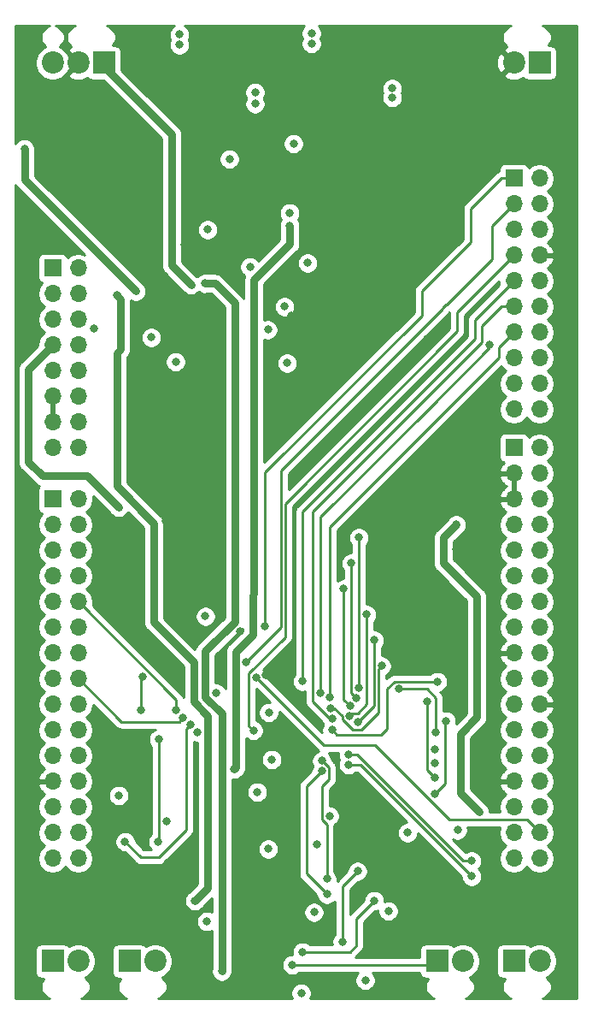
<source format=gbr>
%TF.GenerationSoftware,KiCad,Pcbnew,5.1.6-c6e7f7d~87~ubuntu18.04.1*%
%TF.CreationDate,2020-10-10T13:50:58+08:00*%
%TF.ProjectId,Arduino_codec,41726475-696e-46f5-9f63-6f6465632e6b,A*%
%TF.SameCoordinates,Original*%
%TF.FileFunction,Copper,L3,Inr*%
%TF.FilePolarity,Positive*%
%FSLAX46Y46*%
G04 Gerber Fmt 4.6, Leading zero omitted, Abs format (unit mm)*
G04 Created by KiCad (PCBNEW 5.1.6-c6e7f7d~87~ubuntu18.04.1) date 2020-10-10 13:50:58*
%MOMM*%
%LPD*%
G01*
G04 APERTURE LIST*
%TA.AperFunction,ViaPad*%
%ADD10R,2.200000X2.200000*%
%TD*%
%TA.AperFunction,ViaPad*%
%ADD11C,2.200000*%
%TD*%
%TA.AperFunction,ViaPad*%
%ADD12O,1.700000X1.700000*%
%TD*%
%TA.AperFunction,ViaPad*%
%ADD13R,1.700000X1.700000*%
%TD*%
%TA.AperFunction,ViaPad*%
%ADD14C,0.800000*%
%TD*%
%TA.AperFunction,Conductor*%
%ADD15C,0.762000*%
%TD*%
%TA.AperFunction,Conductor*%
%ADD16C,0.508000*%
%TD*%
%TA.AperFunction,Conductor*%
%ADD17C,0.254000*%
%TD*%
%TA.AperFunction,Conductor*%
%ADD18C,0.250000*%
%TD*%
G04 APERTURE END LIST*
D10*
%TO.N,Net-(C40-Pad2)*%
%TO.C,J10*%
X119380000Y-142240000D03*
D11*
%TO.N,AGND*%
X121920000Y-142240000D03*
%TD*%
D10*
%TO.N,Net-(C39-Pad2)*%
%TO.C,J9*%
X127000000Y-142240000D03*
D11*
%TO.N,AGND*%
X129540000Y-142240000D03*
%TD*%
D10*
%TO.N,/Vout_R*%
%TO.C,J8*%
X157480000Y-142240000D03*
D11*
%TO.N,AGND*%
X160020000Y-142240000D03*
%TD*%
D10*
%TO.N,/Vout_L*%
%TO.C,J7*%
X165100000Y-142240000D03*
D11*
%TO.N,AGND*%
X167640000Y-142240000D03*
%TD*%
D12*
%TO.N,/PB11*%
%TO.C,J6*%
X167640000Y-132080000D03*
%TO.N,Net-(J6-Pad33)*%
X165100000Y-132080000D03*
%TO.N,/ADC_BCK*%
X167640000Y-129540000D03*
%TO.N,Net-(J6-Pad31)*%
X165100000Y-129540000D03*
%TO.N,/PE15*%
X167640000Y-127000000D03*
%TO.N,Net-(J6-Pad29)*%
X165100000Y-127000000D03*
%TO.N,/PE14*%
X167640000Y-124460000D03*
%TO.N,GND*%
X165100000Y-124460000D03*
%TO.N,/PE12*%
X167640000Y-121920000D03*
%TO.N,Net-(J6-Pad25)*%
X165100000Y-121920000D03*
%TO.N,/PE10*%
X167640000Y-119380000D03*
%TO.N,/~DAC_RST*%
X165100000Y-119380000D03*
%TO.N,GND*%
X167640000Y-116840000D03*
%TO.N,Net-(J6-Pad21)*%
X165100000Y-116840000D03*
%TO.N,/PE7*%
X167640000Y-114300000D03*
%TO.N,/MUTE*%
X165100000Y-114300000D03*
%TO.N,/PE8*%
X167640000Y-111760000D03*
%TO.N,GND*%
X165100000Y-111760000D03*
%TO.N,/PG9*%
X167640000Y-109220000D03*
%TO.N,/DEMP0*%
X165100000Y-109220000D03*
%TO.N,/PG14*%
X167640000Y-106680000D03*
%TO.N,/DEMP1*%
X165100000Y-106680000D03*
%TO.N,/PF15*%
X167640000Y-104140000D03*
%TO.N,/DAC_FMT0*%
X165100000Y-104140000D03*
%TO.N,/PE13*%
X167640000Y-101600000D03*
%TO.N,/DAC_FMT1*%
X165100000Y-101600000D03*
%TO.N,/PF14*%
X167640000Y-99060000D03*
%TO.N,/DAC_FMT2*%
X165100000Y-99060000D03*
%TO.N,/PE11*%
X167640000Y-96520000D03*
%TO.N,GND*%
X165100000Y-96520000D03*
%TO.N,/PE9*%
X167640000Y-93980000D03*
%TO.N,GND*%
X165100000Y-93980000D03*
%TO.N,/PF13*%
X167640000Y-91440000D03*
D13*
%TO.N,Net-(J6-Pad1)*%
X165100000Y-91440000D03*
%TD*%
D12*
%TO.N,/PG1*%
%TO.C,J5*%
X121920000Y-132080000D03*
%TO.N,/PG0*%
X119380000Y-132080000D03*
%TO.N,/PF9*%
X121920000Y-129540000D03*
%TO.N,/PD1*%
X119380000Y-129540000D03*
%TO.N,/PF7*%
X121920000Y-127000000D03*
%TO.N,/PD0*%
X119380000Y-127000000D03*
%TO.N,/PF8*%
X121920000Y-124460000D03*
%TO.N,GND*%
X119380000Y-124460000D03*
%TO.N,/PE3*%
X121920000Y-121920000D03*
%TO.N,/PF0*%
X119380000Y-121920000D03*
%TO.N,/PE6*%
X121920000Y-119380000D03*
%TO.N,/PF1*%
X119380000Y-119380000D03*
%TO.N,/FSYNC*%
X121920000Y-116840000D03*
%TO.N,/PF2*%
X119380000Y-116840000D03*
%TO.N,/~ADC_PWDN*%
X121920000Y-114300000D03*
%TO.N,Net-(J5-Pad15)*%
X119380000Y-114300000D03*
%TO.N,/OSR*%
X121920000Y-111760000D03*
%TO.N,Net-(J5-Pad13)*%
X119380000Y-111760000D03*
%TO.N,GND*%
X121920000Y-109220000D03*
%TO.N,/PF10*%
X119380000Y-109220000D03*
%TO.N,/BYPAS*%
X121920000Y-106680000D03*
%TO.N,/PF5*%
X119380000Y-106680000D03*
%TO.N,/MODE1*%
X121920000Y-104140000D03*
%TO.N,/PF3*%
X119380000Y-104140000D03*
%TO.N,/MODE0*%
X121920000Y-101600000D03*
%TO.N,/PC3*%
X119380000Y-101600000D03*
%TO.N,/ADC_FMT1*%
X121920000Y-99060000D03*
%TO.N,/PC0*%
X119380000Y-99060000D03*
%TO.N,/ADC_FMT0*%
X121920000Y-96520000D03*
D13*
%TO.N,/PA3*%
X119380000Y-96520000D03*
%TD*%
D12*
%TO.N,/PF12*%
%TO.C,J4*%
X167640000Y-87630000D03*
%TO.N,/PB4*%
X165100000Y-87630000D03*
%TO.N,/PD15*%
X167640000Y-85090000D03*
%TO.N,/PA4*%
X165100000Y-85090000D03*
%TO.N,/PD14*%
X167640000Y-82550000D03*
%TO.N,/DAC_BCK*%
X165100000Y-82550000D03*
%TO.N,/PA7*%
X167640000Y-80010000D03*
%TO.N,/DAC_SD*%
X165100000Y-80010000D03*
%TO.N,/PA6*%
X167640000Y-77470000D03*
%TO.N,/DAC_MCK*%
X165100000Y-77470000D03*
%TO.N,/PA5*%
X167640000Y-74930000D03*
%TO.N,/DAC_WS*%
X165100000Y-74930000D03*
%TO.N,GND*%
X167640000Y-72390000D03*
%TO.N,/ADC_WS*%
X165100000Y-72390000D03*
%TO.N,Net-(J4-Pad6)*%
X167640000Y-69850000D03*
%TO.N,/PB13*%
X165100000Y-69850000D03*
%TO.N,/PB9*%
X167640000Y-67310000D03*
%TO.N,/ADC_SD*%
X165100000Y-67310000D03*
%TO.N,/PB8*%
X167640000Y-64770000D03*
D13*
%TO.N,/ADC_MCK*%
X165100000Y-64770000D03*
%TD*%
D12*
%TO.N,/PG3*%
%TO.C,J3*%
X121920000Y-91440000D03*
%TO.N,Net-(J3-Pad15)*%
X119380000Y-91440000D03*
%TO.N,/PG2*%
X121920000Y-88900000D03*
%TO.N,GND*%
X119380000Y-88900000D03*
%TO.N,/PD2*%
X121920000Y-86360000D03*
%TO.N,GND*%
X119380000Y-86360000D03*
%TO.N,/PC12*%
X121920000Y-83820000D03*
%TO.N,+5VD*%
X119380000Y-83820000D03*
%TO.N,/PC11*%
X121920000Y-81280000D03*
%TO.N,+3V3*%
X119380000Y-81280000D03*
%TO.N,/PC10*%
X121920000Y-78740000D03*
%TO.N,Net-(J3-Pad5)*%
X119380000Y-78740000D03*
%TO.N,/PC9*%
X121920000Y-76200000D03*
%TO.N,/IOREF*%
X119380000Y-76200000D03*
%TO.N,/PC8*%
X121920000Y-73660000D03*
D13*
%TO.N,Net-(J3-Pad1)*%
X119380000Y-73660000D03*
%TD*%
D11*
%TO.N,-VDC*%
%TO.C,J2*%
X119380000Y-53340000D03*
%TO.N,GND*%
X121920000Y-53340000D03*
D10*
%TO.N,+VDC*%
X124460000Y-53340000D03*
%TD*%
%TO.N,Net-(C1-Pad2)*%
%TO.C,J1*%
X167640000Y-53340000D03*
D11*
%TO.N,GND*%
X165100000Y-53340000D03*
%TD*%
D14*
%TO.N,+VDC*%
X144653000Y-73152000D03*
X131953000Y-50546000D03*
X131953000Y-51562000D03*
X131191000Y-60452000D03*
X145034000Y-50419000D03*
X133096000Y-75311000D03*
X145034000Y-51435000D03*
X142621000Y-83058000D03*
%TO.N,AGND*%
X131572000Y-82931000D03*
X138938000Y-73533000D03*
X143256000Y-61341000D03*
X136906000Y-62865000D03*
X150368000Y-144145000D03*
X144018000Y-145415000D03*
X157226000Y-122682000D03*
X142875000Y-68199000D03*
X140716000Y-79756000D03*
X134747000Y-69850000D03*
X145542000Y-130683000D03*
X154559000Y-129540000D03*
X159512000Y-129286000D03*
X145288000Y-137414000D03*
X146812000Y-127889000D03*
X129159000Y-80518000D03*
X125926989Y-125857000D03*
X133732186Y-119551150D03*
X130640982Y-128439018D03*
X139678518Y-125497482D03*
X134672422Y-138320410D03*
X140758018Y-131148982D03*
X141097000Y-122301000D03*
X142367002Y-77470000D03*
X123444000Y-79629000D03*
%TO.N,-VDC*%
X139446000Y-56261000D03*
X139446000Y-57404000D03*
X153035000Y-55880000D03*
X153035000Y-56769000D03*
X127635000Y-75946000D03*
X116586000Y-61849000D03*
%TO.N,+3V3*%
X161671000Y-127508000D03*
X159385000Y-99060000D03*
X159385000Y-104140000D03*
X161417000Y-118110000D03*
X140800982Y-117644018D03*
X128143009Y-117432987D03*
X128312023Y-114130986D03*
X125926989Y-97315277D03*
X134534000Y-108118004D03*
%TO.N,VDDA*%
X136144000Y-143256000D03*
X134493000Y-75184000D03*
%TO.N,VSSA*%
X152654000Y-137287000D03*
X125730000Y-76327000D03*
X133477000Y-136271000D03*
%TO.N,+5VA*%
X137392518Y-123211482D03*
X142875000Y-71247000D03*
X142875000Y-69469000D03*
X157226000Y-121285000D03*
%TO.N,Net-(C27-Pad2)*%
X144145000Y-141351000D03*
X151257000Y-136271000D03*
%TO.N,/Vout_R*%
X143129000Y-142621000D03*
%TO.N,Net-(C31-Pad2)*%
X148082000Y-140335000D03*
X149606000Y-133350000D03*
%TO.N,/Vin_L*%
X129846971Y-130439008D03*
X129899518Y-120290482D03*
%TO.N,/Vin_R*%
X126572338Y-130425301D03*
X133025071Y-118844035D03*
%TO.N,Net-(D6-Pad1)*%
X157226000Y-125730000D03*
X158369000Y-118491000D03*
%TO.N,/ADC_MCK*%
X135593982Y-115739018D03*
X140419982Y-109135018D03*
%TO.N,/ADC_SD*%
X138535518Y-112670482D03*
%TO.N,/ADC_WS*%
X139276982Y-119422018D03*
%TO.N,/DAC_WS*%
X144145000Y-114554000D03*
%TO.N,/DAC_MCK*%
X147066000Y-118237000D03*
%TO.N,/DAC_SD*%
X146842147Y-116090920D03*
%TO.N,/DAC_BCK*%
X145923000Y-115697000D03*
X162687000Y-81280000D03*
%TO.N,/BYPAS*%
X131610841Y-117429805D03*
%TO.N,/DAC_FMT0*%
X148844000Y-116967000D03*
X148244000Y-105410000D03*
%TO.N,/DAC_FMT1*%
X149484186Y-116198777D03*
X148971000Y-102870000D03*
%TO.N,/DAC_FMT2*%
X149733000Y-115189000D03*
X149733000Y-100330000D03*
%TO.N,/DEMP0*%
X149606000Y-118618000D03*
X151257000Y-110490000D03*
%TO.N,/MUTE*%
X146939000Y-117221000D03*
X151984000Y-113030000D03*
%TO.N,/DEMP1*%
X148837777Y-117977814D03*
X150495000Y-107950000D03*
%TO.N,/ADC_BCK*%
X139563581Y-114173033D03*
%TO.N,/ZEROR*%
X156464000Y-116586000D03*
X157226000Y-124079000D03*
%TO.N,/ZEROL*%
X153670000Y-115316000D03*
X157353000Y-119634000D03*
%TO.N,/VoutL+*%
X160909000Y-133858000D03*
X148717000Y-122809000D03*
%TO.N,/VoutR+*%
X146050000Y-123444000D03*
X146558000Y-135636000D03*
%TO.N,/VoutL-*%
X160909000Y-132334000D03*
X148717000Y-121793000D03*
%TO.N,/VoutR-*%
X146050000Y-122428000D03*
X146558000Y-134112000D03*
%TO.N,/~ADC_PWDN*%
X132317956Y-118136920D03*
%TO.N,/~DAC_RST*%
X147066000Y-119380000D03*
X157514999Y-114588999D03*
%TO.N,GND*%
X127508000Y-82931000D03*
X146304000Y-63246000D03*
X146304000Y-64262000D03*
X146304000Y-65278000D03*
X146304000Y-66294000D03*
X158623000Y-62230000D03*
X158623000Y-63246000D03*
X158623000Y-64262000D03*
X158623000Y-65278000D03*
X158623000Y-66294000D03*
X146304000Y-62230000D03*
X119888000Y-65786000D03*
X135128000Y-50673000D03*
X153035000Y-53975000D03*
X145288000Y-57150000D03*
X159004000Y-60452000D03*
X127762000Y-72644000D03*
X132461000Y-71374000D03*
X152400000Y-76835000D03*
X152527000Y-79883000D03*
X156464000Y-80645000D03*
X159639000Y-67564000D03*
X134874000Y-63754000D03*
X132715000Y-91440000D03*
X128143000Y-87630000D03*
X161671000Y-121031000D03*
X161671000Y-124714000D03*
X133350000Y-83058000D03*
X134747000Y-85471000D03*
X144780000Y-66421000D03*
X148971000Y-83312000D03*
X148209000Y-99695000D03*
X159385000Y-101473000D03*
X159385000Y-106680000D03*
X159385000Y-109220000D03*
X159385000Y-114300000D03*
X140525024Y-113897988D03*
X125926989Y-107950000D03*
X128143009Y-101748482D03*
X129443733Y-95618769D03*
X128143009Y-104140000D03*
X137922000Y-109601001D03*
X127467080Y-99100920D03*
X130556000Y-98679000D03*
X143002000Y-78359000D03*
%TD*%
D15*
%TO.N,+VDC*%
X124460000Y-53721000D02*
X131191000Y-60452000D01*
D16*
X124460000Y-53340000D02*
X124460000Y-53721000D01*
D15*
X131191000Y-73406000D02*
X131191000Y-60452000D01*
X133096000Y-75311000D02*
X131191000Y-73406000D01*
%TO.N,-VDC*%
X127635000Y-75946000D02*
X116967000Y-65278000D01*
X116967000Y-65278000D02*
X116586000Y-64897000D01*
X116586000Y-64897000D02*
X116586000Y-61849000D01*
%TO.N,+3V3*%
X159385000Y-99060000D02*
X158115000Y-100330000D01*
X158115000Y-102870000D02*
X159385000Y-104140000D01*
X158115000Y-100330000D02*
X158115000Y-102870000D01*
X161417000Y-118110000D02*
X159766000Y-119761000D01*
X159766000Y-125603000D02*
X161671000Y-127508000D01*
X159766000Y-119761000D02*
X159766000Y-125603000D01*
X161417000Y-106172000D02*
X159385000Y-104140000D01*
X161417000Y-118110000D02*
X161417000Y-106172000D01*
D17*
X128143009Y-114300000D02*
X128312023Y-114130986D01*
X128143009Y-117432987D02*
X128143009Y-114300000D01*
D15*
X125926989Y-97315277D02*
X122845712Y-94234000D01*
X122845712Y-94234000D02*
X118364000Y-94234000D01*
X118364000Y-94234000D02*
X116967000Y-92837000D01*
X116967000Y-83693000D02*
X119380000Y-81280000D01*
X116967000Y-92837000D02*
X116967000Y-83693000D01*
%TO.N,VDDA*%
X134493000Y-75184000D02*
X135470989Y-75184000D01*
X135470989Y-75184000D02*
X137414000Y-77127011D01*
X137414000Y-108657119D02*
X134493000Y-111578119D01*
X137414000Y-77127011D02*
X137414000Y-108657119D01*
X136144000Y-117740918D02*
X136144000Y-143256000D01*
X134493000Y-116089918D02*
X136144000Y-117740918D01*
X134493000Y-111578119D02*
X134493000Y-116089918D01*
%TO.N,VSSA*%
X125730000Y-76327000D02*
X126129999Y-76726999D01*
X126129999Y-76726999D02*
X126129999Y-81696883D01*
X125730000Y-82096882D02*
X125730000Y-95250000D01*
X126129999Y-81696883D02*
X125730000Y-82096882D01*
X129413000Y-108712000D02*
X133350000Y-112649000D01*
X125730000Y-95250000D02*
X129413000Y-98933000D01*
X134713187Y-117949187D02*
X134713187Y-135034813D01*
X134713187Y-135034813D02*
X133477000Y-136271000D01*
X129413000Y-98933000D02*
X129413000Y-108712000D01*
X133350000Y-116586000D02*
X134713187Y-117949187D01*
X133350000Y-112649000D02*
X133350000Y-116586000D01*
%TO.N,+5VA*%
X142875000Y-69469000D02*
X142875000Y-71247000D01*
X139353999Y-74768001D02*
X139353999Y-105883001D01*
X142875000Y-71247000D02*
X139353999Y-74768001D01*
X139353999Y-105883001D02*
X139192000Y-106045000D01*
X139192000Y-106045000D02*
X139192000Y-109982000D01*
X139192000Y-109982000D02*
X137541000Y-111633000D01*
X137541000Y-123063000D02*
X137392518Y-123211482D01*
X137541000Y-111633000D02*
X137541000Y-123063000D01*
D17*
%TO.N,Net-(C27-Pad2)*%
X144145000Y-141351000D02*
X148844000Y-141351000D01*
X148844000Y-141351000D02*
X149479000Y-140716000D01*
X149479000Y-140716000D02*
X149479000Y-138049000D01*
X149479000Y-138049000D02*
X151257000Y-136271000D01*
%TO.N,/Vout_R*%
X157099000Y-142621000D02*
X157480000Y-142240000D01*
X143129000Y-142621000D02*
X157099000Y-142621000D01*
%TO.N,Net-(C31-Pad2)*%
X148082000Y-140335000D02*
X148082000Y-134874000D01*
X148082000Y-134874000D02*
X149606000Y-133350000D01*
%TO.N,/Vin_L*%
X129899518Y-130386461D02*
X129846971Y-130439008D01*
X129899518Y-120290482D02*
X129899518Y-130386461D01*
%TO.N,/Vin_R*%
X133025071Y-118844035D02*
X132625072Y-119244034D01*
X129903036Y-131970964D02*
X128118001Y-131970964D01*
X132625072Y-129248928D02*
X129903036Y-131970964D01*
X128118001Y-131970964D02*
X126572338Y-130425301D01*
X132625072Y-119244034D02*
X132625072Y-129248928D01*
%TO.N,Net-(D6-Pad1)*%
X157226000Y-125730000D02*
X158242000Y-124714000D01*
X158242000Y-124714000D02*
X158242000Y-118618000D01*
X158242000Y-118618000D02*
X158369000Y-118491000D01*
%TO.N,/ADC_MCK*%
X163830000Y-64770000D02*
X160782000Y-67818000D01*
X155956000Y-75946000D02*
X155956000Y-78359000D01*
X165100000Y-64770000D02*
X163830000Y-64770000D01*
X140419982Y-93895018D02*
X140419982Y-109135018D01*
X160782000Y-67818000D02*
X160782000Y-71120000D01*
X160782000Y-71120000D02*
X155956000Y-75946000D01*
X155956000Y-78359000D02*
X140419982Y-93895018D01*
%TO.N,/ADC_SD*%
X162941000Y-72771000D02*
X158461001Y-77250999D01*
X158022999Y-77689001D02*
X141986000Y-93726000D01*
X141986000Y-93726000D02*
X141986000Y-109220000D01*
X158461001Y-77250999D02*
X158401039Y-77250999D01*
X158022999Y-77629039D02*
X158022999Y-77689001D01*
X158401039Y-77250999D02*
X158022999Y-77629039D01*
X165100000Y-67310000D02*
X162941000Y-69469000D01*
X141986000Y-109220000D02*
X138535518Y-112670482D01*
X162941000Y-69469000D02*
X162941000Y-72771000D01*
%TO.N,/ADC_WS*%
X159477001Y-79917999D02*
X142440010Y-96954990D01*
X138813483Y-118958519D02*
X139276982Y-119422018D01*
X159477001Y-78012999D02*
X159477001Y-79917999D01*
X165100000Y-72390000D02*
X159477001Y-78012999D01*
X142440010Y-110162990D02*
X138813483Y-113789517D01*
X138813483Y-113789517D02*
X138813483Y-118958519D01*
X142440010Y-96954990D02*
X142440010Y-110162990D01*
%TO.N,/DAC_WS*%
X161255001Y-80679999D02*
X161255001Y-78774999D01*
X161255001Y-78774999D02*
X165100000Y-74930000D01*
X144145000Y-114554000D02*
X144145000Y-97790000D01*
X144145000Y-97790000D02*
X161255001Y-80679999D01*
%TO.N,/DAC_MCK*%
X146812000Y-118237000D02*
X145161000Y-116586000D01*
X161925000Y-81026000D02*
X161925000Y-79375000D01*
X147066000Y-118237000D02*
X146812000Y-118237000D01*
X145161000Y-116586000D02*
X145161000Y-97790000D01*
X145161000Y-97790000D02*
X161925000Y-81026000D01*
X163830000Y-77470000D02*
X165100000Y-77470000D01*
X161925000Y-79375000D02*
X163830000Y-77470000D01*
%TO.N,/DAC_SD*%
X146842147Y-116090920D02*
X146842147Y-99283853D01*
X163576000Y-81534000D02*
X165100000Y-80010000D01*
X163576000Y-82550000D02*
X163576000Y-81534000D01*
X146842147Y-99283853D02*
X163576000Y-82550000D01*
%TO.N,/DAC_BCK*%
X145923000Y-98290934D02*
X156718000Y-87495934D01*
X145923000Y-115697000D02*
X145923000Y-98290934D01*
X156718000Y-87495934D02*
X162687000Y-81526934D01*
X162687000Y-81526934D02*
X162687000Y-81280000D01*
%TO.N,/BYPAS*%
X131610841Y-116370841D02*
X131610841Y-117429805D01*
X121920000Y-106680000D02*
X131610841Y-116370841D01*
%TO.N,/DAC_FMT0*%
X148844000Y-116967000D02*
X148244000Y-116367000D01*
X148244000Y-116367000D02*
X148244000Y-105410000D01*
%TO.N,/DAC_FMT1*%
X149484186Y-116198777D02*
X148971000Y-115685591D01*
X148971000Y-115685591D02*
X148971000Y-102870000D01*
%TO.N,/DAC_FMT2*%
X149733000Y-115189000D02*
X149733000Y-100330000D01*
%TO.N,/DEMP0*%
X149606000Y-118618000D02*
X151257000Y-116967000D01*
X151257000Y-116967000D02*
X151257000Y-110490000D01*
%TO.N,/MUTE*%
X151711010Y-113302990D02*
X151984000Y-113030000D01*
X151711010Y-117655990D02*
X151711010Y-113302990D01*
X147285343Y-117221000D02*
X148082000Y-118017657D01*
X146939000Y-117221000D02*
X147285343Y-117221000D01*
X148082000Y-118017657D02*
X148082000Y-118297999D01*
X148082000Y-118297999D02*
X149164001Y-119380000D01*
X149164001Y-119380000D02*
X149987000Y-119380000D01*
X149987000Y-119380000D02*
X151711010Y-117655990D01*
%TO.N,/DEMP1*%
X148837777Y-117977814D02*
X149086591Y-117729000D01*
X149086591Y-117729000D02*
X149157962Y-117729000D01*
X149157962Y-117729000D02*
X149606000Y-117729000D01*
X149606000Y-117729000D02*
X150495000Y-116840000D01*
X150495000Y-116840000D02*
X150495000Y-107950000D01*
%TO.N,/ADC_BCK*%
X146294542Y-120903994D02*
X139563581Y-114173033D01*
X166370000Y-128270000D02*
X158716481Y-128270000D01*
X151350475Y-120903994D02*
X146294542Y-120903994D01*
X167640000Y-129540000D02*
X166370000Y-128270000D01*
X158716481Y-128270000D02*
X151350475Y-120903994D01*
%TO.N,/ZEROR*%
X156464000Y-116586000D02*
X156464000Y-123317000D01*
X156464000Y-123317000D02*
X157226000Y-124079000D01*
%TO.N,/ZEROL*%
X157353000Y-116205000D02*
X157353000Y-119634000D01*
X153670000Y-115316000D02*
X156464000Y-115316000D01*
X156464000Y-115316000D02*
X157353000Y-116205000D01*
D18*
%TO.N,/VoutL+*%
X149860000Y-122809000D02*
X148717000Y-122809000D01*
X160909000Y-133858000D02*
X149860000Y-122809000D01*
%TO.N,/VoutR+*%
X146558000Y-135636000D02*
X144526000Y-133604000D01*
X144526000Y-124968000D02*
X146050000Y-123444000D01*
X144526000Y-133604000D02*
X144526000Y-124968000D01*
%TO.N,/VoutL-*%
X160089998Y-132334000D02*
X160909000Y-132334000D01*
X149548998Y-121793000D02*
X160089998Y-132334000D01*
X148717000Y-121793000D02*
X149548998Y-121793000D01*
%TO.N,/VoutR-*%
X146086999Y-128237001D02*
X146086999Y-124931001D01*
X146558000Y-134112000D02*
X146558000Y-128708002D01*
X146558000Y-128708002D02*
X146086999Y-128237001D01*
X146107002Y-122428000D02*
X146050000Y-122428000D01*
X146775001Y-124242999D02*
X146775001Y-123095999D01*
X146775001Y-123095999D02*
X146107002Y-122428000D01*
X146086999Y-124931001D02*
X146775001Y-124242999D01*
D17*
%TO.N,/~ADC_PWDN*%
X131917957Y-118536919D02*
X132317956Y-118136920D01*
X126156919Y-118536919D02*
X131917957Y-118536919D01*
X121920000Y-114300000D02*
X126156919Y-118536919D01*
%TO.N,/~DAC_RST*%
X147520010Y-119834010D02*
X151945990Y-119834010D01*
X147066000Y-119380000D02*
X147520010Y-119834010D01*
X151945990Y-119834010D02*
X152527000Y-119253000D01*
X152527000Y-119253000D02*
X152527000Y-115316000D01*
X153254001Y-114588999D02*
X157514999Y-114588999D01*
X152527000Y-115316000D02*
X153254001Y-114588999D01*
%TD*%
%TO.N,GND*%
G36*
X115737140Y-65464190D02*
G01*
X115864104Y-65618896D01*
X115902873Y-65650713D01*
X122576907Y-72324747D01*
X122353158Y-72232068D01*
X122066260Y-72175000D01*
X121773740Y-72175000D01*
X121486842Y-72232068D01*
X121216589Y-72344010D01*
X120973368Y-72506525D01*
X120841513Y-72638380D01*
X120819502Y-72565820D01*
X120760537Y-72455506D01*
X120681185Y-72358815D01*
X120584494Y-72279463D01*
X120474180Y-72220498D01*
X120354482Y-72184188D01*
X120230000Y-72171928D01*
X118530000Y-72171928D01*
X118405518Y-72184188D01*
X118285820Y-72220498D01*
X118175506Y-72279463D01*
X118078815Y-72358815D01*
X117999463Y-72455506D01*
X117940498Y-72565820D01*
X117904188Y-72685518D01*
X117891928Y-72810000D01*
X117891928Y-74510000D01*
X117904188Y-74634482D01*
X117940498Y-74754180D01*
X117999463Y-74864494D01*
X118078815Y-74961185D01*
X118175506Y-75040537D01*
X118285820Y-75099502D01*
X118358380Y-75121513D01*
X118226525Y-75253368D01*
X118064010Y-75496589D01*
X117952068Y-75766842D01*
X117895000Y-76053740D01*
X117895000Y-76346260D01*
X117952068Y-76633158D01*
X118064010Y-76903411D01*
X118226525Y-77146632D01*
X118433368Y-77353475D01*
X118607760Y-77470000D01*
X118433368Y-77586525D01*
X118226525Y-77793368D01*
X118064010Y-78036589D01*
X117952068Y-78306842D01*
X117895000Y-78593740D01*
X117895000Y-78886260D01*
X117952068Y-79173158D01*
X118064010Y-79443411D01*
X118226525Y-79686632D01*
X118433368Y-79893475D01*
X118607760Y-80010000D01*
X118433368Y-80126525D01*
X118226525Y-80333368D01*
X118064010Y-80576589D01*
X117952068Y-80846842D01*
X117895000Y-81133740D01*
X117895000Y-81328159D01*
X116283868Y-82939292D01*
X116245105Y-82971104D01*
X116118141Y-83125810D01*
X116047804Y-83257402D01*
X116023799Y-83302313D01*
X115965702Y-83493830D01*
X115946085Y-83693000D01*
X115951001Y-83742912D01*
X115951000Y-92787098D01*
X115946085Y-92837000D01*
X115954752Y-92925000D01*
X115965702Y-93036170D01*
X116023798Y-93227686D01*
X116118140Y-93404190D01*
X116245104Y-93558896D01*
X116283872Y-93590712D01*
X117610292Y-94917133D01*
X117642104Y-94955896D01*
X117796810Y-95082860D01*
X117973313Y-95177202D01*
X118087364Y-95211799D01*
X118078815Y-95218815D01*
X117999463Y-95315506D01*
X117940498Y-95425820D01*
X117904188Y-95545518D01*
X117891928Y-95670000D01*
X117891928Y-97370000D01*
X117904188Y-97494482D01*
X117940498Y-97614180D01*
X117999463Y-97724494D01*
X118078815Y-97821185D01*
X118175506Y-97900537D01*
X118285820Y-97959502D01*
X118358380Y-97981513D01*
X118226525Y-98113368D01*
X118064010Y-98356589D01*
X117952068Y-98626842D01*
X117895000Y-98913740D01*
X117895000Y-99206260D01*
X117952068Y-99493158D01*
X118064010Y-99763411D01*
X118226525Y-100006632D01*
X118433368Y-100213475D01*
X118607760Y-100330000D01*
X118433368Y-100446525D01*
X118226525Y-100653368D01*
X118064010Y-100896589D01*
X117952068Y-101166842D01*
X117895000Y-101453740D01*
X117895000Y-101746260D01*
X117952068Y-102033158D01*
X118064010Y-102303411D01*
X118226525Y-102546632D01*
X118433368Y-102753475D01*
X118607760Y-102870000D01*
X118433368Y-102986525D01*
X118226525Y-103193368D01*
X118064010Y-103436589D01*
X117952068Y-103706842D01*
X117895000Y-103993740D01*
X117895000Y-104286260D01*
X117952068Y-104573158D01*
X118064010Y-104843411D01*
X118226525Y-105086632D01*
X118433368Y-105293475D01*
X118607760Y-105410000D01*
X118433368Y-105526525D01*
X118226525Y-105733368D01*
X118064010Y-105976589D01*
X117952068Y-106246842D01*
X117895000Y-106533740D01*
X117895000Y-106826260D01*
X117952068Y-107113158D01*
X118064010Y-107383411D01*
X118226525Y-107626632D01*
X118433368Y-107833475D01*
X118607760Y-107950000D01*
X118433368Y-108066525D01*
X118226525Y-108273368D01*
X118064010Y-108516589D01*
X117952068Y-108786842D01*
X117895000Y-109073740D01*
X117895000Y-109366260D01*
X117952068Y-109653158D01*
X118064010Y-109923411D01*
X118226525Y-110166632D01*
X118433368Y-110373475D01*
X118607760Y-110490000D01*
X118433368Y-110606525D01*
X118226525Y-110813368D01*
X118064010Y-111056589D01*
X117952068Y-111326842D01*
X117895000Y-111613740D01*
X117895000Y-111906260D01*
X117952068Y-112193158D01*
X118064010Y-112463411D01*
X118226525Y-112706632D01*
X118433368Y-112913475D01*
X118607760Y-113030000D01*
X118433368Y-113146525D01*
X118226525Y-113353368D01*
X118064010Y-113596589D01*
X117952068Y-113866842D01*
X117895000Y-114153740D01*
X117895000Y-114446260D01*
X117952068Y-114733158D01*
X118064010Y-115003411D01*
X118226525Y-115246632D01*
X118433368Y-115453475D01*
X118607760Y-115570000D01*
X118433368Y-115686525D01*
X118226525Y-115893368D01*
X118064010Y-116136589D01*
X117952068Y-116406842D01*
X117895000Y-116693740D01*
X117895000Y-116986260D01*
X117952068Y-117273158D01*
X118064010Y-117543411D01*
X118226525Y-117786632D01*
X118433368Y-117993475D01*
X118607760Y-118110000D01*
X118433368Y-118226525D01*
X118226525Y-118433368D01*
X118064010Y-118676589D01*
X117952068Y-118946842D01*
X117895000Y-119233740D01*
X117895000Y-119526260D01*
X117952068Y-119813158D01*
X118064010Y-120083411D01*
X118226525Y-120326632D01*
X118433368Y-120533475D01*
X118607760Y-120650000D01*
X118433368Y-120766525D01*
X118226525Y-120973368D01*
X118064010Y-121216589D01*
X117952068Y-121486842D01*
X117895000Y-121773740D01*
X117895000Y-122066260D01*
X117952068Y-122353158D01*
X118064010Y-122623411D01*
X118226525Y-122866632D01*
X118433368Y-123073475D01*
X118615534Y-123195195D01*
X118498645Y-123264822D01*
X118282412Y-123459731D01*
X118108359Y-123693080D01*
X117983175Y-123955901D01*
X117938524Y-124103110D01*
X118059845Y-124333000D01*
X119253000Y-124333000D01*
X119253000Y-124313000D01*
X119507000Y-124313000D01*
X119507000Y-124333000D01*
X119527000Y-124333000D01*
X119527000Y-124587000D01*
X119507000Y-124587000D01*
X119507000Y-124607000D01*
X119253000Y-124607000D01*
X119253000Y-124587000D01*
X118059845Y-124587000D01*
X117938524Y-124816890D01*
X117983175Y-124964099D01*
X118108359Y-125226920D01*
X118282412Y-125460269D01*
X118498645Y-125655178D01*
X118615534Y-125724805D01*
X118433368Y-125846525D01*
X118226525Y-126053368D01*
X118064010Y-126296589D01*
X117952068Y-126566842D01*
X117895000Y-126853740D01*
X117895000Y-127146260D01*
X117952068Y-127433158D01*
X118064010Y-127703411D01*
X118226525Y-127946632D01*
X118433368Y-128153475D01*
X118607760Y-128270000D01*
X118433368Y-128386525D01*
X118226525Y-128593368D01*
X118064010Y-128836589D01*
X117952068Y-129106842D01*
X117895000Y-129393740D01*
X117895000Y-129686260D01*
X117952068Y-129973158D01*
X118064010Y-130243411D01*
X118226525Y-130486632D01*
X118433368Y-130693475D01*
X118607760Y-130810000D01*
X118433368Y-130926525D01*
X118226525Y-131133368D01*
X118064010Y-131376589D01*
X117952068Y-131646842D01*
X117895000Y-131933740D01*
X117895000Y-132226260D01*
X117952068Y-132513158D01*
X118064010Y-132783411D01*
X118226525Y-133026632D01*
X118433368Y-133233475D01*
X118676589Y-133395990D01*
X118946842Y-133507932D01*
X119233740Y-133565000D01*
X119526260Y-133565000D01*
X119813158Y-133507932D01*
X120083411Y-133395990D01*
X120326632Y-133233475D01*
X120533475Y-133026632D01*
X120650000Y-132852240D01*
X120766525Y-133026632D01*
X120973368Y-133233475D01*
X121216589Y-133395990D01*
X121486842Y-133507932D01*
X121773740Y-133565000D01*
X122066260Y-133565000D01*
X122353158Y-133507932D01*
X122623411Y-133395990D01*
X122866632Y-133233475D01*
X123073475Y-133026632D01*
X123235990Y-132783411D01*
X123347932Y-132513158D01*
X123405000Y-132226260D01*
X123405000Y-131933740D01*
X123347932Y-131646842D01*
X123235990Y-131376589D01*
X123073475Y-131133368D01*
X122866632Y-130926525D01*
X122692240Y-130810000D01*
X122866632Y-130693475D01*
X123073475Y-130486632D01*
X123235990Y-130243411D01*
X123347932Y-129973158D01*
X123405000Y-129686260D01*
X123405000Y-129393740D01*
X123347932Y-129106842D01*
X123235990Y-128836589D01*
X123073475Y-128593368D01*
X122866632Y-128386525D01*
X122692240Y-128270000D01*
X122866632Y-128153475D01*
X123073475Y-127946632D01*
X123235990Y-127703411D01*
X123347932Y-127433158D01*
X123405000Y-127146260D01*
X123405000Y-126853740D01*
X123347932Y-126566842D01*
X123235990Y-126296589D01*
X123073475Y-126053368D01*
X122866632Y-125846525D01*
X122729747Y-125755061D01*
X124891989Y-125755061D01*
X124891989Y-125958939D01*
X124931763Y-126158898D01*
X125009784Y-126347256D01*
X125123052Y-126516774D01*
X125267215Y-126660937D01*
X125436733Y-126774205D01*
X125625091Y-126852226D01*
X125825050Y-126892000D01*
X126028928Y-126892000D01*
X126228887Y-126852226D01*
X126417245Y-126774205D01*
X126586763Y-126660937D01*
X126730926Y-126516774D01*
X126844194Y-126347256D01*
X126922215Y-126158898D01*
X126961989Y-125958939D01*
X126961989Y-125755061D01*
X126922215Y-125555102D01*
X126844194Y-125366744D01*
X126730926Y-125197226D01*
X126586763Y-125053063D01*
X126417245Y-124939795D01*
X126228887Y-124861774D01*
X126028928Y-124822000D01*
X125825050Y-124822000D01*
X125625091Y-124861774D01*
X125436733Y-124939795D01*
X125267215Y-125053063D01*
X125123052Y-125197226D01*
X125009784Y-125366744D01*
X124931763Y-125555102D01*
X124891989Y-125755061D01*
X122729747Y-125755061D01*
X122692240Y-125730000D01*
X122866632Y-125613475D01*
X123073475Y-125406632D01*
X123235990Y-125163411D01*
X123347932Y-124893158D01*
X123405000Y-124606260D01*
X123405000Y-124313740D01*
X123347932Y-124026842D01*
X123235990Y-123756589D01*
X123073475Y-123513368D01*
X122866632Y-123306525D01*
X122692240Y-123190000D01*
X122866632Y-123073475D01*
X123073475Y-122866632D01*
X123235990Y-122623411D01*
X123347932Y-122353158D01*
X123405000Y-122066260D01*
X123405000Y-121773740D01*
X123347932Y-121486842D01*
X123235990Y-121216589D01*
X123073475Y-120973368D01*
X122866632Y-120766525D01*
X122692240Y-120650000D01*
X122866632Y-120533475D01*
X123073475Y-120326632D01*
X123235990Y-120083411D01*
X123347932Y-119813158D01*
X123405000Y-119526260D01*
X123405000Y-119233740D01*
X123347932Y-118946842D01*
X123235990Y-118676589D01*
X123073475Y-118433368D01*
X122866632Y-118226525D01*
X122692240Y-118110000D01*
X122866632Y-117993475D01*
X123073475Y-117786632D01*
X123235990Y-117543411D01*
X123347932Y-117273158D01*
X123405000Y-116986260D01*
X123405000Y-116862630D01*
X125591640Y-119049271D01*
X125615497Y-119078341D01*
X125731527Y-119173564D01*
X125863904Y-119244321D01*
X126007541Y-119287893D01*
X126119493Y-119298919D01*
X126119495Y-119298919D01*
X126156918Y-119302605D01*
X126194341Y-119298919D01*
X129588777Y-119298919D01*
X129409262Y-119373277D01*
X129239744Y-119486545D01*
X129095581Y-119630708D01*
X128982313Y-119800226D01*
X128904292Y-119988584D01*
X128864518Y-120188543D01*
X128864518Y-120392421D01*
X128904292Y-120592380D01*
X128982313Y-120780738D01*
X129095581Y-120950256D01*
X129137518Y-120992193D01*
X129137519Y-129684749D01*
X129043034Y-129779234D01*
X128929766Y-129948752D01*
X128851745Y-130137110D01*
X128811971Y-130337069D01*
X128811971Y-130540947D01*
X128851745Y-130740906D01*
X128929766Y-130929264D01*
X129043034Y-131098782D01*
X129153216Y-131208964D01*
X128433631Y-131208964D01*
X127607338Y-130382671D01*
X127607338Y-130323362D01*
X127567564Y-130123403D01*
X127489543Y-129935045D01*
X127376275Y-129765527D01*
X127232112Y-129621364D01*
X127062594Y-129508096D01*
X126874236Y-129430075D01*
X126674277Y-129390301D01*
X126470399Y-129390301D01*
X126270440Y-129430075D01*
X126082082Y-129508096D01*
X125912564Y-129621364D01*
X125768401Y-129765527D01*
X125655133Y-129935045D01*
X125577112Y-130123403D01*
X125537338Y-130323362D01*
X125537338Y-130527240D01*
X125577112Y-130727199D01*
X125655133Y-130915557D01*
X125768401Y-131085075D01*
X125912564Y-131229238D01*
X126082082Y-131342506D01*
X126270440Y-131420527D01*
X126470399Y-131460301D01*
X126529708Y-131460301D01*
X127552717Y-132483310D01*
X127576579Y-132512386D01*
X127617615Y-132546063D01*
X127692608Y-132607609D01*
X127727476Y-132626246D01*
X127824986Y-132678366D01*
X127968623Y-132721938D01*
X128080575Y-132732964D01*
X128080578Y-132732964D01*
X128118001Y-132736650D01*
X128155424Y-132732964D01*
X129865613Y-132732964D01*
X129903036Y-132736650D01*
X129940459Y-132732964D01*
X129940462Y-132732964D01*
X130052414Y-132721938D01*
X130196051Y-132678366D01*
X130328428Y-132607609D01*
X130444458Y-132512386D01*
X130468320Y-132483310D01*
X133137424Y-129814207D01*
X133166494Y-129790350D01*
X133261717Y-129674320D01*
X133332474Y-129541943D01*
X133376046Y-129398306D01*
X133387072Y-129286354D01*
X133387072Y-129286352D01*
X133390758Y-129248929D01*
X133387072Y-129211506D01*
X133387072Y-120528475D01*
X133430288Y-120546376D01*
X133630247Y-120586150D01*
X133697187Y-120586150D01*
X133697188Y-134613971D01*
X132898205Y-135412954D01*
X132817226Y-135467063D01*
X132673063Y-135611226D01*
X132559795Y-135780744D01*
X132481774Y-135969102D01*
X132442000Y-136169061D01*
X132442000Y-136372939D01*
X132481774Y-136572898D01*
X132559795Y-136761256D01*
X132673063Y-136930774D01*
X132817226Y-137074937D01*
X132986744Y-137188205D01*
X133175102Y-137266226D01*
X133375061Y-137306000D01*
X133578939Y-137306000D01*
X133778898Y-137266226D01*
X133967256Y-137188205D01*
X134136774Y-137074937D01*
X134280937Y-136930774D01*
X134335046Y-136849795D01*
X135128001Y-136056840D01*
X135128001Y-137388841D01*
X134974320Y-137325184D01*
X134774361Y-137285410D01*
X134570483Y-137285410D01*
X134370524Y-137325184D01*
X134182166Y-137403205D01*
X134012648Y-137516473D01*
X133868485Y-137660636D01*
X133755217Y-137830154D01*
X133677196Y-138018512D01*
X133637422Y-138218471D01*
X133637422Y-138422349D01*
X133677196Y-138622308D01*
X133755217Y-138810666D01*
X133868485Y-138980184D01*
X134012648Y-139124347D01*
X134182166Y-139237615D01*
X134370524Y-139315636D01*
X134570483Y-139355410D01*
X134774361Y-139355410D01*
X134974320Y-139315636D01*
X135128001Y-139251979D01*
X135128001Y-143058536D01*
X135109000Y-143154061D01*
X135109000Y-143357939D01*
X135148774Y-143557898D01*
X135226795Y-143746256D01*
X135340063Y-143915774D01*
X135484226Y-144059937D01*
X135653744Y-144173205D01*
X135842102Y-144251226D01*
X136042061Y-144291000D01*
X136245939Y-144291000D01*
X136445898Y-144251226D01*
X136634256Y-144173205D01*
X136803774Y-144059937D01*
X136947937Y-143915774D01*
X137061205Y-143746256D01*
X137139226Y-143557898D01*
X137179000Y-143357939D01*
X137179000Y-143154061D01*
X137160000Y-143058541D01*
X137160000Y-137312061D01*
X144253000Y-137312061D01*
X144253000Y-137515939D01*
X144292774Y-137715898D01*
X144370795Y-137904256D01*
X144484063Y-138073774D01*
X144628226Y-138217937D01*
X144797744Y-138331205D01*
X144986102Y-138409226D01*
X145186061Y-138449000D01*
X145389939Y-138449000D01*
X145589898Y-138409226D01*
X145778256Y-138331205D01*
X145947774Y-138217937D01*
X146091937Y-138073774D01*
X146205205Y-137904256D01*
X146283226Y-137715898D01*
X146323000Y-137515939D01*
X146323000Y-137312061D01*
X146283226Y-137112102D01*
X146205205Y-136923744D01*
X146091937Y-136754226D01*
X145947774Y-136610063D01*
X145778256Y-136496795D01*
X145589898Y-136418774D01*
X145389939Y-136379000D01*
X145186061Y-136379000D01*
X144986102Y-136418774D01*
X144797744Y-136496795D01*
X144628226Y-136610063D01*
X144484063Y-136754226D01*
X144370795Y-136923744D01*
X144292774Y-137112102D01*
X144253000Y-137312061D01*
X137160000Y-137312061D01*
X137160000Y-131047043D01*
X139723018Y-131047043D01*
X139723018Y-131250921D01*
X139762792Y-131450880D01*
X139840813Y-131639238D01*
X139954081Y-131808756D01*
X140098244Y-131952919D01*
X140267762Y-132066187D01*
X140456120Y-132144208D01*
X140656079Y-132183982D01*
X140859957Y-132183982D01*
X141059916Y-132144208D01*
X141248274Y-132066187D01*
X141417792Y-131952919D01*
X141561955Y-131808756D01*
X141675223Y-131639238D01*
X141753244Y-131450880D01*
X141793018Y-131250921D01*
X141793018Y-131047043D01*
X141753244Y-130847084D01*
X141675223Y-130658726D01*
X141561955Y-130489208D01*
X141417792Y-130345045D01*
X141248274Y-130231777D01*
X141059916Y-130153756D01*
X140859957Y-130113982D01*
X140656079Y-130113982D01*
X140456120Y-130153756D01*
X140267762Y-130231777D01*
X140098244Y-130345045D01*
X139954081Y-130489208D01*
X139840813Y-130658726D01*
X139762792Y-130847084D01*
X139723018Y-131047043D01*
X137160000Y-131047043D01*
X137160000Y-125395543D01*
X138643518Y-125395543D01*
X138643518Y-125599421D01*
X138683292Y-125799380D01*
X138761313Y-125987738D01*
X138874581Y-126157256D01*
X139018744Y-126301419D01*
X139188262Y-126414687D01*
X139376620Y-126492708D01*
X139576579Y-126532482D01*
X139780457Y-126532482D01*
X139980416Y-126492708D01*
X140168774Y-126414687D01*
X140338292Y-126301419D01*
X140482455Y-126157256D01*
X140595723Y-125987738D01*
X140673744Y-125799380D01*
X140713518Y-125599421D01*
X140713518Y-125395543D01*
X140673744Y-125195584D01*
X140595723Y-125007226D01*
X140482455Y-124837708D01*
X140338292Y-124693545D01*
X140168774Y-124580277D01*
X139980416Y-124502256D01*
X139780457Y-124462482D01*
X139576579Y-124462482D01*
X139376620Y-124502256D01*
X139188262Y-124580277D01*
X139018744Y-124693545D01*
X138874581Y-124837708D01*
X138761313Y-125007226D01*
X138683292Y-125195584D01*
X138643518Y-125395543D01*
X137160000Y-125395543D01*
X137160000Y-124220508D01*
X137290579Y-124246482D01*
X137494457Y-124246482D01*
X137694416Y-124206708D01*
X137882774Y-124128687D01*
X138052292Y-124015419D01*
X138196455Y-123871256D01*
X138243550Y-123800772D01*
X138262896Y-123784896D01*
X138389860Y-123630190D01*
X138484202Y-123453687D01*
X138542298Y-123262171D01*
X138557000Y-123112902D01*
X138557000Y-123112895D01*
X138561914Y-123063001D01*
X138557000Y-123013107D01*
X138557000Y-122199061D01*
X140062000Y-122199061D01*
X140062000Y-122402939D01*
X140101774Y-122602898D01*
X140179795Y-122791256D01*
X140293063Y-122960774D01*
X140437226Y-123104937D01*
X140606744Y-123218205D01*
X140795102Y-123296226D01*
X140995061Y-123336000D01*
X141198939Y-123336000D01*
X141398898Y-123296226D01*
X141587256Y-123218205D01*
X141756774Y-123104937D01*
X141900937Y-122960774D01*
X142014205Y-122791256D01*
X142092226Y-122602898D01*
X142132000Y-122402939D01*
X142132000Y-122199061D01*
X142092226Y-121999102D01*
X142014205Y-121810744D01*
X141900937Y-121641226D01*
X141756774Y-121497063D01*
X141587256Y-121383795D01*
X141398898Y-121305774D01*
X141198939Y-121266000D01*
X140995061Y-121266000D01*
X140795102Y-121305774D01*
X140606744Y-121383795D01*
X140437226Y-121497063D01*
X140293063Y-121641226D01*
X140179795Y-121810744D01*
X140101774Y-121999102D01*
X140062000Y-122199061D01*
X138557000Y-122199061D01*
X138557000Y-120165747D01*
X138617208Y-120225955D01*
X138786726Y-120339223D01*
X138975084Y-120417244D01*
X139175043Y-120457018D01*
X139378921Y-120457018D01*
X139578880Y-120417244D01*
X139767238Y-120339223D01*
X139936756Y-120225955D01*
X140080919Y-120081792D01*
X140194187Y-119912274D01*
X140272208Y-119723916D01*
X140311982Y-119523957D01*
X140311982Y-119320079D01*
X140272208Y-119120120D01*
X140194187Y-118931762D01*
X140080919Y-118762244D01*
X139936756Y-118618081D01*
X139767238Y-118504813D01*
X139578880Y-118426792D01*
X139575483Y-118426116D01*
X139575483Y-115262565D01*
X140926657Y-116613739D01*
X140902921Y-116609018D01*
X140699043Y-116609018D01*
X140499084Y-116648792D01*
X140310726Y-116726813D01*
X140141208Y-116840081D01*
X139997045Y-116984244D01*
X139883777Y-117153762D01*
X139805756Y-117342120D01*
X139765982Y-117542079D01*
X139765982Y-117745957D01*
X139805756Y-117945916D01*
X139883777Y-118134274D01*
X139997045Y-118303792D01*
X140141208Y-118447955D01*
X140310726Y-118561223D01*
X140499084Y-118639244D01*
X140699043Y-118679018D01*
X140902921Y-118679018D01*
X141102880Y-118639244D01*
X141291238Y-118561223D01*
X141460756Y-118447955D01*
X141604919Y-118303792D01*
X141718187Y-118134274D01*
X141796208Y-117945916D01*
X141835982Y-117745957D01*
X141835982Y-117542079D01*
X141831261Y-117518343D01*
X145729262Y-121416345D01*
X145744104Y-121434430D01*
X145559744Y-121510795D01*
X145390226Y-121624063D01*
X145246063Y-121768226D01*
X145132795Y-121937744D01*
X145054774Y-122126102D01*
X145015000Y-122326061D01*
X145015000Y-122529939D01*
X145054774Y-122729898D01*
X145132795Y-122918256D01*
X145144651Y-122936000D01*
X145132795Y-122953744D01*
X145054774Y-123142102D01*
X145015000Y-123342061D01*
X145015000Y-123404198D01*
X144014998Y-124404201D01*
X143986000Y-124427999D01*
X143962202Y-124456997D01*
X143962201Y-124456998D01*
X143891026Y-124543724D01*
X143820454Y-124675754D01*
X143797500Y-124751426D01*
X143776998Y-124819014D01*
X143766001Y-124930667D01*
X143762324Y-124968000D01*
X143766001Y-125005332D01*
X143766000Y-133566678D01*
X143762324Y-133604000D01*
X143766000Y-133641322D01*
X143766000Y-133641332D01*
X143776997Y-133752985D01*
X143810173Y-133862352D01*
X143820454Y-133896246D01*
X143891026Y-134028276D01*
X143895326Y-134033515D01*
X143985999Y-134144001D01*
X144015003Y-134167804D01*
X145523000Y-135675802D01*
X145523000Y-135737939D01*
X145562774Y-135937898D01*
X145640795Y-136126256D01*
X145754063Y-136295774D01*
X145898226Y-136439937D01*
X146067744Y-136553205D01*
X146256102Y-136631226D01*
X146456061Y-136671000D01*
X146659939Y-136671000D01*
X146859898Y-136631226D01*
X147048256Y-136553205D01*
X147217774Y-136439937D01*
X147320001Y-136337710D01*
X147320000Y-139633289D01*
X147278063Y-139675226D01*
X147164795Y-139844744D01*
X147086774Y-140033102D01*
X147047000Y-140233061D01*
X147047000Y-140436939D01*
X147077247Y-140589000D01*
X144846711Y-140589000D01*
X144804774Y-140547063D01*
X144635256Y-140433795D01*
X144446898Y-140355774D01*
X144246939Y-140316000D01*
X144043061Y-140316000D01*
X143843102Y-140355774D01*
X143654744Y-140433795D01*
X143485226Y-140547063D01*
X143341063Y-140691226D01*
X143227795Y-140860744D01*
X143149774Y-141049102D01*
X143110000Y-141249061D01*
X143110000Y-141452939D01*
X143136467Y-141586000D01*
X143027061Y-141586000D01*
X142827102Y-141625774D01*
X142638744Y-141703795D01*
X142469226Y-141817063D01*
X142325063Y-141961226D01*
X142211795Y-142130744D01*
X142133774Y-142319102D01*
X142094000Y-142519061D01*
X142094000Y-142722939D01*
X142133774Y-142922898D01*
X142211795Y-143111256D01*
X142325063Y-143280774D01*
X142469226Y-143424937D01*
X142638744Y-143538205D01*
X142827102Y-143616226D01*
X143027061Y-143656000D01*
X143230939Y-143656000D01*
X143430898Y-143616226D01*
X143619256Y-143538205D01*
X143788774Y-143424937D01*
X143830711Y-143383000D01*
X149666289Y-143383000D01*
X149564063Y-143485226D01*
X149450795Y-143654744D01*
X149372774Y-143843102D01*
X149333000Y-144043061D01*
X149333000Y-144246939D01*
X149372774Y-144446898D01*
X149450795Y-144635256D01*
X149564063Y-144804774D01*
X149708226Y-144948937D01*
X149877744Y-145062205D01*
X150066102Y-145140226D01*
X150266061Y-145180000D01*
X150469939Y-145180000D01*
X150669898Y-145140226D01*
X150858256Y-145062205D01*
X151027774Y-144948937D01*
X151171937Y-144804774D01*
X151285205Y-144635256D01*
X151363226Y-144446898D01*
X151403000Y-144246939D01*
X151403000Y-144043061D01*
X151363226Y-143843102D01*
X151285205Y-143654744D01*
X151171937Y-143485226D01*
X151069711Y-143383000D01*
X155746163Y-143383000D01*
X155754188Y-143464482D01*
X155790498Y-143584180D01*
X155849463Y-143694494D01*
X155928815Y-143791185D01*
X156025506Y-143870537D01*
X156135820Y-143929502D01*
X156255518Y-143965812D01*
X156380000Y-143978072D01*
X156606084Y-143978072D01*
X156559550Y-144024606D01*
X156429866Y-144218692D01*
X156340539Y-144434348D01*
X156295000Y-144663288D01*
X156295000Y-144896712D01*
X156340539Y-145125652D01*
X156429866Y-145341308D01*
X156559550Y-145535394D01*
X156724606Y-145700450D01*
X156918692Y-145830134D01*
X157134348Y-145919461D01*
X157152140Y-145923000D01*
X144923349Y-145923000D01*
X144935205Y-145905256D01*
X145013226Y-145716898D01*
X145053000Y-145516939D01*
X145053000Y-145313061D01*
X145013226Y-145113102D01*
X144935205Y-144924744D01*
X144821937Y-144755226D01*
X144677774Y-144611063D01*
X144508256Y-144497795D01*
X144319898Y-144419774D01*
X144119939Y-144380000D01*
X143916061Y-144380000D01*
X143716102Y-144419774D01*
X143527744Y-144497795D01*
X143358226Y-144611063D01*
X143214063Y-144755226D01*
X143100795Y-144924744D01*
X143022774Y-145113102D01*
X142983000Y-145313061D01*
X142983000Y-145516939D01*
X143022774Y-145716898D01*
X143100795Y-145905256D01*
X143112651Y-145923000D01*
X129867860Y-145923000D01*
X129885652Y-145919461D01*
X130101308Y-145830134D01*
X130295394Y-145700450D01*
X130460450Y-145535394D01*
X130590134Y-145341308D01*
X130679461Y-145125652D01*
X130725000Y-144896712D01*
X130725000Y-144663288D01*
X130679461Y-144434348D01*
X130590134Y-144218692D01*
X130460450Y-144024606D01*
X130295394Y-143859550D01*
X130245048Y-143825910D01*
X130361831Y-143777537D01*
X130645998Y-143587663D01*
X130887663Y-143345998D01*
X131077537Y-143061831D01*
X131208325Y-142746081D01*
X131275000Y-142410883D01*
X131275000Y-142069117D01*
X131208325Y-141733919D01*
X131077537Y-141418169D01*
X130887663Y-141134002D01*
X130645998Y-140892337D01*
X130361831Y-140702463D01*
X130046081Y-140571675D01*
X129710883Y-140505000D01*
X129369117Y-140505000D01*
X129033919Y-140571675D01*
X128718169Y-140702463D01*
X128617557Y-140769690D01*
X128551185Y-140688815D01*
X128454494Y-140609463D01*
X128344180Y-140550498D01*
X128224482Y-140514188D01*
X128100000Y-140501928D01*
X125900000Y-140501928D01*
X125775518Y-140514188D01*
X125655820Y-140550498D01*
X125545506Y-140609463D01*
X125448815Y-140688815D01*
X125369463Y-140785506D01*
X125310498Y-140895820D01*
X125274188Y-141015518D01*
X125261928Y-141140000D01*
X125261928Y-143340000D01*
X125274188Y-143464482D01*
X125310498Y-143584180D01*
X125369463Y-143694494D01*
X125448815Y-143791185D01*
X125545506Y-143870537D01*
X125655820Y-143929502D01*
X125775518Y-143965812D01*
X125900000Y-143978072D01*
X126126084Y-143978072D01*
X126079550Y-144024606D01*
X125949866Y-144218692D01*
X125860539Y-144434348D01*
X125815000Y-144663288D01*
X125815000Y-144896712D01*
X125860539Y-145125652D01*
X125949866Y-145341308D01*
X126079550Y-145535394D01*
X126244606Y-145700450D01*
X126438692Y-145830134D01*
X126654348Y-145919461D01*
X126672140Y-145923000D01*
X122247860Y-145923000D01*
X122265652Y-145919461D01*
X122481308Y-145830134D01*
X122675394Y-145700450D01*
X122840450Y-145535394D01*
X122970134Y-145341308D01*
X123059461Y-145125652D01*
X123105000Y-144896712D01*
X123105000Y-144663288D01*
X123059461Y-144434348D01*
X122970134Y-144218692D01*
X122840450Y-144024606D01*
X122675394Y-143859550D01*
X122625048Y-143825910D01*
X122741831Y-143777537D01*
X123025998Y-143587663D01*
X123267663Y-143345998D01*
X123457537Y-143061831D01*
X123588325Y-142746081D01*
X123655000Y-142410883D01*
X123655000Y-142069117D01*
X123588325Y-141733919D01*
X123457537Y-141418169D01*
X123267663Y-141134002D01*
X123025998Y-140892337D01*
X122741831Y-140702463D01*
X122426081Y-140571675D01*
X122090883Y-140505000D01*
X121749117Y-140505000D01*
X121413919Y-140571675D01*
X121098169Y-140702463D01*
X120997557Y-140769690D01*
X120931185Y-140688815D01*
X120834494Y-140609463D01*
X120724180Y-140550498D01*
X120604482Y-140514188D01*
X120480000Y-140501928D01*
X118280000Y-140501928D01*
X118155518Y-140514188D01*
X118035820Y-140550498D01*
X117925506Y-140609463D01*
X117828815Y-140688815D01*
X117749463Y-140785506D01*
X117690498Y-140895820D01*
X117654188Y-141015518D01*
X117641928Y-141140000D01*
X117641928Y-143340000D01*
X117654188Y-143464482D01*
X117690498Y-143584180D01*
X117749463Y-143694494D01*
X117828815Y-143791185D01*
X117925506Y-143870537D01*
X118035820Y-143929502D01*
X118155518Y-143965812D01*
X118280000Y-143978072D01*
X118506084Y-143978072D01*
X118459550Y-144024606D01*
X118329866Y-144218692D01*
X118240539Y-144434348D01*
X118195000Y-144663288D01*
X118195000Y-144896712D01*
X118240539Y-145125652D01*
X118329866Y-145341308D01*
X118459550Y-145535394D01*
X118624606Y-145700450D01*
X118818692Y-145830134D01*
X119034348Y-145919461D01*
X119052140Y-145923000D01*
X115697000Y-145923000D01*
X115697000Y-65389092D01*
X115737140Y-65464190D01*
G37*
X115737140Y-65464190D02*
X115864104Y-65618896D01*
X115902873Y-65650713D01*
X122576907Y-72324747D01*
X122353158Y-72232068D01*
X122066260Y-72175000D01*
X121773740Y-72175000D01*
X121486842Y-72232068D01*
X121216589Y-72344010D01*
X120973368Y-72506525D01*
X120841513Y-72638380D01*
X120819502Y-72565820D01*
X120760537Y-72455506D01*
X120681185Y-72358815D01*
X120584494Y-72279463D01*
X120474180Y-72220498D01*
X120354482Y-72184188D01*
X120230000Y-72171928D01*
X118530000Y-72171928D01*
X118405518Y-72184188D01*
X118285820Y-72220498D01*
X118175506Y-72279463D01*
X118078815Y-72358815D01*
X117999463Y-72455506D01*
X117940498Y-72565820D01*
X117904188Y-72685518D01*
X117891928Y-72810000D01*
X117891928Y-74510000D01*
X117904188Y-74634482D01*
X117940498Y-74754180D01*
X117999463Y-74864494D01*
X118078815Y-74961185D01*
X118175506Y-75040537D01*
X118285820Y-75099502D01*
X118358380Y-75121513D01*
X118226525Y-75253368D01*
X118064010Y-75496589D01*
X117952068Y-75766842D01*
X117895000Y-76053740D01*
X117895000Y-76346260D01*
X117952068Y-76633158D01*
X118064010Y-76903411D01*
X118226525Y-77146632D01*
X118433368Y-77353475D01*
X118607760Y-77470000D01*
X118433368Y-77586525D01*
X118226525Y-77793368D01*
X118064010Y-78036589D01*
X117952068Y-78306842D01*
X117895000Y-78593740D01*
X117895000Y-78886260D01*
X117952068Y-79173158D01*
X118064010Y-79443411D01*
X118226525Y-79686632D01*
X118433368Y-79893475D01*
X118607760Y-80010000D01*
X118433368Y-80126525D01*
X118226525Y-80333368D01*
X118064010Y-80576589D01*
X117952068Y-80846842D01*
X117895000Y-81133740D01*
X117895000Y-81328159D01*
X116283868Y-82939292D01*
X116245105Y-82971104D01*
X116118141Y-83125810D01*
X116047804Y-83257402D01*
X116023799Y-83302313D01*
X115965702Y-83493830D01*
X115946085Y-83693000D01*
X115951001Y-83742912D01*
X115951000Y-92787098D01*
X115946085Y-92837000D01*
X115954752Y-92925000D01*
X115965702Y-93036170D01*
X116023798Y-93227686D01*
X116118140Y-93404190D01*
X116245104Y-93558896D01*
X116283872Y-93590712D01*
X117610292Y-94917133D01*
X117642104Y-94955896D01*
X117796810Y-95082860D01*
X117973313Y-95177202D01*
X118087364Y-95211799D01*
X118078815Y-95218815D01*
X117999463Y-95315506D01*
X117940498Y-95425820D01*
X117904188Y-95545518D01*
X117891928Y-95670000D01*
X117891928Y-97370000D01*
X117904188Y-97494482D01*
X117940498Y-97614180D01*
X117999463Y-97724494D01*
X118078815Y-97821185D01*
X118175506Y-97900537D01*
X118285820Y-97959502D01*
X118358380Y-97981513D01*
X118226525Y-98113368D01*
X118064010Y-98356589D01*
X117952068Y-98626842D01*
X117895000Y-98913740D01*
X117895000Y-99206260D01*
X117952068Y-99493158D01*
X118064010Y-99763411D01*
X118226525Y-100006632D01*
X118433368Y-100213475D01*
X118607760Y-100330000D01*
X118433368Y-100446525D01*
X118226525Y-100653368D01*
X118064010Y-100896589D01*
X117952068Y-101166842D01*
X117895000Y-101453740D01*
X117895000Y-101746260D01*
X117952068Y-102033158D01*
X118064010Y-102303411D01*
X118226525Y-102546632D01*
X118433368Y-102753475D01*
X118607760Y-102870000D01*
X118433368Y-102986525D01*
X118226525Y-103193368D01*
X118064010Y-103436589D01*
X117952068Y-103706842D01*
X117895000Y-103993740D01*
X117895000Y-104286260D01*
X117952068Y-104573158D01*
X118064010Y-104843411D01*
X118226525Y-105086632D01*
X118433368Y-105293475D01*
X118607760Y-105410000D01*
X118433368Y-105526525D01*
X118226525Y-105733368D01*
X118064010Y-105976589D01*
X117952068Y-106246842D01*
X117895000Y-106533740D01*
X117895000Y-106826260D01*
X117952068Y-107113158D01*
X118064010Y-107383411D01*
X118226525Y-107626632D01*
X118433368Y-107833475D01*
X118607760Y-107950000D01*
X118433368Y-108066525D01*
X118226525Y-108273368D01*
X118064010Y-108516589D01*
X117952068Y-108786842D01*
X117895000Y-109073740D01*
X117895000Y-109366260D01*
X117952068Y-109653158D01*
X118064010Y-109923411D01*
X118226525Y-110166632D01*
X118433368Y-110373475D01*
X118607760Y-110490000D01*
X118433368Y-110606525D01*
X118226525Y-110813368D01*
X118064010Y-111056589D01*
X117952068Y-111326842D01*
X117895000Y-111613740D01*
X117895000Y-111906260D01*
X117952068Y-112193158D01*
X118064010Y-112463411D01*
X118226525Y-112706632D01*
X118433368Y-112913475D01*
X118607760Y-113030000D01*
X118433368Y-113146525D01*
X118226525Y-113353368D01*
X118064010Y-113596589D01*
X117952068Y-113866842D01*
X117895000Y-114153740D01*
X117895000Y-114446260D01*
X117952068Y-114733158D01*
X118064010Y-115003411D01*
X118226525Y-115246632D01*
X118433368Y-115453475D01*
X118607760Y-115570000D01*
X118433368Y-115686525D01*
X118226525Y-115893368D01*
X118064010Y-116136589D01*
X117952068Y-116406842D01*
X117895000Y-116693740D01*
X117895000Y-116986260D01*
X117952068Y-117273158D01*
X118064010Y-117543411D01*
X118226525Y-117786632D01*
X118433368Y-117993475D01*
X118607760Y-118110000D01*
X118433368Y-118226525D01*
X118226525Y-118433368D01*
X118064010Y-118676589D01*
X117952068Y-118946842D01*
X117895000Y-119233740D01*
X117895000Y-119526260D01*
X117952068Y-119813158D01*
X118064010Y-120083411D01*
X118226525Y-120326632D01*
X118433368Y-120533475D01*
X118607760Y-120650000D01*
X118433368Y-120766525D01*
X118226525Y-120973368D01*
X118064010Y-121216589D01*
X117952068Y-121486842D01*
X117895000Y-121773740D01*
X117895000Y-122066260D01*
X117952068Y-122353158D01*
X118064010Y-122623411D01*
X118226525Y-122866632D01*
X118433368Y-123073475D01*
X118615534Y-123195195D01*
X118498645Y-123264822D01*
X118282412Y-123459731D01*
X118108359Y-123693080D01*
X117983175Y-123955901D01*
X117938524Y-124103110D01*
X118059845Y-124333000D01*
X119253000Y-124333000D01*
X119253000Y-124313000D01*
X119507000Y-124313000D01*
X119507000Y-124333000D01*
X119527000Y-124333000D01*
X119527000Y-124587000D01*
X119507000Y-124587000D01*
X119507000Y-124607000D01*
X119253000Y-124607000D01*
X119253000Y-124587000D01*
X118059845Y-124587000D01*
X117938524Y-124816890D01*
X117983175Y-124964099D01*
X118108359Y-125226920D01*
X118282412Y-125460269D01*
X118498645Y-125655178D01*
X118615534Y-125724805D01*
X118433368Y-125846525D01*
X118226525Y-126053368D01*
X118064010Y-126296589D01*
X117952068Y-126566842D01*
X117895000Y-126853740D01*
X117895000Y-127146260D01*
X117952068Y-127433158D01*
X118064010Y-127703411D01*
X118226525Y-127946632D01*
X118433368Y-128153475D01*
X118607760Y-128270000D01*
X118433368Y-128386525D01*
X118226525Y-128593368D01*
X118064010Y-128836589D01*
X117952068Y-129106842D01*
X117895000Y-129393740D01*
X117895000Y-129686260D01*
X117952068Y-129973158D01*
X118064010Y-130243411D01*
X118226525Y-130486632D01*
X118433368Y-130693475D01*
X118607760Y-130810000D01*
X118433368Y-130926525D01*
X118226525Y-131133368D01*
X118064010Y-131376589D01*
X117952068Y-131646842D01*
X117895000Y-131933740D01*
X117895000Y-132226260D01*
X117952068Y-132513158D01*
X118064010Y-132783411D01*
X118226525Y-133026632D01*
X118433368Y-133233475D01*
X118676589Y-133395990D01*
X118946842Y-133507932D01*
X119233740Y-133565000D01*
X119526260Y-133565000D01*
X119813158Y-133507932D01*
X120083411Y-133395990D01*
X120326632Y-133233475D01*
X120533475Y-133026632D01*
X120650000Y-132852240D01*
X120766525Y-133026632D01*
X120973368Y-133233475D01*
X121216589Y-133395990D01*
X121486842Y-133507932D01*
X121773740Y-133565000D01*
X122066260Y-133565000D01*
X122353158Y-133507932D01*
X122623411Y-133395990D01*
X122866632Y-133233475D01*
X123073475Y-133026632D01*
X123235990Y-132783411D01*
X123347932Y-132513158D01*
X123405000Y-132226260D01*
X123405000Y-131933740D01*
X123347932Y-131646842D01*
X123235990Y-131376589D01*
X123073475Y-131133368D01*
X122866632Y-130926525D01*
X122692240Y-130810000D01*
X122866632Y-130693475D01*
X123073475Y-130486632D01*
X123235990Y-130243411D01*
X123347932Y-129973158D01*
X123405000Y-129686260D01*
X123405000Y-129393740D01*
X123347932Y-129106842D01*
X123235990Y-128836589D01*
X123073475Y-128593368D01*
X122866632Y-128386525D01*
X122692240Y-128270000D01*
X122866632Y-128153475D01*
X123073475Y-127946632D01*
X123235990Y-127703411D01*
X123347932Y-127433158D01*
X123405000Y-127146260D01*
X123405000Y-126853740D01*
X123347932Y-126566842D01*
X123235990Y-126296589D01*
X123073475Y-126053368D01*
X122866632Y-125846525D01*
X122729747Y-125755061D01*
X124891989Y-125755061D01*
X124891989Y-125958939D01*
X124931763Y-126158898D01*
X125009784Y-126347256D01*
X125123052Y-126516774D01*
X125267215Y-126660937D01*
X125436733Y-126774205D01*
X125625091Y-126852226D01*
X125825050Y-126892000D01*
X126028928Y-126892000D01*
X126228887Y-126852226D01*
X126417245Y-126774205D01*
X126586763Y-126660937D01*
X126730926Y-126516774D01*
X126844194Y-126347256D01*
X126922215Y-126158898D01*
X126961989Y-125958939D01*
X126961989Y-125755061D01*
X126922215Y-125555102D01*
X126844194Y-125366744D01*
X126730926Y-125197226D01*
X126586763Y-125053063D01*
X126417245Y-124939795D01*
X126228887Y-124861774D01*
X126028928Y-124822000D01*
X125825050Y-124822000D01*
X125625091Y-124861774D01*
X125436733Y-124939795D01*
X125267215Y-125053063D01*
X125123052Y-125197226D01*
X125009784Y-125366744D01*
X124931763Y-125555102D01*
X124891989Y-125755061D01*
X122729747Y-125755061D01*
X122692240Y-125730000D01*
X122866632Y-125613475D01*
X123073475Y-125406632D01*
X123235990Y-125163411D01*
X123347932Y-124893158D01*
X123405000Y-124606260D01*
X123405000Y-124313740D01*
X123347932Y-124026842D01*
X123235990Y-123756589D01*
X123073475Y-123513368D01*
X122866632Y-123306525D01*
X122692240Y-123190000D01*
X122866632Y-123073475D01*
X123073475Y-122866632D01*
X123235990Y-122623411D01*
X123347932Y-122353158D01*
X123405000Y-122066260D01*
X123405000Y-121773740D01*
X123347932Y-121486842D01*
X123235990Y-121216589D01*
X123073475Y-120973368D01*
X122866632Y-120766525D01*
X122692240Y-120650000D01*
X122866632Y-120533475D01*
X123073475Y-120326632D01*
X123235990Y-120083411D01*
X123347932Y-119813158D01*
X123405000Y-119526260D01*
X123405000Y-119233740D01*
X123347932Y-118946842D01*
X123235990Y-118676589D01*
X123073475Y-118433368D01*
X122866632Y-118226525D01*
X122692240Y-118110000D01*
X122866632Y-117993475D01*
X123073475Y-117786632D01*
X123235990Y-117543411D01*
X123347932Y-117273158D01*
X123405000Y-116986260D01*
X123405000Y-116862630D01*
X125591640Y-119049271D01*
X125615497Y-119078341D01*
X125731527Y-119173564D01*
X125863904Y-119244321D01*
X126007541Y-119287893D01*
X126119493Y-119298919D01*
X126119495Y-119298919D01*
X126156918Y-119302605D01*
X126194341Y-119298919D01*
X129588777Y-119298919D01*
X129409262Y-119373277D01*
X129239744Y-119486545D01*
X129095581Y-119630708D01*
X128982313Y-119800226D01*
X128904292Y-119988584D01*
X128864518Y-120188543D01*
X128864518Y-120392421D01*
X128904292Y-120592380D01*
X128982313Y-120780738D01*
X129095581Y-120950256D01*
X129137518Y-120992193D01*
X129137519Y-129684749D01*
X129043034Y-129779234D01*
X128929766Y-129948752D01*
X128851745Y-130137110D01*
X128811971Y-130337069D01*
X128811971Y-130540947D01*
X128851745Y-130740906D01*
X128929766Y-130929264D01*
X129043034Y-131098782D01*
X129153216Y-131208964D01*
X128433631Y-131208964D01*
X127607338Y-130382671D01*
X127607338Y-130323362D01*
X127567564Y-130123403D01*
X127489543Y-129935045D01*
X127376275Y-129765527D01*
X127232112Y-129621364D01*
X127062594Y-129508096D01*
X126874236Y-129430075D01*
X126674277Y-129390301D01*
X126470399Y-129390301D01*
X126270440Y-129430075D01*
X126082082Y-129508096D01*
X125912564Y-129621364D01*
X125768401Y-129765527D01*
X125655133Y-129935045D01*
X125577112Y-130123403D01*
X125537338Y-130323362D01*
X125537338Y-130527240D01*
X125577112Y-130727199D01*
X125655133Y-130915557D01*
X125768401Y-131085075D01*
X125912564Y-131229238D01*
X126082082Y-131342506D01*
X126270440Y-131420527D01*
X126470399Y-131460301D01*
X126529708Y-131460301D01*
X127552717Y-132483310D01*
X127576579Y-132512386D01*
X127617615Y-132546063D01*
X127692608Y-132607609D01*
X127727476Y-132626246D01*
X127824986Y-132678366D01*
X127968623Y-132721938D01*
X128080575Y-132732964D01*
X128080578Y-132732964D01*
X128118001Y-132736650D01*
X128155424Y-132732964D01*
X129865613Y-132732964D01*
X129903036Y-132736650D01*
X129940459Y-132732964D01*
X129940462Y-132732964D01*
X130052414Y-132721938D01*
X130196051Y-132678366D01*
X130328428Y-132607609D01*
X130444458Y-132512386D01*
X130468320Y-132483310D01*
X133137424Y-129814207D01*
X133166494Y-129790350D01*
X133261717Y-129674320D01*
X133332474Y-129541943D01*
X133376046Y-129398306D01*
X133387072Y-129286354D01*
X133387072Y-129286352D01*
X133390758Y-129248929D01*
X133387072Y-129211506D01*
X133387072Y-120528475D01*
X133430288Y-120546376D01*
X133630247Y-120586150D01*
X133697187Y-120586150D01*
X133697188Y-134613971D01*
X132898205Y-135412954D01*
X132817226Y-135467063D01*
X132673063Y-135611226D01*
X132559795Y-135780744D01*
X132481774Y-135969102D01*
X132442000Y-136169061D01*
X132442000Y-136372939D01*
X132481774Y-136572898D01*
X132559795Y-136761256D01*
X132673063Y-136930774D01*
X132817226Y-137074937D01*
X132986744Y-137188205D01*
X133175102Y-137266226D01*
X133375061Y-137306000D01*
X133578939Y-137306000D01*
X133778898Y-137266226D01*
X133967256Y-137188205D01*
X134136774Y-137074937D01*
X134280937Y-136930774D01*
X134335046Y-136849795D01*
X135128001Y-136056840D01*
X135128001Y-137388841D01*
X134974320Y-137325184D01*
X134774361Y-137285410D01*
X134570483Y-137285410D01*
X134370524Y-137325184D01*
X134182166Y-137403205D01*
X134012648Y-137516473D01*
X133868485Y-137660636D01*
X133755217Y-137830154D01*
X133677196Y-138018512D01*
X133637422Y-138218471D01*
X133637422Y-138422349D01*
X133677196Y-138622308D01*
X133755217Y-138810666D01*
X133868485Y-138980184D01*
X134012648Y-139124347D01*
X134182166Y-139237615D01*
X134370524Y-139315636D01*
X134570483Y-139355410D01*
X134774361Y-139355410D01*
X134974320Y-139315636D01*
X135128001Y-139251979D01*
X135128001Y-143058536D01*
X135109000Y-143154061D01*
X135109000Y-143357939D01*
X135148774Y-143557898D01*
X135226795Y-143746256D01*
X135340063Y-143915774D01*
X135484226Y-144059937D01*
X135653744Y-144173205D01*
X135842102Y-144251226D01*
X136042061Y-144291000D01*
X136245939Y-144291000D01*
X136445898Y-144251226D01*
X136634256Y-144173205D01*
X136803774Y-144059937D01*
X136947937Y-143915774D01*
X137061205Y-143746256D01*
X137139226Y-143557898D01*
X137179000Y-143357939D01*
X137179000Y-143154061D01*
X137160000Y-143058541D01*
X137160000Y-137312061D01*
X144253000Y-137312061D01*
X144253000Y-137515939D01*
X144292774Y-137715898D01*
X144370795Y-137904256D01*
X144484063Y-138073774D01*
X144628226Y-138217937D01*
X144797744Y-138331205D01*
X144986102Y-138409226D01*
X145186061Y-138449000D01*
X145389939Y-138449000D01*
X145589898Y-138409226D01*
X145778256Y-138331205D01*
X145947774Y-138217937D01*
X146091937Y-138073774D01*
X146205205Y-137904256D01*
X146283226Y-137715898D01*
X146323000Y-137515939D01*
X146323000Y-137312061D01*
X146283226Y-137112102D01*
X146205205Y-136923744D01*
X146091937Y-136754226D01*
X145947774Y-136610063D01*
X145778256Y-136496795D01*
X145589898Y-136418774D01*
X145389939Y-136379000D01*
X145186061Y-136379000D01*
X144986102Y-136418774D01*
X144797744Y-136496795D01*
X144628226Y-136610063D01*
X144484063Y-136754226D01*
X144370795Y-136923744D01*
X144292774Y-137112102D01*
X144253000Y-137312061D01*
X137160000Y-137312061D01*
X137160000Y-131047043D01*
X139723018Y-131047043D01*
X139723018Y-131250921D01*
X139762792Y-131450880D01*
X139840813Y-131639238D01*
X139954081Y-131808756D01*
X140098244Y-131952919D01*
X140267762Y-132066187D01*
X140456120Y-132144208D01*
X140656079Y-132183982D01*
X140859957Y-132183982D01*
X141059916Y-132144208D01*
X141248274Y-132066187D01*
X141417792Y-131952919D01*
X141561955Y-131808756D01*
X141675223Y-131639238D01*
X141753244Y-131450880D01*
X141793018Y-131250921D01*
X141793018Y-131047043D01*
X141753244Y-130847084D01*
X141675223Y-130658726D01*
X141561955Y-130489208D01*
X141417792Y-130345045D01*
X141248274Y-130231777D01*
X141059916Y-130153756D01*
X140859957Y-130113982D01*
X140656079Y-130113982D01*
X140456120Y-130153756D01*
X140267762Y-130231777D01*
X140098244Y-130345045D01*
X139954081Y-130489208D01*
X139840813Y-130658726D01*
X139762792Y-130847084D01*
X139723018Y-131047043D01*
X137160000Y-131047043D01*
X137160000Y-125395543D01*
X138643518Y-125395543D01*
X138643518Y-125599421D01*
X138683292Y-125799380D01*
X138761313Y-125987738D01*
X138874581Y-126157256D01*
X139018744Y-126301419D01*
X139188262Y-126414687D01*
X139376620Y-126492708D01*
X139576579Y-126532482D01*
X139780457Y-126532482D01*
X139980416Y-126492708D01*
X140168774Y-126414687D01*
X140338292Y-126301419D01*
X140482455Y-126157256D01*
X140595723Y-125987738D01*
X140673744Y-125799380D01*
X140713518Y-125599421D01*
X140713518Y-125395543D01*
X140673744Y-125195584D01*
X140595723Y-125007226D01*
X140482455Y-124837708D01*
X140338292Y-124693545D01*
X140168774Y-124580277D01*
X139980416Y-124502256D01*
X139780457Y-124462482D01*
X139576579Y-124462482D01*
X139376620Y-124502256D01*
X139188262Y-124580277D01*
X139018744Y-124693545D01*
X138874581Y-124837708D01*
X138761313Y-125007226D01*
X138683292Y-125195584D01*
X138643518Y-125395543D01*
X137160000Y-125395543D01*
X137160000Y-124220508D01*
X137290579Y-124246482D01*
X137494457Y-124246482D01*
X137694416Y-124206708D01*
X137882774Y-124128687D01*
X138052292Y-124015419D01*
X138196455Y-123871256D01*
X138243550Y-123800772D01*
X138262896Y-123784896D01*
X138389860Y-123630190D01*
X138484202Y-123453687D01*
X138542298Y-123262171D01*
X138557000Y-123112902D01*
X138557000Y-123112895D01*
X138561914Y-123063001D01*
X138557000Y-123013107D01*
X138557000Y-122199061D01*
X140062000Y-122199061D01*
X140062000Y-122402939D01*
X140101774Y-122602898D01*
X140179795Y-122791256D01*
X140293063Y-122960774D01*
X140437226Y-123104937D01*
X140606744Y-123218205D01*
X140795102Y-123296226D01*
X140995061Y-123336000D01*
X141198939Y-123336000D01*
X141398898Y-123296226D01*
X141587256Y-123218205D01*
X141756774Y-123104937D01*
X141900937Y-122960774D01*
X142014205Y-122791256D01*
X142092226Y-122602898D01*
X142132000Y-122402939D01*
X142132000Y-122199061D01*
X142092226Y-121999102D01*
X142014205Y-121810744D01*
X141900937Y-121641226D01*
X141756774Y-121497063D01*
X141587256Y-121383795D01*
X141398898Y-121305774D01*
X141198939Y-121266000D01*
X140995061Y-121266000D01*
X140795102Y-121305774D01*
X140606744Y-121383795D01*
X140437226Y-121497063D01*
X140293063Y-121641226D01*
X140179795Y-121810744D01*
X140101774Y-121999102D01*
X140062000Y-122199061D01*
X138557000Y-122199061D01*
X138557000Y-120165747D01*
X138617208Y-120225955D01*
X138786726Y-120339223D01*
X138975084Y-120417244D01*
X139175043Y-120457018D01*
X139378921Y-120457018D01*
X139578880Y-120417244D01*
X139767238Y-120339223D01*
X139936756Y-120225955D01*
X140080919Y-120081792D01*
X140194187Y-119912274D01*
X140272208Y-119723916D01*
X140311982Y-119523957D01*
X140311982Y-119320079D01*
X140272208Y-119120120D01*
X140194187Y-118931762D01*
X140080919Y-118762244D01*
X139936756Y-118618081D01*
X139767238Y-118504813D01*
X139578880Y-118426792D01*
X139575483Y-118426116D01*
X139575483Y-115262565D01*
X140926657Y-116613739D01*
X140902921Y-116609018D01*
X140699043Y-116609018D01*
X140499084Y-116648792D01*
X140310726Y-116726813D01*
X140141208Y-116840081D01*
X139997045Y-116984244D01*
X139883777Y-117153762D01*
X139805756Y-117342120D01*
X139765982Y-117542079D01*
X139765982Y-117745957D01*
X139805756Y-117945916D01*
X139883777Y-118134274D01*
X139997045Y-118303792D01*
X140141208Y-118447955D01*
X140310726Y-118561223D01*
X140499084Y-118639244D01*
X140699043Y-118679018D01*
X140902921Y-118679018D01*
X141102880Y-118639244D01*
X141291238Y-118561223D01*
X141460756Y-118447955D01*
X141604919Y-118303792D01*
X141718187Y-118134274D01*
X141796208Y-117945916D01*
X141835982Y-117745957D01*
X141835982Y-117542079D01*
X141831261Y-117518343D01*
X145729262Y-121416345D01*
X145744104Y-121434430D01*
X145559744Y-121510795D01*
X145390226Y-121624063D01*
X145246063Y-121768226D01*
X145132795Y-121937744D01*
X145054774Y-122126102D01*
X145015000Y-122326061D01*
X145015000Y-122529939D01*
X145054774Y-122729898D01*
X145132795Y-122918256D01*
X145144651Y-122936000D01*
X145132795Y-122953744D01*
X145054774Y-123142102D01*
X145015000Y-123342061D01*
X145015000Y-123404198D01*
X144014998Y-124404201D01*
X143986000Y-124427999D01*
X143962202Y-124456997D01*
X143962201Y-124456998D01*
X143891026Y-124543724D01*
X143820454Y-124675754D01*
X143797500Y-124751426D01*
X143776998Y-124819014D01*
X143766001Y-124930667D01*
X143762324Y-124968000D01*
X143766001Y-125005332D01*
X143766000Y-133566678D01*
X143762324Y-133604000D01*
X143766000Y-133641322D01*
X143766000Y-133641332D01*
X143776997Y-133752985D01*
X143810173Y-133862352D01*
X143820454Y-133896246D01*
X143891026Y-134028276D01*
X143895326Y-134033515D01*
X143985999Y-134144001D01*
X144015003Y-134167804D01*
X145523000Y-135675802D01*
X145523000Y-135737939D01*
X145562774Y-135937898D01*
X145640795Y-136126256D01*
X145754063Y-136295774D01*
X145898226Y-136439937D01*
X146067744Y-136553205D01*
X146256102Y-136631226D01*
X146456061Y-136671000D01*
X146659939Y-136671000D01*
X146859898Y-136631226D01*
X147048256Y-136553205D01*
X147217774Y-136439937D01*
X147320001Y-136337710D01*
X147320000Y-139633289D01*
X147278063Y-139675226D01*
X147164795Y-139844744D01*
X147086774Y-140033102D01*
X147047000Y-140233061D01*
X147047000Y-140436939D01*
X147077247Y-140589000D01*
X144846711Y-140589000D01*
X144804774Y-140547063D01*
X144635256Y-140433795D01*
X144446898Y-140355774D01*
X144246939Y-140316000D01*
X144043061Y-140316000D01*
X143843102Y-140355774D01*
X143654744Y-140433795D01*
X143485226Y-140547063D01*
X143341063Y-140691226D01*
X143227795Y-140860744D01*
X143149774Y-141049102D01*
X143110000Y-141249061D01*
X143110000Y-141452939D01*
X143136467Y-141586000D01*
X143027061Y-141586000D01*
X142827102Y-141625774D01*
X142638744Y-141703795D01*
X142469226Y-141817063D01*
X142325063Y-141961226D01*
X142211795Y-142130744D01*
X142133774Y-142319102D01*
X142094000Y-142519061D01*
X142094000Y-142722939D01*
X142133774Y-142922898D01*
X142211795Y-143111256D01*
X142325063Y-143280774D01*
X142469226Y-143424937D01*
X142638744Y-143538205D01*
X142827102Y-143616226D01*
X143027061Y-143656000D01*
X143230939Y-143656000D01*
X143430898Y-143616226D01*
X143619256Y-143538205D01*
X143788774Y-143424937D01*
X143830711Y-143383000D01*
X149666289Y-143383000D01*
X149564063Y-143485226D01*
X149450795Y-143654744D01*
X149372774Y-143843102D01*
X149333000Y-144043061D01*
X149333000Y-144246939D01*
X149372774Y-144446898D01*
X149450795Y-144635256D01*
X149564063Y-144804774D01*
X149708226Y-144948937D01*
X149877744Y-145062205D01*
X150066102Y-145140226D01*
X150266061Y-145180000D01*
X150469939Y-145180000D01*
X150669898Y-145140226D01*
X150858256Y-145062205D01*
X151027774Y-144948937D01*
X151171937Y-144804774D01*
X151285205Y-144635256D01*
X151363226Y-144446898D01*
X151403000Y-144246939D01*
X151403000Y-144043061D01*
X151363226Y-143843102D01*
X151285205Y-143654744D01*
X151171937Y-143485226D01*
X151069711Y-143383000D01*
X155746163Y-143383000D01*
X155754188Y-143464482D01*
X155790498Y-143584180D01*
X155849463Y-143694494D01*
X155928815Y-143791185D01*
X156025506Y-143870537D01*
X156135820Y-143929502D01*
X156255518Y-143965812D01*
X156380000Y-143978072D01*
X156606084Y-143978072D01*
X156559550Y-144024606D01*
X156429866Y-144218692D01*
X156340539Y-144434348D01*
X156295000Y-144663288D01*
X156295000Y-144896712D01*
X156340539Y-145125652D01*
X156429866Y-145341308D01*
X156559550Y-145535394D01*
X156724606Y-145700450D01*
X156918692Y-145830134D01*
X157134348Y-145919461D01*
X157152140Y-145923000D01*
X144923349Y-145923000D01*
X144935205Y-145905256D01*
X145013226Y-145716898D01*
X145053000Y-145516939D01*
X145053000Y-145313061D01*
X145013226Y-145113102D01*
X144935205Y-144924744D01*
X144821937Y-144755226D01*
X144677774Y-144611063D01*
X144508256Y-144497795D01*
X144319898Y-144419774D01*
X144119939Y-144380000D01*
X143916061Y-144380000D01*
X143716102Y-144419774D01*
X143527744Y-144497795D01*
X143358226Y-144611063D01*
X143214063Y-144755226D01*
X143100795Y-144924744D01*
X143022774Y-145113102D01*
X142983000Y-145313061D01*
X142983000Y-145516939D01*
X143022774Y-145716898D01*
X143100795Y-145905256D01*
X143112651Y-145923000D01*
X129867860Y-145923000D01*
X129885652Y-145919461D01*
X130101308Y-145830134D01*
X130295394Y-145700450D01*
X130460450Y-145535394D01*
X130590134Y-145341308D01*
X130679461Y-145125652D01*
X130725000Y-144896712D01*
X130725000Y-144663288D01*
X130679461Y-144434348D01*
X130590134Y-144218692D01*
X130460450Y-144024606D01*
X130295394Y-143859550D01*
X130245048Y-143825910D01*
X130361831Y-143777537D01*
X130645998Y-143587663D01*
X130887663Y-143345998D01*
X131077537Y-143061831D01*
X131208325Y-142746081D01*
X131275000Y-142410883D01*
X131275000Y-142069117D01*
X131208325Y-141733919D01*
X131077537Y-141418169D01*
X130887663Y-141134002D01*
X130645998Y-140892337D01*
X130361831Y-140702463D01*
X130046081Y-140571675D01*
X129710883Y-140505000D01*
X129369117Y-140505000D01*
X129033919Y-140571675D01*
X128718169Y-140702463D01*
X128617557Y-140769690D01*
X128551185Y-140688815D01*
X128454494Y-140609463D01*
X128344180Y-140550498D01*
X128224482Y-140514188D01*
X128100000Y-140501928D01*
X125900000Y-140501928D01*
X125775518Y-140514188D01*
X125655820Y-140550498D01*
X125545506Y-140609463D01*
X125448815Y-140688815D01*
X125369463Y-140785506D01*
X125310498Y-140895820D01*
X125274188Y-141015518D01*
X125261928Y-141140000D01*
X125261928Y-143340000D01*
X125274188Y-143464482D01*
X125310498Y-143584180D01*
X125369463Y-143694494D01*
X125448815Y-143791185D01*
X125545506Y-143870537D01*
X125655820Y-143929502D01*
X125775518Y-143965812D01*
X125900000Y-143978072D01*
X126126084Y-143978072D01*
X126079550Y-144024606D01*
X125949866Y-144218692D01*
X125860539Y-144434348D01*
X125815000Y-144663288D01*
X125815000Y-144896712D01*
X125860539Y-145125652D01*
X125949866Y-145341308D01*
X126079550Y-145535394D01*
X126244606Y-145700450D01*
X126438692Y-145830134D01*
X126654348Y-145919461D01*
X126672140Y-145923000D01*
X122247860Y-145923000D01*
X122265652Y-145919461D01*
X122481308Y-145830134D01*
X122675394Y-145700450D01*
X122840450Y-145535394D01*
X122970134Y-145341308D01*
X123059461Y-145125652D01*
X123105000Y-144896712D01*
X123105000Y-144663288D01*
X123059461Y-144434348D01*
X122970134Y-144218692D01*
X122840450Y-144024606D01*
X122675394Y-143859550D01*
X122625048Y-143825910D01*
X122741831Y-143777537D01*
X123025998Y-143587663D01*
X123267663Y-143345998D01*
X123457537Y-143061831D01*
X123588325Y-142746081D01*
X123655000Y-142410883D01*
X123655000Y-142069117D01*
X123588325Y-141733919D01*
X123457537Y-141418169D01*
X123267663Y-141134002D01*
X123025998Y-140892337D01*
X122741831Y-140702463D01*
X122426081Y-140571675D01*
X122090883Y-140505000D01*
X121749117Y-140505000D01*
X121413919Y-140571675D01*
X121098169Y-140702463D01*
X120997557Y-140769690D01*
X120931185Y-140688815D01*
X120834494Y-140609463D01*
X120724180Y-140550498D01*
X120604482Y-140514188D01*
X120480000Y-140501928D01*
X118280000Y-140501928D01*
X118155518Y-140514188D01*
X118035820Y-140550498D01*
X117925506Y-140609463D01*
X117828815Y-140688815D01*
X117749463Y-140785506D01*
X117690498Y-140895820D01*
X117654188Y-141015518D01*
X117641928Y-141140000D01*
X117641928Y-143340000D01*
X117654188Y-143464482D01*
X117690498Y-143584180D01*
X117749463Y-143694494D01*
X117828815Y-143791185D01*
X117925506Y-143870537D01*
X118035820Y-143929502D01*
X118155518Y-143965812D01*
X118280000Y-143978072D01*
X118506084Y-143978072D01*
X118459550Y-144024606D01*
X118329866Y-144218692D01*
X118240539Y-144434348D01*
X118195000Y-144663288D01*
X118195000Y-144896712D01*
X118240539Y-145125652D01*
X118329866Y-145341308D01*
X118459550Y-145535394D01*
X118624606Y-145700450D01*
X118818692Y-145830134D01*
X119034348Y-145919461D01*
X119052140Y-145923000D01*
X115697000Y-145923000D01*
X115697000Y-65389092D01*
X115737140Y-65464190D01*
G36*
X131293226Y-49742063D02*
G01*
X131149063Y-49886226D01*
X131035795Y-50055744D01*
X130957774Y-50244102D01*
X130918000Y-50444061D01*
X130918000Y-50647939D01*
X130957774Y-50847898D01*
X131035795Y-51036256D01*
X131047651Y-51054000D01*
X131035795Y-51071744D01*
X130957774Y-51260102D01*
X130918000Y-51460061D01*
X130918000Y-51663939D01*
X130957774Y-51863898D01*
X131035795Y-52052256D01*
X131149063Y-52221774D01*
X131293226Y-52365937D01*
X131462744Y-52479205D01*
X131651102Y-52557226D01*
X131851061Y-52597000D01*
X132054939Y-52597000D01*
X132254898Y-52557226D01*
X132443256Y-52479205D01*
X132612774Y-52365937D01*
X132756937Y-52221774D01*
X132870205Y-52052256D01*
X132948226Y-51863898D01*
X132988000Y-51663939D01*
X132988000Y-51460061D01*
X132948226Y-51260102D01*
X132870205Y-51071744D01*
X132858349Y-51054000D01*
X132870205Y-51036256D01*
X132948226Y-50847898D01*
X132988000Y-50647939D01*
X132988000Y-50444061D01*
X132948226Y-50244102D01*
X132870205Y-50055744D01*
X132756937Y-49886226D01*
X132612774Y-49742063D01*
X132485468Y-49657000D01*
X144332289Y-49657000D01*
X144230063Y-49759226D01*
X144116795Y-49928744D01*
X144038774Y-50117102D01*
X143999000Y-50317061D01*
X143999000Y-50520939D01*
X144038774Y-50720898D01*
X144116795Y-50909256D01*
X144128651Y-50927000D01*
X144116795Y-50944744D01*
X144038774Y-51133102D01*
X143999000Y-51333061D01*
X143999000Y-51536939D01*
X144038774Y-51736898D01*
X144116795Y-51925256D01*
X144230063Y-52094774D01*
X144374226Y-52238937D01*
X144543744Y-52352205D01*
X144732102Y-52430226D01*
X144932061Y-52470000D01*
X145135939Y-52470000D01*
X145335898Y-52430226D01*
X145524256Y-52352205D01*
X145693774Y-52238937D01*
X145837937Y-52094774D01*
X145951205Y-51925256D01*
X146029226Y-51736898D01*
X146069000Y-51536939D01*
X146069000Y-51333061D01*
X146029226Y-51133102D01*
X145951205Y-50944744D01*
X145939349Y-50927000D01*
X145951205Y-50909256D01*
X146029226Y-50720898D01*
X146069000Y-50520939D01*
X146069000Y-50317061D01*
X146029226Y-50117102D01*
X145951205Y-49928744D01*
X145837937Y-49759226D01*
X145735711Y-49657000D01*
X164772140Y-49657000D01*
X164754348Y-49660539D01*
X164538692Y-49749866D01*
X164344606Y-49879550D01*
X164179550Y-50044606D01*
X164049866Y-50238692D01*
X163960539Y-50454348D01*
X163915000Y-50683288D01*
X163915000Y-50916712D01*
X163960539Y-51145652D01*
X164049866Y-51361308D01*
X164179550Y-51555394D01*
X164344606Y-51720450D01*
X164388165Y-51749555D01*
X164379034Y-51752664D01*
X164180726Y-51858662D01*
X164072893Y-52133288D01*
X165100000Y-53160395D01*
X165114143Y-53146253D01*
X165293748Y-53325858D01*
X165279605Y-53340000D01*
X165293748Y-53354143D01*
X165114143Y-53533748D01*
X165100000Y-53519605D01*
X164072893Y-54546712D01*
X164180726Y-54821338D01*
X164487384Y-54972216D01*
X164817585Y-55060369D01*
X165158639Y-55082409D01*
X165497439Y-55037489D01*
X165820966Y-54927336D01*
X166019274Y-54821338D01*
X166023228Y-54811267D01*
X166088815Y-54891185D01*
X166185506Y-54970537D01*
X166295820Y-55029502D01*
X166415518Y-55065812D01*
X166540000Y-55078072D01*
X168740000Y-55078072D01*
X168864482Y-55065812D01*
X168984180Y-55029502D01*
X169094494Y-54970537D01*
X169191185Y-54891185D01*
X169270537Y-54794494D01*
X169329502Y-54684180D01*
X169365812Y-54564482D01*
X169378072Y-54440000D01*
X169378072Y-52240000D01*
X169365812Y-52115518D01*
X169329502Y-51995820D01*
X169270537Y-51885506D01*
X169191185Y-51788815D01*
X169094494Y-51709463D01*
X168984180Y-51650498D01*
X168864482Y-51614188D01*
X168740000Y-51601928D01*
X168513916Y-51601928D01*
X168560450Y-51555394D01*
X168690134Y-51361308D01*
X168779461Y-51145652D01*
X168825000Y-50916712D01*
X168825000Y-50683288D01*
X168779461Y-50454348D01*
X168690134Y-50238692D01*
X168560450Y-50044606D01*
X168395394Y-49879550D01*
X168201308Y-49749866D01*
X167985652Y-49660539D01*
X167967860Y-49657000D01*
X171323000Y-49657000D01*
X171323000Y-145923000D01*
X167967860Y-145923000D01*
X167985652Y-145919461D01*
X168201308Y-145830134D01*
X168395394Y-145700450D01*
X168560450Y-145535394D01*
X168690134Y-145341308D01*
X168779461Y-145125652D01*
X168825000Y-144896712D01*
X168825000Y-144663288D01*
X168779461Y-144434348D01*
X168690134Y-144218692D01*
X168560450Y-144024606D01*
X168395394Y-143859550D01*
X168345048Y-143825910D01*
X168461831Y-143777537D01*
X168745998Y-143587663D01*
X168987663Y-143345998D01*
X169177537Y-143061831D01*
X169308325Y-142746081D01*
X169375000Y-142410883D01*
X169375000Y-142069117D01*
X169308325Y-141733919D01*
X169177537Y-141418169D01*
X168987663Y-141134002D01*
X168745998Y-140892337D01*
X168461831Y-140702463D01*
X168146081Y-140571675D01*
X167810883Y-140505000D01*
X167469117Y-140505000D01*
X167133919Y-140571675D01*
X166818169Y-140702463D01*
X166717557Y-140769690D01*
X166651185Y-140688815D01*
X166554494Y-140609463D01*
X166444180Y-140550498D01*
X166324482Y-140514188D01*
X166200000Y-140501928D01*
X164000000Y-140501928D01*
X163875518Y-140514188D01*
X163755820Y-140550498D01*
X163645506Y-140609463D01*
X163548815Y-140688815D01*
X163469463Y-140785506D01*
X163410498Y-140895820D01*
X163374188Y-141015518D01*
X163361928Y-141140000D01*
X163361928Y-143340000D01*
X163374188Y-143464482D01*
X163410498Y-143584180D01*
X163469463Y-143694494D01*
X163548815Y-143791185D01*
X163645506Y-143870537D01*
X163755820Y-143929502D01*
X163875518Y-143965812D01*
X164000000Y-143978072D01*
X164226084Y-143978072D01*
X164179550Y-144024606D01*
X164049866Y-144218692D01*
X163960539Y-144434348D01*
X163915000Y-144663288D01*
X163915000Y-144896712D01*
X163960539Y-145125652D01*
X164049866Y-145341308D01*
X164179550Y-145535394D01*
X164344606Y-145700450D01*
X164538692Y-145830134D01*
X164754348Y-145919461D01*
X164772140Y-145923000D01*
X160347860Y-145923000D01*
X160365652Y-145919461D01*
X160581308Y-145830134D01*
X160775394Y-145700450D01*
X160940450Y-145535394D01*
X161070134Y-145341308D01*
X161159461Y-145125652D01*
X161205000Y-144896712D01*
X161205000Y-144663288D01*
X161159461Y-144434348D01*
X161070134Y-144218692D01*
X160940450Y-144024606D01*
X160775394Y-143859550D01*
X160725048Y-143825910D01*
X160841831Y-143777537D01*
X161125998Y-143587663D01*
X161367663Y-143345998D01*
X161557537Y-143061831D01*
X161688325Y-142746081D01*
X161755000Y-142410883D01*
X161755000Y-142069117D01*
X161688325Y-141733919D01*
X161557537Y-141418169D01*
X161367663Y-141134002D01*
X161125998Y-140892337D01*
X160841831Y-140702463D01*
X160526081Y-140571675D01*
X160190883Y-140505000D01*
X159849117Y-140505000D01*
X159513919Y-140571675D01*
X159198169Y-140702463D01*
X159097557Y-140769690D01*
X159031185Y-140688815D01*
X158934494Y-140609463D01*
X158824180Y-140550498D01*
X158704482Y-140514188D01*
X158580000Y-140501928D01*
X156380000Y-140501928D01*
X156255518Y-140514188D01*
X156135820Y-140550498D01*
X156025506Y-140609463D01*
X155928815Y-140688815D01*
X155849463Y-140785506D01*
X155790498Y-140895820D01*
X155754188Y-141015518D01*
X155741928Y-141140000D01*
X155741928Y-141859000D01*
X149413630Y-141859000D01*
X149991347Y-141281283D01*
X150020422Y-141257422D01*
X150080857Y-141183781D01*
X150115645Y-141141393D01*
X150186401Y-141009016D01*
X150186402Y-141009015D01*
X150229974Y-140865378D01*
X150241000Y-140753426D01*
X150241000Y-140753423D01*
X150244686Y-140716000D01*
X150241000Y-140678577D01*
X150241000Y-138364630D01*
X151299630Y-137306000D01*
X151358939Y-137306000D01*
X151558898Y-137266226D01*
X151619000Y-137241331D01*
X151619000Y-137388939D01*
X151658774Y-137588898D01*
X151736795Y-137777256D01*
X151850063Y-137946774D01*
X151994226Y-138090937D01*
X152163744Y-138204205D01*
X152352102Y-138282226D01*
X152552061Y-138322000D01*
X152755939Y-138322000D01*
X152955898Y-138282226D01*
X153144256Y-138204205D01*
X153313774Y-138090937D01*
X153457937Y-137946774D01*
X153571205Y-137777256D01*
X153649226Y-137588898D01*
X153689000Y-137388939D01*
X153689000Y-137185061D01*
X153649226Y-136985102D01*
X153571205Y-136796744D01*
X153457937Y-136627226D01*
X153313774Y-136483063D01*
X153144256Y-136369795D01*
X152955898Y-136291774D01*
X152755939Y-136252000D01*
X152552061Y-136252000D01*
X152352102Y-136291774D01*
X152292000Y-136316669D01*
X152292000Y-136169061D01*
X152252226Y-135969102D01*
X152174205Y-135780744D01*
X152060937Y-135611226D01*
X151916774Y-135467063D01*
X151747256Y-135353795D01*
X151558898Y-135275774D01*
X151358939Y-135236000D01*
X151155061Y-135236000D01*
X150955102Y-135275774D01*
X150766744Y-135353795D01*
X150597226Y-135467063D01*
X150453063Y-135611226D01*
X150339795Y-135780744D01*
X150261774Y-135969102D01*
X150222000Y-136169061D01*
X150222000Y-136228370D01*
X148966649Y-137483721D01*
X148937579Y-137507578D01*
X148913722Y-137536648D01*
X148913721Y-137536649D01*
X148844000Y-137621604D01*
X148844000Y-135189630D01*
X149648631Y-134385000D01*
X149707939Y-134385000D01*
X149907898Y-134345226D01*
X150096256Y-134267205D01*
X150265774Y-134153937D01*
X150409937Y-134009774D01*
X150523205Y-133840256D01*
X150601226Y-133651898D01*
X150641000Y-133451939D01*
X150641000Y-133248061D01*
X150601226Y-133048102D01*
X150523205Y-132859744D01*
X150409937Y-132690226D01*
X150265774Y-132546063D01*
X150096256Y-132432795D01*
X149907898Y-132354774D01*
X149707939Y-132315000D01*
X149504061Y-132315000D01*
X149304102Y-132354774D01*
X149115744Y-132432795D01*
X148946226Y-132546063D01*
X148802063Y-132690226D01*
X148688795Y-132859744D01*
X148610774Y-133048102D01*
X148571000Y-133248061D01*
X148571000Y-133307369D01*
X147575264Y-134303106D01*
X147593000Y-134213939D01*
X147593000Y-134010061D01*
X147553226Y-133810102D01*
X147475205Y-133621744D01*
X147361937Y-133452226D01*
X147318000Y-133408289D01*
X147318000Y-128795685D01*
X147471774Y-128692937D01*
X147615937Y-128548774D01*
X147729205Y-128379256D01*
X147807226Y-128190898D01*
X147847000Y-127990939D01*
X147847000Y-127787061D01*
X147807226Y-127587102D01*
X147729205Y-127398744D01*
X147615937Y-127229226D01*
X147471774Y-127085063D01*
X147302256Y-126971795D01*
X147113898Y-126893774D01*
X146913939Y-126854000D01*
X146846999Y-126854000D01*
X146846999Y-125245802D01*
X147286005Y-124806797D01*
X147315002Y-124783000D01*
X147409975Y-124667275D01*
X147480547Y-124535246D01*
X147524004Y-124391985D01*
X147535001Y-124280332D01*
X147535001Y-124280324D01*
X147538677Y-124242999D01*
X147535001Y-124205674D01*
X147535001Y-123133321D01*
X147538677Y-123095998D01*
X147535001Y-123058675D01*
X147535001Y-123058666D01*
X147524004Y-122947013D01*
X147480547Y-122803752D01*
X147409975Y-122671723D01*
X147315002Y-122555998D01*
X147286003Y-122532199D01*
X147085000Y-122331196D01*
X147085000Y-122326061D01*
X147045226Y-122126102D01*
X146967205Y-121937744D01*
X146853937Y-121768226D01*
X146751705Y-121665994D01*
X147686986Y-121665994D01*
X147682000Y-121691061D01*
X147682000Y-121894939D01*
X147721774Y-122094898D01*
X147799795Y-122283256D01*
X147811651Y-122301000D01*
X147799795Y-122318744D01*
X147721774Y-122507102D01*
X147682000Y-122707061D01*
X147682000Y-122910939D01*
X147721774Y-123110898D01*
X147799795Y-123299256D01*
X147913063Y-123468774D01*
X148057226Y-123612937D01*
X148226744Y-123726205D01*
X148415102Y-123804226D01*
X148615061Y-123844000D01*
X148818939Y-123844000D01*
X149018898Y-123804226D01*
X149207256Y-123726205D01*
X149376774Y-123612937D01*
X149420711Y-123569000D01*
X149545199Y-123569000D01*
X154481199Y-128505000D01*
X154457061Y-128505000D01*
X154257102Y-128544774D01*
X154068744Y-128622795D01*
X153899226Y-128736063D01*
X153755063Y-128880226D01*
X153641795Y-129049744D01*
X153563774Y-129238102D01*
X153524000Y-129438061D01*
X153524000Y-129641939D01*
X153563774Y-129841898D01*
X153641795Y-130030256D01*
X153755063Y-130199774D01*
X153899226Y-130343937D01*
X154068744Y-130457205D01*
X154257102Y-130535226D01*
X154457061Y-130575000D01*
X154660939Y-130575000D01*
X154860898Y-130535226D01*
X155049256Y-130457205D01*
X155218774Y-130343937D01*
X155362937Y-130199774D01*
X155476205Y-130030256D01*
X155554226Y-129841898D01*
X155594000Y-129641939D01*
X155594000Y-129617802D01*
X159874000Y-133897802D01*
X159874000Y-133959939D01*
X159913774Y-134159898D01*
X159991795Y-134348256D01*
X160105063Y-134517774D01*
X160249226Y-134661937D01*
X160418744Y-134775205D01*
X160607102Y-134853226D01*
X160807061Y-134893000D01*
X161010939Y-134893000D01*
X161210898Y-134853226D01*
X161399256Y-134775205D01*
X161568774Y-134661937D01*
X161712937Y-134517774D01*
X161826205Y-134348256D01*
X161904226Y-134159898D01*
X161944000Y-133959939D01*
X161944000Y-133756061D01*
X161904226Y-133556102D01*
X161826205Y-133367744D01*
X161712937Y-133198226D01*
X161610711Y-133096000D01*
X161712937Y-132993774D01*
X161826205Y-132824256D01*
X161904226Y-132635898D01*
X161944000Y-132435939D01*
X161944000Y-132232061D01*
X161904226Y-132032102D01*
X161826205Y-131843744D01*
X161712937Y-131674226D01*
X161568774Y-131530063D01*
X161399256Y-131416795D01*
X161210898Y-131338774D01*
X161010939Y-131299000D01*
X160807061Y-131299000D01*
X160607102Y-131338774D01*
X160418744Y-131416795D01*
X160316148Y-131485348D01*
X159042675Y-130211875D01*
X159210102Y-130281226D01*
X159410061Y-130321000D01*
X159613939Y-130321000D01*
X159813898Y-130281226D01*
X160002256Y-130203205D01*
X160171774Y-130089937D01*
X160315937Y-129945774D01*
X160429205Y-129776256D01*
X160507226Y-129587898D01*
X160547000Y-129387939D01*
X160547000Y-129184061D01*
X160516753Y-129032000D01*
X163703068Y-129032000D01*
X163672068Y-129106842D01*
X163615000Y-129393740D01*
X163615000Y-129686260D01*
X163672068Y-129973158D01*
X163784010Y-130243411D01*
X163946525Y-130486632D01*
X164153368Y-130693475D01*
X164327760Y-130810000D01*
X164153368Y-130926525D01*
X163946525Y-131133368D01*
X163784010Y-131376589D01*
X163672068Y-131646842D01*
X163615000Y-131933740D01*
X163615000Y-132226260D01*
X163672068Y-132513158D01*
X163784010Y-132783411D01*
X163946525Y-133026632D01*
X164153368Y-133233475D01*
X164396589Y-133395990D01*
X164666842Y-133507932D01*
X164953740Y-133565000D01*
X165246260Y-133565000D01*
X165533158Y-133507932D01*
X165803411Y-133395990D01*
X166046632Y-133233475D01*
X166253475Y-133026632D01*
X166370000Y-132852240D01*
X166486525Y-133026632D01*
X166693368Y-133233475D01*
X166936589Y-133395990D01*
X167206842Y-133507932D01*
X167493740Y-133565000D01*
X167786260Y-133565000D01*
X168073158Y-133507932D01*
X168343411Y-133395990D01*
X168586632Y-133233475D01*
X168793475Y-133026632D01*
X168955990Y-132783411D01*
X169067932Y-132513158D01*
X169125000Y-132226260D01*
X169125000Y-131933740D01*
X169067932Y-131646842D01*
X168955990Y-131376589D01*
X168793475Y-131133368D01*
X168586632Y-130926525D01*
X168412240Y-130810000D01*
X168586632Y-130693475D01*
X168793475Y-130486632D01*
X168955990Y-130243411D01*
X169067932Y-129973158D01*
X169125000Y-129686260D01*
X169125000Y-129393740D01*
X169067932Y-129106842D01*
X168955990Y-128836589D01*
X168793475Y-128593368D01*
X168586632Y-128386525D01*
X168412240Y-128270000D01*
X168586632Y-128153475D01*
X168793475Y-127946632D01*
X168955990Y-127703411D01*
X169067932Y-127433158D01*
X169125000Y-127146260D01*
X169125000Y-126853740D01*
X169067932Y-126566842D01*
X168955990Y-126296589D01*
X168793475Y-126053368D01*
X168586632Y-125846525D01*
X168412240Y-125730000D01*
X168586632Y-125613475D01*
X168793475Y-125406632D01*
X168955990Y-125163411D01*
X169067932Y-124893158D01*
X169125000Y-124606260D01*
X169125000Y-124313740D01*
X169067932Y-124026842D01*
X168955990Y-123756589D01*
X168793475Y-123513368D01*
X168586632Y-123306525D01*
X168412240Y-123190000D01*
X168586632Y-123073475D01*
X168793475Y-122866632D01*
X168955990Y-122623411D01*
X169067932Y-122353158D01*
X169125000Y-122066260D01*
X169125000Y-121773740D01*
X169067932Y-121486842D01*
X168955990Y-121216589D01*
X168793475Y-120973368D01*
X168586632Y-120766525D01*
X168412240Y-120650000D01*
X168586632Y-120533475D01*
X168793475Y-120326632D01*
X168955990Y-120083411D01*
X169067932Y-119813158D01*
X169125000Y-119526260D01*
X169125000Y-119233740D01*
X169067932Y-118946842D01*
X168955990Y-118676589D01*
X168793475Y-118433368D01*
X168586632Y-118226525D01*
X168404466Y-118104805D01*
X168521355Y-118035178D01*
X168737588Y-117840269D01*
X168911641Y-117606920D01*
X169036825Y-117344099D01*
X169081476Y-117196890D01*
X168960155Y-116967000D01*
X167767000Y-116967000D01*
X167767000Y-116987000D01*
X167513000Y-116987000D01*
X167513000Y-116967000D01*
X167493000Y-116967000D01*
X167493000Y-116713000D01*
X167513000Y-116713000D01*
X167513000Y-116693000D01*
X167767000Y-116693000D01*
X167767000Y-116713000D01*
X168960155Y-116713000D01*
X169081476Y-116483110D01*
X169036825Y-116335901D01*
X168911641Y-116073080D01*
X168737588Y-115839731D01*
X168521355Y-115644822D01*
X168404466Y-115575195D01*
X168586632Y-115453475D01*
X168793475Y-115246632D01*
X168955990Y-115003411D01*
X169067932Y-114733158D01*
X169125000Y-114446260D01*
X169125000Y-114153740D01*
X169067932Y-113866842D01*
X168955990Y-113596589D01*
X168793475Y-113353368D01*
X168586632Y-113146525D01*
X168412240Y-113030000D01*
X168586632Y-112913475D01*
X168793475Y-112706632D01*
X168955990Y-112463411D01*
X169067932Y-112193158D01*
X169125000Y-111906260D01*
X169125000Y-111613740D01*
X169067932Y-111326842D01*
X168955990Y-111056589D01*
X168793475Y-110813368D01*
X168586632Y-110606525D01*
X168412240Y-110490000D01*
X168586632Y-110373475D01*
X168793475Y-110166632D01*
X168955990Y-109923411D01*
X169067932Y-109653158D01*
X169125000Y-109366260D01*
X169125000Y-109073740D01*
X169067932Y-108786842D01*
X168955990Y-108516589D01*
X168793475Y-108273368D01*
X168586632Y-108066525D01*
X168412240Y-107950000D01*
X168586632Y-107833475D01*
X168793475Y-107626632D01*
X168955990Y-107383411D01*
X169067932Y-107113158D01*
X169125000Y-106826260D01*
X169125000Y-106533740D01*
X169067932Y-106246842D01*
X168955990Y-105976589D01*
X168793475Y-105733368D01*
X168586632Y-105526525D01*
X168412240Y-105410000D01*
X168586632Y-105293475D01*
X168793475Y-105086632D01*
X168955990Y-104843411D01*
X169067932Y-104573158D01*
X169125000Y-104286260D01*
X169125000Y-103993740D01*
X169067932Y-103706842D01*
X168955990Y-103436589D01*
X168793475Y-103193368D01*
X168586632Y-102986525D01*
X168412240Y-102870000D01*
X168586632Y-102753475D01*
X168793475Y-102546632D01*
X168955990Y-102303411D01*
X169067932Y-102033158D01*
X169125000Y-101746260D01*
X169125000Y-101453740D01*
X169067932Y-101166842D01*
X168955990Y-100896589D01*
X168793475Y-100653368D01*
X168586632Y-100446525D01*
X168412240Y-100330000D01*
X168586632Y-100213475D01*
X168793475Y-100006632D01*
X168955990Y-99763411D01*
X169067932Y-99493158D01*
X169125000Y-99206260D01*
X169125000Y-98913740D01*
X169067932Y-98626842D01*
X168955990Y-98356589D01*
X168793475Y-98113368D01*
X168586632Y-97906525D01*
X168412240Y-97790000D01*
X168586632Y-97673475D01*
X168793475Y-97466632D01*
X168955990Y-97223411D01*
X169067932Y-96953158D01*
X169125000Y-96666260D01*
X169125000Y-96373740D01*
X169067932Y-96086842D01*
X168955990Y-95816589D01*
X168793475Y-95573368D01*
X168586632Y-95366525D01*
X168412240Y-95250000D01*
X168586632Y-95133475D01*
X168793475Y-94926632D01*
X168955990Y-94683411D01*
X169067932Y-94413158D01*
X169125000Y-94126260D01*
X169125000Y-93833740D01*
X169067932Y-93546842D01*
X168955990Y-93276589D01*
X168793475Y-93033368D01*
X168586632Y-92826525D01*
X168412240Y-92710000D01*
X168586632Y-92593475D01*
X168793475Y-92386632D01*
X168955990Y-92143411D01*
X169067932Y-91873158D01*
X169125000Y-91586260D01*
X169125000Y-91293740D01*
X169067932Y-91006842D01*
X168955990Y-90736589D01*
X168793475Y-90493368D01*
X168586632Y-90286525D01*
X168343411Y-90124010D01*
X168073158Y-90012068D01*
X167786260Y-89955000D01*
X167493740Y-89955000D01*
X167206842Y-90012068D01*
X166936589Y-90124010D01*
X166693368Y-90286525D01*
X166561513Y-90418380D01*
X166539502Y-90345820D01*
X166480537Y-90235506D01*
X166401185Y-90138815D01*
X166304494Y-90059463D01*
X166194180Y-90000498D01*
X166074482Y-89964188D01*
X165950000Y-89951928D01*
X164250000Y-89951928D01*
X164125518Y-89964188D01*
X164005820Y-90000498D01*
X163895506Y-90059463D01*
X163798815Y-90138815D01*
X163719463Y-90235506D01*
X163660498Y-90345820D01*
X163624188Y-90465518D01*
X163611928Y-90590000D01*
X163611928Y-92290000D01*
X163624188Y-92414482D01*
X163660498Y-92534180D01*
X163719463Y-92644494D01*
X163798815Y-92741185D01*
X163895506Y-92820537D01*
X164005820Y-92879502D01*
X164086466Y-92903966D01*
X164002412Y-92979731D01*
X163828359Y-93213080D01*
X163703175Y-93475901D01*
X163658524Y-93623110D01*
X163779845Y-93853000D01*
X164973000Y-93853000D01*
X164973000Y-93833000D01*
X165227000Y-93833000D01*
X165227000Y-93853000D01*
X165247000Y-93853000D01*
X165247000Y-94107000D01*
X165227000Y-94107000D01*
X165227000Y-96393000D01*
X165247000Y-96393000D01*
X165247000Y-96647000D01*
X165227000Y-96647000D01*
X165227000Y-96667000D01*
X164973000Y-96667000D01*
X164973000Y-96647000D01*
X163779845Y-96647000D01*
X163658524Y-96876890D01*
X163703175Y-97024099D01*
X163828359Y-97286920D01*
X164002412Y-97520269D01*
X164218645Y-97715178D01*
X164335534Y-97784805D01*
X164153368Y-97906525D01*
X163946525Y-98113368D01*
X163784010Y-98356589D01*
X163672068Y-98626842D01*
X163615000Y-98913740D01*
X163615000Y-99206260D01*
X163672068Y-99493158D01*
X163784010Y-99763411D01*
X163946525Y-100006632D01*
X164153368Y-100213475D01*
X164327760Y-100330000D01*
X164153368Y-100446525D01*
X163946525Y-100653368D01*
X163784010Y-100896589D01*
X163672068Y-101166842D01*
X163615000Y-101453740D01*
X163615000Y-101746260D01*
X163672068Y-102033158D01*
X163784010Y-102303411D01*
X163946525Y-102546632D01*
X164153368Y-102753475D01*
X164327760Y-102870000D01*
X164153368Y-102986525D01*
X163946525Y-103193368D01*
X163784010Y-103436589D01*
X163672068Y-103706842D01*
X163615000Y-103993740D01*
X163615000Y-104286260D01*
X163672068Y-104573158D01*
X163784010Y-104843411D01*
X163946525Y-105086632D01*
X164153368Y-105293475D01*
X164327760Y-105410000D01*
X164153368Y-105526525D01*
X163946525Y-105733368D01*
X163784010Y-105976589D01*
X163672068Y-106246842D01*
X163615000Y-106533740D01*
X163615000Y-106826260D01*
X163672068Y-107113158D01*
X163784010Y-107383411D01*
X163946525Y-107626632D01*
X164153368Y-107833475D01*
X164327760Y-107950000D01*
X164153368Y-108066525D01*
X163946525Y-108273368D01*
X163784010Y-108516589D01*
X163672068Y-108786842D01*
X163615000Y-109073740D01*
X163615000Y-109366260D01*
X163672068Y-109653158D01*
X163784010Y-109923411D01*
X163946525Y-110166632D01*
X164153368Y-110373475D01*
X164335534Y-110495195D01*
X164218645Y-110564822D01*
X164002412Y-110759731D01*
X163828359Y-110993080D01*
X163703175Y-111255901D01*
X163658524Y-111403110D01*
X163779845Y-111633000D01*
X164973000Y-111633000D01*
X164973000Y-111613000D01*
X165227000Y-111613000D01*
X165227000Y-111633000D01*
X165247000Y-111633000D01*
X165247000Y-111887000D01*
X165227000Y-111887000D01*
X165227000Y-111907000D01*
X164973000Y-111907000D01*
X164973000Y-111887000D01*
X163779845Y-111887000D01*
X163658524Y-112116890D01*
X163703175Y-112264099D01*
X163828359Y-112526920D01*
X164002412Y-112760269D01*
X164218645Y-112955178D01*
X164335534Y-113024805D01*
X164153368Y-113146525D01*
X163946525Y-113353368D01*
X163784010Y-113596589D01*
X163672068Y-113866842D01*
X163615000Y-114153740D01*
X163615000Y-114446260D01*
X163672068Y-114733158D01*
X163784010Y-115003411D01*
X163946525Y-115246632D01*
X164153368Y-115453475D01*
X164327760Y-115570000D01*
X164153368Y-115686525D01*
X163946525Y-115893368D01*
X163784010Y-116136589D01*
X163672068Y-116406842D01*
X163615000Y-116693740D01*
X163615000Y-116986260D01*
X163672068Y-117273158D01*
X163784010Y-117543411D01*
X163946525Y-117786632D01*
X164153368Y-117993475D01*
X164327760Y-118110000D01*
X164153368Y-118226525D01*
X163946525Y-118433368D01*
X163784010Y-118676589D01*
X163672068Y-118946842D01*
X163615000Y-119233740D01*
X163615000Y-119526260D01*
X163672068Y-119813158D01*
X163784010Y-120083411D01*
X163946525Y-120326632D01*
X164153368Y-120533475D01*
X164327760Y-120650000D01*
X164153368Y-120766525D01*
X163946525Y-120973368D01*
X163784010Y-121216589D01*
X163672068Y-121486842D01*
X163615000Y-121773740D01*
X163615000Y-122066260D01*
X163672068Y-122353158D01*
X163784010Y-122623411D01*
X163946525Y-122866632D01*
X164153368Y-123073475D01*
X164335534Y-123195195D01*
X164218645Y-123264822D01*
X164002412Y-123459731D01*
X163828359Y-123693080D01*
X163703175Y-123955901D01*
X163658524Y-124103110D01*
X163779845Y-124333000D01*
X164973000Y-124333000D01*
X164973000Y-124313000D01*
X165227000Y-124313000D01*
X165227000Y-124333000D01*
X165247000Y-124333000D01*
X165247000Y-124587000D01*
X165227000Y-124587000D01*
X165227000Y-124607000D01*
X164973000Y-124607000D01*
X164973000Y-124587000D01*
X163779845Y-124587000D01*
X163658524Y-124816890D01*
X163703175Y-124964099D01*
X163828359Y-125226920D01*
X164002412Y-125460269D01*
X164218645Y-125655178D01*
X164335534Y-125724805D01*
X164153368Y-125846525D01*
X163946525Y-126053368D01*
X163784010Y-126296589D01*
X163672068Y-126566842D01*
X163615000Y-126853740D01*
X163615000Y-127146260D01*
X163672068Y-127433158D01*
X163703068Y-127508000D01*
X162706000Y-127508000D01*
X162706000Y-127406061D01*
X162666226Y-127206102D01*
X162588205Y-127017744D01*
X162474937Y-126848226D01*
X162330774Y-126704063D01*
X162249797Y-126649956D01*
X160782000Y-125182160D01*
X160782000Y-120181840D01*
X161995797Y-118968044D01*
X162076774Y-118913937D01*
X162220937Y-118769774D01*
X162334205Y-118600256D01*
X162412226Y-118411898D01*
X162452000Y-118211939D01*
X162452000Y-118008061D01*
X162433000Y-117912541D01*
X162433000Y-106221902D01*
X162437915Y-106172000D01*
X162418298Y-105972829D01*
X162418228Y-105972599D01*
X162360202Y-105781313D01*
X162265860Y-105604810D01*
X162138896Y-105450104D01*
X162100133Y-105418292D01*
X160243046Y-103561206D01*
X160188937Y-103480226D01*
X160044774Y-103336063D01*
X159963797Y-103281956D01*
X159131000Y-102449160D01*
X159131000Y-100750840D01*
X159963797Y-99918044D01*
X160044774Y-99863937D01*
X160188937Y-99719774D01*
X160302205Y-99550256D01*
X160380226Y-99361898D01*
X160420000Y-99161939D01*
X160420000Y-98958061D01*
X160380226Y-98758102D01*
X160302205Y-98569744D01*
X160188937Y-98400226D01*
X160044774Y-98256063D01*
X159875256Y-98142795D01*
X159686898Y-98064774D01*
X159486939Y-98025000D01*
X159283061Y-98025000D01*
X159083102Y-98064774D01*
X158894744Y-98142795D01*
X158725226Y-98256063D01*
X158581063Y-98400226D01*
X158526956Y-98481203D01*
X157431872Y-99576288D01*
X157393104Y-99608104D01*
X157266140Y-99762810D01*
X157171798Y-99939314D01*
X157124571Y-100095000D01*
X157113702Y-100130830D01*
X157094085Y-100330000D01*
X157099000Y-100379902D01*
X157099001Y-102820089D01*
X157094085Y-102870000D01*
X157113702Y-103069170D01*
X157171799Y-103260687D01*
X157266141Y-103437190D01*
X157393105Y-103591896D01*
X157431868Y-103623708D01*
X158526956Y-104718797D01*
X158581063Y-104799774D01*
X158725226Y-104943937D01*
X158806206Y-104998046D01*
X160401001Y-106592842D01*
X160401000Y-117689159D01*
X159380853Y-118709307D01*
X159404000Y-118592939D01*
X159404000Y-118389061D01*
X159364226Y-118189102D01*
X159286205Y-118000744D01*
X159172937Y-117831226D01*
X159028774Y-117687063D01*
X158859256Y-117573795D01*
X158670898Y-117495774D01*
X158470939Y-117456000D01*
X158267061Y-117456000D01*
X158115000Y-117486247D01*
X158115000Y-116242423D01*
X158118686Y-116205000D01*
X158115000Y-116167574D01*
X158103974Y-116055622D01*
X158060402Y-115911985D01*
X158022437Y-115840957D01*
X157989645Y-115779607D01*
X157918279Y-115692648D01*
X157894422Y-115663578D01*
X157865353Y-115639722D01*
X157811024Y-115585393D01*
X157816897Y-115584225D01*
X158005255Y-115506204D01*
X158174773Y-115392936D01*
X158318936Y-115248773D01*
X158432204Y-115079255D01*
X158510225Y-114890897D01*
X158549999Y-114690938D01*
X158549999Y-114487060D01*
X158510225Y-114287101D01*
X158432204Y-114098743D01*
X158318936Y-113929225D01*
X158174773Y-113785062D01*
X158005255Y-113671794D01*
X157816897Y-113593773D01*
X157616938Y-113553999D01*
X157413060Y-113553999D01*
X157213101Y-113593773D01*
X157024743Y-113671794D01*
X156855225Y-113785062D01*
X156813288Y-113826999D01*
X153291424Y-113826999D01*
X153254001Y-113823313D01*
X153216578Y-113826999D01*
X153216575Y-113826999D01*
X153104623Y-113838025D01*
X152960986Y-113881597D01*
X152937359Y-113894226D01*
X152828608Y-113952354D01*
X152792963Y-113981608D01*
X152712579Y-114047577D01*
X152688717Y-114076653D01*
X152473010Y-114292360D01*
X152473010Y-113947721D01*
X152474256Y-113947205D01*
X152643774Y-113833937D01*
X152787937Y-113689774D01*
X152901205Y-113520256D01*
X152979226Y-113331898D01*
X153019000Y-113131939D01*
X153019000Y-112928061D01*
X152979226Y-112728102D01*
X152901205Y-112539744D01*
X152787937Y-112370226D01*
X152643774Y-112226063D01*
X152474256Y-112112795D01*
X152285898Y-112034774D01*
X152085939Y-111995000D01*
X152019000Y-111995000D01*
X152019000Y-111191711D01*
X152060937Y-111149774D01*
X152174205Y-110980256D01*
X152252226Y-110791898D01*
X152292000Y-110591939D01*
X152292000Y-110388061D01*
X152252226Y-110188102D01*
X152174205Y-109999744D01*
X152060937Y-109830226D01*
X151916774Y-109686063D01*
X151747256Y-109572795D01*
X151558898Y-109494774D01*
X151358939Y-109455000D01*
X151257000Y-109455000D01*
X151257000Y-108651711D01*
X151298937Y-108609774D01*
X151412205Y-108440256D01*
X151490226Y-108251898D01*
X151530000Y-108051939D01*
X151530000Y-107848061D01*
X151490226Y-107648102D01*
X151412205Y-107459744D01*
X151298937Y-107290226D01*
X151154774Y-107146063D01*
X150985256Y-107032795D01*
X150796898Y-106954774D01*
X150596939Y-106915000D01*
X150495000Y-106915000D01*
X150495000Y-101031711D01*
X150536937Y-100989774D01*
X150650205Y-100820256D01*
X150728226Y-100631898D01*
X150768000Y-100431939D01*
X150768000Y-100228061D01*
X150728226Y-100028102D01*
X150650205Y-99839744D01*
X150536937Y-99670226D01*
X150392774Y-99526063D01*
X150223256Y-99412795D01*
X150034898Y-99334774D01*
X149834939Y-99295000D01*
X149631061Y-99295000D01*
X149431102Y-99334774D01*
X149242744Y-99412795D01*
X149073226Y-99526063D01*
X148929063Y-99670226D01*
X148815795Y-99839744D01*
X148737774Y-100028102D01*
X148698000Y-100228061D01*
X148698000Y-100431939D01*
X148737774Y-100631898D01*
X148815795Y-100820256D01*
X148929063Y-100989774D01*
X148971001Y-101031712D01*
X148971001Y-101835000D01*
X148869061Y-101835000D01*
X148669102Y-101874774D01*
X148480744Y-101952795D01*
X148311226Y-102066063D01*
X148167063Y-102210226D01*
X148053795Y-102379744D01*
X147975774Y-102568102D01*
X147936000Y-102768061D01*
X147936000Y-102971939D01*
X147975774Y-103171898D01*
X148053795Y-103360256D01*
X148167063Y-103529774D01*
X148209001Y-103571712D01*
X148209001Y-104375000D01*
X148142061Y-104375000D01*
X147942102Y-104414774D01*
X147753744Y-104492795D01*
X147604147Y-104592752D01*
X147604147Y-99599483D01*
X152866740Y-94336890D01*
X163658524Y-94336890D01*
X163703175Y-94484099D01*
X163828359Y-94746920D01*
X164002412Y-94980269D01*
X164218645Y-95175178D01*
X164344255Y-95250000D01*
X164218645Y-95324822D01*
X164002412Y-95519731D01*
X163828359Y-95753080D01*
X163703175Y-96015901D01*
X163658524Y-96163110D01*
X163779845Y-96393000D01*
X164973000Y-96393000D01*
X164973000Y-94107000D01*
X163779845Y-94107000D01*
X163658524Y-94336890D01*
X152866740Y-94336890D01*
X163850584Y-83353047D01*
X163946525Y-83496632D01*
X164153368Y-83703475D01*
X164327760Y-83820000D01*
X164153368Y-83936525D01*
X163946525Y-84143368D01*
X163784010Y-84386589D01*
X163672068Y-84656842D01*
X163615000Y-84943740D01*
X163615000Y-85236260D01*
X163672068Y-85523158D01*
X163784010Y-85793411D01*
X163946525Y-86036632D01*
X164153368Y-86243475D01*
X164327760Y-86360000D01*
X164153368Y-86476525D01*
X163946525Y-86683368D01*
X163784010Y-86926589D01*
X163672068Y-87196842D01*
X163615000Y-87483740D01*
X163615000Y-87776260D01*
X163672068Y-88063158D01*
X163784010Y-88333411D01*
X163946525Y-88576632D01*
X164153368Y-88783475D01*
X164396589Y-88945990D01*
X164666842Y-89057932D01*
X164953740Y-89115000D01*
X165246260Y-89115000D01*
X165533158Y-89057932D01*
X165803411Y-88945990D01*
X166046632Y-88783475D01*
X166253475Y-88576632D01*
X166370000Y-88402240D01*
X166486525Y-88576632D01*
X166693368Y-88783475D01*
X166936589Y-88945990D01*
X167206842Y-89057932D01*
X167493740Y-89115000D01*
X167786260Y-89115000D01*
X168073158Y-89057932D01*
X168343411Y-88945990D01*
X168586632Y-88783475D01*
X168793475Y-88576632D01*
X168955990Y-88333411D01*
X169067932Y-88063158D01*
X169125000Y-87776260D01*
X169125000Y-87483740D01*
X169067932Y-87196842D01*
X168955990Y-86926589D01*
X168793475Y-86683368D01*
X168586632Y-86476525D01*
X168412240Y-86360000D01*
X168586632Y-86243475D01*
X168793475Y-86036632D01*
X168955990Y-85793411D01*
X169067932Y-85523158D01*
X169125000Y-85236260D01*
X169125000Y-84943740D01*
X169067932Y-84656842D01*
X168955990Y-84386589D01*
X168793475Y-84143368D01*
X168586632Y-83936525D01*
X168412240Y-83820000D01*
X168586632Y-83703475D01*
X168793475Y-83496632D01*
X168955990Y-83253411D01*
X169067932Y-82983158D01*
X169125000Y-82696260D01*
X169125000Y-82403740D01*
X169067932Y-82116842D01*
X168955990Y-81846589D01*
X168793475Y-81603368D01*
X168586632Y-81396525D01*
X168412240Y-81280000D01*
X168586632Y-81163475D01*
X168793475Y-80956632D01*
X168955990Y-80713411D01*
X169067932Y-80443158D01*
X169125000Y-80156260D01*
X169125000Y-79863740D01*
X169067932Y-79576842D01*
X168955990Y-79306589D01*
X168793475Y-79063368D01*
X168586632Y-78856525D01*
X168412240Y-78740000D01*
X168586632Y-78623475D01*
X168793475Y-78416632D01*
X168955990Y-78173411D01*
X169067932Y-77903158D01*
X169125000Y-77616260D01*
X169125000Y-77323740D01*
X169067932Y-77036842D01*
X168955990Y-76766589D01*
X168793475Y-76523368D01*
X168586632Y-76316525D01*
X168412240Y-76200000D01*
X168586632Y-76083475D01*
X168793475Y-75876632D01*
X168955990Y-75633411D01*
X169067932Y-75363158D01*
X169125000Y-75076260D01*
X169125000Y-74783740D01*
X169067932Y-74496842D01*
X168955990Y-74226589D01*
X168793475Y-73983368D01*
X168586632Y-73776525D01*
X168404466Y-73654805D01*
X168521355Y-73585178D01*
X168737588Y-73390269D01*
X168911641Y-73156920D01*
X169036825Y-72894099D01*
X169081476Y-72746890D01*
X168960155Y-72517000D01*
X167767000Y-72517000D01*
X167767000Y-72537000D01*
X167513000Y-72537000D01*
X167513000Y-72517000D01*
X167493000Y-72517000D01*
X167493000Y-72263000D01*
X167513000Y-72263000D01*
X167513000Y-72243000D01*
X167767000Y-72243000D01*
X167767000Y-72263000D01*
X168960155Y-72263000D01*
X169081476Y-72033110D01*
X169036825Y-71885901D01*
X168911641Y-71623080D01*
X168737588Y-71389731D01*
X168521355Y-71194822D01*
X168404466Y-71125195D01*
X168586632Y-71003475D01*
X168793475Y-70796632D01*
X168955990Y-70553411D01*
X169067932Y-70283158D01*
X169125000Y-69996260D01*
X169125000Y-69703740D01*
X169067932Y-69416842D01*
X168955990Y-69146589D01*
X168793475Y-68903368D01*
X168586632Y-68696525D01*
X168412240Y-68580000D01*
X168586632Y-68463475D01*
X168793475Y-68256632D01*
X168955990Y-68013411D01*
X169067932Y-67743158D01*
X169125000Y-67456260D01*
X169125000Y-67163740D01*
X169067932Y-66876842D01*
X168955990Y-66606589D01*
X168793475Y-66363368D01*
X168586632Y-66156525D01*
X168412240Y-66040000D01*
X168586632Y-65923475D01*
X168793475Y-65716632D01*
X168955990Y-65473411D01*
X169067932Y-65203158D01*
X169125000Y-64916260D01*
X169125000Y-64623740D01*
X169067932Y-64336842D01*
X168955990Y-64066589D01*
X168793475Y-63823368D01*
X168586632Y-63616525D01*
X168343411Y-63454010D01*
X168073158Y-63342068D01*
X167786260Y-63285000D01*
X167493740Y-63285000D01*
X167206842Y-63342068D01*
X166936589Y-63454010D01*
X166693368Y-63616525D01*
X166561513Y-63748380D01*
X166539502Y-63675820D01*
X166480537Y-63565506D01*
X166401185Y-63468815D01*
X166304494Y-63389463D01*
X166194180Y-63330498D01*
X166074482Y-63294188D01*
X165950000Y-63281928D01*
X164250000Y-63281928D01*
X164125518Y-63294188D01*
X164005820Y-63330498D01*
X163895506Y-63389463D01*
X163798815Y-63468815D01*
X163719463Y-63565506D01*
X163660498Y-63675820D01*
X163624188Y-63795518D01*
X163611928Y-63920000D01*
X163611928Y-64039864D01*
X163536985Y-64062598D01*
X163475364Y-64095535D01*
X163404607Y-64133355D01*
X163353735Y-64175105D01*
X163288578Y-64228578D01*
X163264721Y-64257648D01*
X160269654Y-67252716D01*
X160240578Y-67276578D01*
X160213149Y-67310001D01*
X160145355Y-67392608D01*
X160144043Y-67395063D01*
X160074598Y-67524986D01*
X160031026Y-67668623D01*
X160020000Y-67780574D01*
X160016314Y-67818000D01*
X160020000Y-67855423D01*
X160020001Y-70804369D01*
X155443654Y-75380716D01*
X155414578Y-75404578D01*
X155372588Y-75455744D01*
X155319355Y-75520608D01*
X155318768Y-75521707D01*
X155248598Y-75652986D01*
X155205026Y-75796623D01*
X155197146Y-75876632D01*
X155190314Y-75946000D01*
X155194000Y-75983423D01*
X155194001Y-78043368D01*
X140369999Y-92867371D01*
X140369999Y-82956061D01*
X141586000Y-82956061D01*
X141586000Y-83159939D01*
X141625774Y-83359898D01*
X141703795Y-83548256D01*
X141817063Y-83717774D01*
X141961226Y-83861937D01*
X142130744Y-83975205D01*
X142319102Y-84053226D01*
X142519061Y-84093000D01*
X142722939Y-84093000D01*
X142922898Y-84053226D01*
X143111256Y-83975205D01*
X143280774Y-83861937D01*
X143424937Y-83717774D01*
X143538205Y-83548256D01*
X143616226Y-83359898D01*
X143656000Y-83159939D01*
X143656000Y-82956061D01*
X143616226Y-82756102D01*
X143538205Y-82567744D01*
X143424937Y-82398226D01*
X143280774Y-82254063D01*
X143111256Y-82140795D01*
X142922898Y-82062774D01*
X142722939Y-82023000D01*
X142519061Y-82023000D01*
X142319102Y-82062774D01*
X142130744Y-82140795D01*
X141961226Y-82254063D01*
X141817063Y-82398226D01*
X141703795Y-82567744D01*
X141625774Y-82756102D01*
X141586000Y-82956061D01*
X140369999Y-82956061D01*
X140369999Y-80732958D01*
X140414102Y-80751226D01*
X140614061Y-80791000D01*
X140817939Y-80791000D01*
X141017898Y-80751226D01*
X141206256Y-80673205D01*
X141375774Y-80559937D01*
X141519937Y-80415774D01*
X141633205Y-80246256D01*
X141711226Y-80057898D01*
X141751000Y-79857939D01*
X141751000Y-79654061D01*
X141711226Y-79454102D01*
X141633205Y-79265744D01*
X141519937Y-79096226D01*
X141375774Y-78952063D01*
X141206256Y-78838795D01*
X141017898Y-78760774D01*
X140817939Y-78721000D01*
X140614061Y-78721000D01*
X140414102Y-78760774D01*
X140369999Y-78779042D01*
X140369999Y-77368061D01*
X141332002Y-77368061D01*
X141332002Y-77571939D01*
X141371776Y-77771898D01*
X141449797Y-77960256D01*
X141563065Y-78129774D01*
X141707228Y-78273937D01*
X141876746Y-78387205D01*
X142065104Y-78465226D01*
X142265063Y-78505000D01*
X142468941Y-78505000D01*
X142668900Y-78465226D01*
X142857258Y-78387205D01*
X143026776Y-78273937D01*
X143170939Y-78129774D01*
X143284207Y-77960256D01*
X143362228Y-77771898D01*
X143402002Y-77571939D01*
X143402002Y-77368061D01*
X143362228Y-77168102D01*
X143284207Y-76979744D01*
X143170939Y-76810226D01*
X143026776Y-76666063D01*
X142857258Y-76552795D01*
X142668900Y-76474774D01*
X142468941Y-76435000D01*
X142265063Y-76435000D01*
X142065104Y-76474774D01*
X141876746Y-76552795D01*
X141707228Y-76666063D01*
X141563065Y-76810226D01*
X141449797Y-76979744D01*
X141371776Y-77168102D01*
X141332002Y-77368061D01*
X140369999Y-77368061D01*
X140369999Y-75188841D01*
X142508779Y-73050061D01*
X143618000Y-73050061D01*
X143618000Y-73253939D01*
X143657774Y-73453898D01*
X143735795Y-73642256D01*
X143849063Y-73811774D01*
X143993226Y-73955937D01*
X144162744Y-74069205D01*
X144351102Y-74147226D01*
X144551061Y-74187000D01*
X144754939Y-74187000D01*
X144954898Y-74147226D01*
X145143256Y-74069205D01*
X145312774Y-73955937D01*
X145456937Y-73811774D01*
X145570205Y-73642256D01*
X145648226Y-73453898D01*
X145688000Y-73253939D01*
X145688000Y-73050061D01*
X145648226Y-72850102D01*
X145570205Y-72661744D01*
X145456937Y-72492226D01*
X145312774Y-72348063D01*
X145143256Y-72234795D01*
X144954898Y-72156774D01*
X144754939Y-72117000D01*
X144551061Y-72117000D01*
X144351102Y-72156774D01*
X144162744Y-72234795D01*
X143993226Y-72348063D01*
X143849063Y-72492226D01*
X143735795Y-72661744D01*
X143657774Y-72850102D01*
X143618000Y-73050061D01*
X142508779Y-73050061D01*
X143453797Y-72105044D01*
X143534774Y-72050937D01*
X143678937Y-71906774D01*
X143792205Y-71737256D01*
X143870226Y-71548898D01*
X143910000Y-71348939D01*
X143910000Y-71145061D01*
X143891000Y-71049541D01*
X143891000Y-69666459D01*
X143910000Y-69570939D01*
X143910000Y-69367061D01*
X143870226Y-69167102D01*
X143792205Y-68978744D01*
X143695490Y-68834000D01*
X143792205Y-68689256D01*
X143870226Y-68500898D01*
X143910000Y-68300939D01*
X143910000Y-68097061D01*
X143870226Y-67897102D01*
X143792205Y-67708744D01*
X143678937Y-67539226D01*
X143534774Y-67395063D01*
X143365256Y-67281795D01*
X143176898Y-67203774D01*
X142976939Y-67164000D01*
X142773061Y-67164000D01*
X142573102Y-67203774D01*
X142384744Y-67281795D01*
X142215226Y-67395063D01*
X142071063Y-67539226D01*
X141957795Y-67708744D01*
X141879774Y-67897102D01*
X141840000Y-68097061D01*
X141840000Y-68300939D01*
X141879774Y-68500898D01*
X141957795Y-68689256D01*
X142054510Y-68834000D01*
X141957795Y-68978744D01*
X141879774Y-69167102D01*
X141840000Y-69367061D01*
X141840000Y-69570939D01*
X141859000Y-69666460D01*
X141859001Y-70826158D01*
X139769974Y-72915186D01*
X139741937Y-72873226D01*
X139597774Y-72729063D01*
X139428256Y-72615795D01*
X139239898Y-72537774D01*
X139039939Y-72498000D01*
X138836061Y-72498000D01*
X138636102Y-72537774D01*
X138447744Y-72615795D01*
X138278226Y-72729063D01*
X138134063Y-72873226D01*
X138020795Y-73042744D01*
X137942774Y-73231102D01*
X137903000Y-73431061D01*
X137903000Y-73634939D01*
X137942774Y-73834898D01*
X138020795Y-74023256D01*
X138134063Y-74192774D01*
X138278226Y-74336937D01*
X138398639Y-74417394D01*
X138352953Y-74568000D01*
X138352701Y-74568831D01*
X138333084Y-74768001D01*
X138337999Y-74817903D01*
X138337999Y-76700398D01*
X138262860Y-76559821D01*
X138224590Y-76513189D01*
X138135896Y-76405115D01*
X138097133Y-76373303D01*
X136224701Y-74500872D01*
X136192885Y-74462104D01*
X136038179Y-74335140D01*
X135861676Y-74240798D01*
X135670160Y-74182702D01*
X135520891Y-74168000D01*
X135470989Y-74163085D01*
X135421087Y-74168000D01*
X134690459Y-74168000D01*
X134594939Y-74149000D01*
X134391061Y-74149000D01*
X134191102Y-74188774D01*
X134002744Y-74266795D01*
X133833226Y-74380063D01*
X133726072Y-74487217D01*
X133674797Y-74452956D01*
X132207000Y-72985160D01*
X132207000Y-69748061D01*
X133712000Y-69748061D01*
X133712000Y-69951939D01*
X133751774Y-70151898D01*
X133829795Y-70340256D01*
X133943063Y-70509774D01*
X134087226Y-70653937D01*
X134256744Y-70767205D01*
X134445102Y-70845226D01*
X134645061Y-70885000D01*
X134848939Y-70885000D01*
X135048898Y-70845226D01*
X135237256Y-70767205D01*
X135406774Y-70653937D01*
X135550937Y-70509774D01*
X135664205Y-70340256D01*
X135742226Y-70151898D01*
X135782000Y-69951939D01*
X135782000Y-69748061D01*
X135742226Y-69548102D01*
X135664205Y-69359744D01*
X135550937Y-69190226D01*
X135406774Y-69046063D01*
X135237256Y-68932795D01*
X135048898Y-68854774D01*
X134848939Y-68815000D01*
X134645061Y-68815000D01*
X134445102Y-68854774D01*
X134256744Y-68932795D01*
X134087226Y-69046063D01*
X133943063Y-69190226D01*
X133829795Y-69359744D01*
X133751774Y-69548102D01*
X133712000Y-69748061D01*
X132207000Y-69748061D01*
X132207000Y-62763061D01*
X135871000Y-62763061D01*
X135871000Y-62966939D01*
X135910774Y-63166898D01*
X135988795Y-63355256D01*
X136102063Y-63524774D01*
X136246226Y-63668937D01*
X136415744Y-63782205D01*
X136604102Y-63860226D01*
X136804061Y-63900000D01*
X137007939Y-63900000D01*
X137207898Y-63860226D01*
X137396256Y-63782205D01*
X137565774Y-63668937D01*
X137709937Y-63524774D01*
X137823205Y-63355256D01*
X137901226Y-63166898D01*
X137941000Y-62966939D01*
X137941000Y-62763061D01*
X137901226Y-62563102D01*
X137823205Y-62374744D01*
X137709937Y-62205226D01*
X137565774Y-62061063D01*
X137396256Y-61947795D01*
X137207898Y-61869774D01*
X137007939Y-61830000D01*
X136804061Y-61830000D01*
X136604102Y-61869774D01*
X136415744Y-61947795D01*
X136246226Y-62061063D01*
X136102063Y-62205226D01*
X135988795Y-62374744D01*
X135910774Y-62563102D01*
X135871000Y-62763061D01*
X132207000Y-62763061D01*
X132207000Y-61239061D01*
X142221000Y-61239061D01*
X142221000Y-61442939D01*
X142260774Y-61642898D01*
X142338795Y-61831256D01*
X142452063Y-62000774D01*
X142596226Y-62144937D01*
X142765744Y-62258205D01*
X142954102Y-62336226D01*
X143154061Y-62376000D01*
X143357939Y-62376000D01*
X143557898Y-62336226D01*
X143746256Y-62258205D01*
X143915774Y-62144937D01*
X144059937Y-62000774D01*
X144173205Y-61831256D01*
X144251226Y-61642898D01*
X144291000Y-61442939D01*
X144291000Y-61239061D01*
X144251226Y-61039102D01*
X144173205Y-60850744D01*
X144059937Y-60681226D01*
X143915774Y-60537063D01*
X143746256Y-60423795D01*
X143557898Y-60345774D01*
X143357939Y-60306000D01*
X143154061Y-60306000D01*
X142954102Y-60345774D01*
X142765744Y-60423795D01*
X142596226Y-60537063D01*
X142452063Y-60681226D01*
X142338795Y-60850744D01*
X142260774Y-61039102D01*
X142221000Y-61239061D01*
X132207000Y-61239061D01*
X132207000Y-60649459D01*
X132226000Y-60553939D01*
X132226000Y-60350061D01*
X132186226Y-60150102D01*
X132108205Y-59961744D01*
X131994937Y-59792226D01*
X131850774Y-59648063D01*
X131769797Y-59593956D01*
X128334902Y-56159061D01*
X138411000Y-56159061D01*
X138411000Y-56362939D01*
X138450774Y-56562898D01*
X138528795Y-56751256D01*
X138583080Y-56832500D01*
X138528795Y-56913744D01*
X138450774Y-57102102D01*
X138411000Y-57302061D01*
X138411000Y-57505939D01*
X138450774Y-57705898D01*
X138528795Y-57894256D01*
X138642063Y-58063774D01*
X138786226Y-58207937D01*
X138955744Y-58321205D01*
X139144102Y-58399226D01*
X139344061Y-58439000D01*
X139547939Y-58439000D01*
X139747898Y-58399226D01*
X139936256Y-58321205D01*
X140105774Y-58207937D01*
X140249937Y-58063774D01*
X140363205Y-57894256D01*
X140441226Y-57705898D01*
X140481000Y-57505939D01*
X140481000Y-57302061D01*
X140441226Y-57102102D01*
X140363205Y-56913744D01*
X140308920Y-56832500D01*
X140363205Y-56751256D01*
X140441226Y-56562898D01*
X140481000Y-56362939D01*
X140481000Y-56159061D01*
X140441226Y-55959102D01*
X140366236Y-55778061D01*
X152000000Y-55778061D01*
X152000000Y-55981939D01*
X152039774Y-56181898D01*
X152098842Y-56324500D01*
X152039774Y-56467102D01*
X152000000Y-56667061D01*
X152000000Y-56870939D01*
X152039774Y-57070898D01*
X152117795Y-57259256D01*
X152231063Y-57428774D01*
X152375226Y-57572937D01*
X152544744Y-57686205D01*
X152733102Y-57764226D01*
X152933061Y-57804000D01*
X153136939Y-57804000D01*
X153336898Y-57764226D01*
X153525256Y-57686205D01*
X153694774Y-57572937D01*
X153838937Y-57428774D01*
X153952205Y-57259256D01*
X154030226Y-57070898D01*
X154070000Y-56870939D01*
X154070000Y-56667061D01*
X154030226Y-56467102D01*
X153971158Y-56324500D01*
X154030226Y-56181898D01*
X154070000Y-55981939D01*
X154070000Y-55778061D01*
X154030226Y-55578102D01*
X153952205Y-55389744D01*
X153838937Y-55220226D01*
X153694774Y-55076063D01*
X153525256Y-54962795D01*
X153336898Y-54884774D01*
X153136939Y-54845000D01*
X152933061Y-54845000D01*
X152733102Y-54884774D01*
X152544744Y-54962795D01*
X152375226Y-55076063D01*
X152231063Y-55220226D01*
X152117795Y-55389744D01*
X152039774Y-55578102D01*
X152000000Y-55778061D01*
X140366236Y-55778061D01*
X140363205Y-55770744D01*
X140249937Y-55601226D01*
X140105774Y-55457063D01*
X139936256Y-55343795D01*
X139747898Y-55265774D01*
X139547939Y-55226000D01*
X139344061Y-55226000D01*
X139144102Y-55265774D01*
X138955744Y-55343795D01*
X138786226Y-55457063D01*
X138642063Y-55601226D01*
X138528795Y-55770744D01*
X138450774Y-55959102D01*
X138411000Y-56159061D01*
X128334902Y-56159061D01*
X126198072Y-54022232D01*
X126198072Y-53398639D01*
X163357591Y-53398639D01*
X163402511Y-53737439D01*
X163512664Y-54060966D01*
X163618662Y-54259274D01*
X163893288Y-54367107D01*
X164920395Y-53340000D01*
X163893288Y-52312893D01*
X163618662Y-52420726D01*
X163467784Y-52727384D01*
X163379631Y-53057585D01*
X163357591Y-53398639D01*
X126198072Y-53398639D01*
X126198072Y-52240000D01*
X126185812Y-52115518D01*
X126149502Y-51995820D01*
X126090537Y-51885506D01*
X126011185Y-51788815D01*
X125914494Y-51709463D01*
X125804180Y-51650498D01*
X125684482Y-51614188D01*
X125560000Y-51601928D01*
X125333916Y-51601928D01*
X125380450Y-51555394D01*
X125510134Y-51361308D01*
X125599461Y-51145652D01*
X125645000Y-50916712D01*
X125645000Y-50683288D01*
X125599461Y-50454348D01*
X125510134Y-50238692D01*
X125380450Y-50044606D01*
X125215394Y-49879550D01*
X125021308Y-49749866D01*
X124805652Y-49660539D01*
X124787860Y-49657000D01*
X131420532Y-49657000D01*
X131293226Y-49742063D01*
G37*
X131293226Y-49742063D02*
X131149063Y-49886226D01*
X131035795Y-50055744D01*
X130957774Y-50244102D01*
X130918000Y-50444061D01*
X130918000Y-50647939D01*
X130957774Y-50847898D01*
X131035795Y-51036256D01*
X131047651Y-51054000D01*
X131035795Y-51071744D01*
X130957774Y-51260102D01*
X130918000Y-51460061D01*
X130918000Y-51663939D01*
X130957774Y-51863898D01*
X131035795Y-52052256D01*
X131149063Y-52221774D01*
X131293226Y-52365937D01*
X131462744Y-52479205D01*
X131651102Y-52557226D01*
X131851061Y-52597000D01*
X132054939Y-52597000D01*
X132254898Y-52557226D01*
X132443256Y-52479205D01*
X132612774Y-52365937D01*
X132756937Y-52221774D01*
X132870205Y-52052256D01*
X132948226Y-51863898D01*
X132988000Y-51663939D01*
X132988000Y-51460061D01*
X132948226Y-51260102D01*
X132870205Y-51071744D01*
X132858349Y-51054000D01*
X132870205Y-51036256D01*
X132948226Y-50847898D01*
X132988000Y-50647939D01*
X132988000Y-50444061D01*
X132948226Y-50244102D01*
X132870205Y-50055744D01*
X132756937Y-49886226D01*
X132612774Y-49742063D01*
X132485468Y-49657000D01*
X144332289Y-49657000D01*
X144230063Y-49759226D01*
X144116795Y-49928744D01*
X144038774Y-50117102D01*
X143999000Y-50317061D01*
X143999000Y-50520939D01*
X144038774Y-50720898D01*
X144116795Y-50909256D01*
X144128651Y-50927000D01*
X144116795Y-50944744D01*
X144038774Y-51133102D01*
X143999000Y-51333061D01*
X143999000Y-51536939D01*
X144038774Y-51736898D01*
X144116795Y-51925256D01*
X144230063Y-52094774D01*
X144374226Y-52238937D01*
X144543744Y-52352205D01*
X144732102Y-52430226D01*
X144932061Y-52470000D01*
X145135939Y-52470000D01*
X145335898Y-52430226D01*
X145524256Y-52352205D01*
X145693774Y-52238937D01*
X145837937Y-52094774D01*
X145951205Y-51925256D01*
X146029226Y-51736898D01*
X146069000Y-51536939D01*
X146069000Y-51333061D01*
X146029226Y-51133102D01*
X145951205Y-50944744D01*
X145939349Y-50927000D01*
X145951205Y-50909256D01*
X146029226Y-50720898D01*
X146069000Y-50520939D01*
X146069000Y-50317061D01*
X146029226Y-50117102D01*
X145951205Y-49928744D01*
X145837937Y-49759226D01*
X145735711Y-49657000D01*
X164772140Y-49657000D01*
X164754348Y-49660539D01*
X164538692Y-49749866D01*
X164344606Y-49879550D01*
X164179550Y-50044606D01*
X164049866Y-50238692D01*
X163960539Y-50454348D01*
X163915000Y-50683288D01*
X163915000Y-50916712D01*
X163960539Y-51145652D01*
X164049866Y-51361308D01*
X164179550Y-51555394D01*
X164344606Y-51720450D01*
X164388165Y-51749555D01*
X164379034Y-51752664D01*
X164180726Y-51858662D01*
X164072893Y-52133288D01*
X165100000Y-53160395D01*
X165114143Y-53146253D01*
X165293748Y-53325858D01*
X165279605Y-53340000D01*
X165293748Y-53354143D01*
X165114143Y-53533748D01*
X165100000Y-53519605D01*
X164072893Y-54546712D01*
X164180726Y-54821338D01*
X164487384Y-54972216D01*
X164817585Y-55060369D01*
X165158639Y-55082409D01*
X165497439Y-55037489D01*
X165820966Y-54927336D01*
X166019274Y-54821338D01*
X166023228Y-54811267D01*
X166088815Y-54891185D01*
X166185506Y-54970537D01*
X166295820Y-55029502D01*
X166415518Y-55065812D01*
X166540000Y-55078072D01*
X168740000Y-55078072D01*
X168864482Y-55065812D01*
X168984180Y-55029502D01*
X169094494Y-54970537D01*
X169191185Y-54891185D01*
X169270537Y-54794494D01*
X169329502Y-54684180D01*
X169365812Y-54564482D01*
X169378072Y-54440000D01*
X169378072Y-52240000D01*
X169365812Y-52115518D01*
X169329502Y-51995820D01*
X169270537Y-51885506D01*
X169191185Y-51788815D01*
X169094494Y-51709463D01*
X168984180Y-51650498D01*
X168864482Y-51614188D01*
X168740000Y-51601928D01*
X168513916Y-51601928D01*
X168560450Y-51555394D01*
X168690134Y-51361308D01*
X168779461Y-51145652D01*
X168825000Y-50916712D01*
X168825000Y-50683288D01*
X168779461Y-50454348D01*
X168690134Y-50238692D01*
X168560450Y-50044606D01*
X168395394Y-49879550D01*
X168201308Y-49749866D01*
X167985652Y-49660539D01*
X167967860Y-49657000D01*
X171323000Y-49657000D01*
X171323000Y-145923000D01*
X167967860Y-145923000D01*
X167985652Y-145919461D01*
X168201308Y-145830134D01*
X168395394Y-145700450D01*
X168560450Y-145535394D01*
X168690134Y-145341308D01*
X168779461Y-145125652D01*
X168825000Y-144896712D01*
X168825000Y-144663288D01*
X168779461Y-144434348D01*
X168690134Y-144218692D01*
X168560450Y-144024606D01*
X168395394Y-143859550D01*
X168345048Y-143825910D01*
X168461831Y-143777537D01*
X168745998Y-143587663D01*
X168987663Y-143345998D01*
X169177537Y-143061831D01*
X169308325Y-142746081D01*
X169375000Y-142410883D01*
X169375000Y-142069117D01*
X169308325Y-141733919D01*
X169177537Y-141418169D01*
X168987663Y-141134002D01*
X168745998Y-140892337D01*
X168461831Y-140702463D01*
X168146081Y-140571675D01*
X167810883Y-140505000D01*
X167469117Y-140505000D01*
X167133919Y-140571675D01*
X166818169Y-140702463D01*
X166717557Y-140769690D01*
X166651185Y-140688815D01*
X166554494Y-140609463D01*
X166444180Y-140550498D01*
X166324482Y-140514188D01*
X166200000Y-140501928D01*
X164000000Y-140501928D01*
X163875518Y-140514188D01*
X163755820Y-140550498D01*
X163645506Y-140609463D01*
X163548815Y-140688815D01*
X163469463Y-140785506D01*
X163410498Y-140895820D01*
X163374188Y-141015518D01*
X163361928Y-141140000D01*
X163361928Y-143340000D01*
X163374188Y-143464482D01*
X163410498Y-143584180D01*
X163469463Y-143694494D01*
X163548815Y-143791185D01*
X163645506Y-143870537D01*
X163755820Y-143929502D01*
X163875518Y-143965812D01*
X164000000Y-143978072D01*
X164226084Y-143978072D01*
X164179550Y-144024606D01*
X164049866Y-144218692D01*
X163960539Y-144434348D01*
X163915000Y-144663288D01*
X163915000Y-144896712D01*
X163960539Y-145125652D01*
X164049866Y-145341308D01*
X164179550Y-145535394D01*
X164344606Y-145700450D01*
X164538692Y-145830134D01*
X164754348Y-145919461D01*
X164772140Y-145923000D01*
X160347860Y-145923000D01*
X160365652Y-145919461D01*
X160581308Y-145830134D01*
X160775394Y-145700450D01*
X160940450Y-145535394D01*
X161070134Y-145341308D01*
X161159461Y-145125652D01*
X161205000Y-144896712D01*
X161205000Y-144663288D01*
X161159461Y-144434348D01*
X161070134Y-144218692D01*
X160940450Y-144024606D01*
X160775394Y-143859550D01*
X160725048Y-143825910D01*
X160841831Y-143777537D01*
X161125998Y-143587663D01*
X161367663Y-143345998D01*
X161557537Y-143061831D01*
X161688325Y-142746081D01*
X161755000Y-142410883D01*
X161755000Y-142069117D01*
X161688325Y-141733919D01*
X161557537Y-141418169D01*
X161367663Y-141134002D01*
X161125998Y-140892337D01*
X160841831Y-140702463D01*
X160526081Y-140571675D01*
X160190883Y-140505000D01*
X159849117Y-140505000D01*
X159513919Y-140571675D01*
X159198169Y-140702463D01*
X159097557Y-140769690D01*
X159031185Y-140688815D01*
X158934494Y-140609463D01*
X158824180Y-140550498D01*
X158704482Y-140514188D01*
X158580000Y-140501928D01*
X156380000Y-140501928D01*
X156255518Y-140514188D01*
X156135820Y-140550498D01*
X156025506Y-140609463D01*
X155928815Y-140688815D01*
X155849463Y-140785506D01*
X155790498Y-140895820D01*
X155754188Y-141015518D01*
X155741928Y-141140000D01*
X155741928Y-141859000D01*
X149413630Y-141859000D01*
X149991347Y-141281283D01*
X150020422Y-141257422D01*
X150080857Y-141183781D01*
X150115645Y-141141393D01*
X150186401Y-141009016D01*
X150186402Y-141009015D01*
X150229974Y-140865378D01*
X150241000Y-140753426D01*
X150241000Y-140753423D01*
X150244686Y-140716000D01*
X150241000Y-140678577D01*
X150241000Y-138364630D01*
X151299630Y-137306000D01*
X151358939Y-137306000D01*
X151558898Y-137266226D01*
X151619000Y-137241331D01*
X151619000Y-137388939D01*
X151658774Y-137588898D01*
X151736795Y-137777256D01*
X151850063Y-137946774D01*
X151994226Y-138090937D01*
X152163744Y-138204205D01*
X152352102Y-138282226D01*
X152552061Y-138322000D01*
X152755939Y-138322000D01*
X152955898Y-138282226D01*
X153144256Y-138204205D01*
X153313774Y-138090937D01*
X153457937Y-137946774D01*
X153571205Y-137777256D01*
X153649226Y-137588898D01*
X153689000Y-137388939D01*
X153689000Y-137185061D01*
X153649226Y-136985102D01*
X153571205Y-136796744D01*
X153457937Y-136627226D01*
X153313774Y-136483063D01*
X153144256Y-136369795D01*
X152955898Y-136291774D01*
X152755939Y-136252000D01*
X152552061Y-136252000D01*
X152352102Y-136291774D01*
X152292000Y-136316669D01*
X152292000Y-136169061D01*
X152252226Y-135969102D01*
X152174205Y-135780744D01*
X152060937Y-135611226D01*
X151916774Y-135467063D01*
X151747256Y-135353795D01*
X151558898Y-135275774D01*
X151358939Y-135236000D01*
X151155061Y-135236000D01*
X150955102Y-135275774D01*
X150766744Y-135353795D01*
X150597226Y-135467063D01*
X150453063Y-135611226D01*
X150339795Y-135780744D01*
X150261774Y-135969102D01*
X150222000Y-136169061D01*
X150222000Y-136228370D01*
X148966649Y-137483721D01*
X148937579Y-137507578D01*
X148913722Y-137536648D01*
X148913721Y-137536649D01*
X148844000Y-137621604D01*
X148844000Y-135189630D01*
X149648631Y-134385000D01*
X149707939Y-134385000D01*
X149907898Y-134345226D01*
X150096256Y-134267205D01*
X150265774Y-134153937D01*
X150409937Y-134009774D01*
X150523205Y-133840256D01*
X150601226Y-133651898D01*
X150641000Y-133451939D01*
X150641000Y-133248061D01*
X150601226Y-133048102D01*
X150523205Y-132859744D01*
X150409937Y-132690226D01*
X150265774Y-132546063D01*
X150096256Y-132432795D01*
X149907898Y-132354774D01*
X149707939Y-132315000D01*
X149504061Y-132315000D01*
X149304102Y-132354774D01*
X149115744Y-132432795D01*
X148946226Y-132546063D01*
X148802063Y-132690226D01*
X148688795Y-132859744D01*
X148610774Y-133048102D01*
X148571000Y-133248061D01*
X148571000Y-133307369D01*
X147575264Y-134303106D01*
X147593000Y-134213939D01*
X147593000Y-134010061D01*
X147553226Y-133810102D01*
X147475205Y-133621744D01*
X147361937Y-133452226D01*
X147318000Y-133408289D01*
X147318000Y-128795685D01*
X147471774Y-128692937D01*
X147615937Y-128548774D01*
X147729205Y-128379256D01*
X147807226Y-128190898D01*
X147847000Y-127990939D01*
X147847000Y-127787061D01*
X147807226Y-127587102D01*
X147729205Y-127398744D01*
X147615937Y-127229226D01*
X147471774Y-127085063D01*
X147302256Y-126971795D01*
X147113898Y-126893774D01*
X146913939Y-126854000D01*
X146846999Y-126854000D01*
X146846999Y-125245802D01*
X147286005Y-124806797D01*
X147315002Y-124783000D01*
X147409975Y-124667275D01*
X147480547Y-124535246D01*
X147524004Y-124391985D01*
X147535001Y-124280332D01*
X147535001Y-124280324D01*
X147538677Y-124242999D01*
X147535001Y-124205674D01*
X147535001Y-123133321D01*
X147538677Y-123095998D01*
X147535001Y-123058675D01*
X147535001Y-123058666D01*
X147524004Y-122947013D01*
X147480547Y-122803752D01*
X147409975Y-122671723D01*
X147315002Y-122555998D01*
X147286003Y-122532199D01*
X147085000Y-122331196D01*
X147085000Y-122326061D01*
X147045226Y-122126102D01*
X146967205Y-121937744D01*
X146853937Y-121768226D01*
X146751705Y-121665994D01*
X147686986Y-121665994D01*
X147682000Y-121691061D01*
X147682000Y-121894939D01*
X147721774Y-122094898D01*
X147799795Y-122283256D01*
X147811651Y-122301000D01*
X147799795Y-122318744D01*
X147721774Y-122507102D01*
X147682000Y-122707061D01*
X147682000Y-122910939D01*
X147721774Y-123110898D01*
X147799795Y-123299256D01*
X147913063Y-123468774D01*
X148057226Y-123612937D01*
X148226744Y-123726205D01*
X148415102Y-123804226D01*
X148615061Y-123844000D01*
X148818939Y-123844000D01*
X149018898Y-123804226D01*
X149207256Y-123726205D01*
X149376774Y-123612937D01*
X149420711Y-123569000D01*
X149545199Y-123569000D01*
X154481199Y-128505000D01*
X154457061Y-128505000D01*
X154257102Y-128544774D01*
X154068744Y-128622795D01*
X153899226Y-128736063D01*
X153755063Y-128880226D01*
X153641795Y-129049744D01*
X153563774Y-129238102D01*
X153524000Y-129438061D01*
X153524000Y-129641939D01*
X153563774Y-129841898D01*
X153641795Y-130030256D01*
X153755063Y-130199774D01*
X153899226Y-130343937D01*
X154068744Y-130457205D01*
X154257102Y-130535226D01*
X154457061Y-130575000D01*
X154660939Y-130575000D01*
X154860898Y-130535226D01*
X155049256Y-130457205D01*
X155218774Y-130343937D01*
X155362937Y-130199774D01*
X155476205Y-130030256D01*
X155554226Y-129841898D01*
X155594000Y-129641939D01*
X155594000Y-129617802D01*
X159874000Y-133897802D01*
X159874000Y-133959939D01*
X159913774Y-134159898D01*
X159991795Y-134348256D01*
X160105063Y-134517774D01*
X160249226Y-134661937D01*
X160418744Y-134775205D01*
X160607102Y-134853226D01*
X160807061Y-134893000D01*
X161010939Y-134893000D01*
X161210898Y-134853226D01*
X161399256Y-134775205D01*
X161568774Y-134661937D01*
X161712937Y-134517774D01*
X161826205Y-134348256D01*
X161904226Y-134159898D01*
X161944000Y-133959939D01*
X161944000Y-133756061D01*
X161904226Y-133556102D01*
X161826205Y-133367744D01*
X161712937Y-133198226D01*
X161610711Y-133096000D01*
X161712937Y-132993774D01*
X161826205Y-132824256D01*
X161904226Y-132635898D01*
X161944000Y-132435939D01*
X161944000Y-132232061D01*
X161904226Y-132032102D01*
X161826205Y-131843744D01*
X161712937Y-131674226D01*
X161568774Y-131530063D01*
X161399256Y-131416795D01*
X161210898Y-131338774D01*
X161010939Y-131299000D01*
X160807061Y-131299000D01*
X160607102Y-131338774D01*
X160418744Y-131416795D01*
X160316148Y-131485348D01*
X159042675Y-130211875D01*
X159210102Y-130281226D01*
X159410061Y-130321000D01*
X159613939Y-130321000D01*
X159813898Y-130281226D01*
X160002256Y-130203205D01*
X160171774Y-130089937D01*
X160315937Y-129945774D01*
X160429205Y-129776256D01*
X160507226Y-129587898D01*
X160547000Y-129387939D01*
X160547000Y-129184061D01*
X160516753Y-129032000D01*
X163703068Y-129032000D01*
X163672068Y-129106842D01*
X163615000Y-129393740D01*
X163615000Y-129686260D01*
X163672068Y-129973158D01*
X163784010Y-130243411D01*
X163946525Y-130486632D01*
X164153368Y-130693475D01*
X164327760Y-130810000D01*
X164153368Y-130926525D01*
X163946525Y-131133368D01*
X163784010Y-131376589D01*
X163672068Y-131646842D01*
X163615000Y-131933740D01*
X163615000Y-132226260D01*
X163672068Y-132513158D01*
X163784010Y-132783411D01*
X163946525Y-133026632D01*
X164153368Y-133233475D01*
X164396589Y-133395990D01*
X164666842Y-133507932D01*
X164953740Y-133565000D01*
X165246260Y-133565000D01*
X165533158Y-133507932D01*
X165803411Y-133395990D01*
X166046632Y-133233475D01*
X166253475Y-133026632D01*
X166370000Y-132852240D01*
X166486525Y-133026632D01*
X166693368Y-133233475D01*
X166936589Y-133395990D01*
X167206842Y-133507932D01*
X167493740Y-133565000D01*
X167786260Y-133565000D01*
X168073158Y-133507932D01*
X168343411Y-133395990D01*
X168586632Y-133233475D01*
X168793475Y-133026632D01*
X168955990Y-132783411D01*
X169067932Y-132513158D01*
X169125000Y-132226260D01*
X169125000Y-131933740D01*
X169067932Y-131646842D01*
X168955990Y-131376589D01*
X168793475Y-131133368D01*
X168586632Y-130926525D01*
X168412240Y-130810000D01*
X168586632Y-130693475D01*
X168793475Y-130486632D01*
X168955990Y-130243411D01*
X169067932Y-129973158D01*
X169125000Y-129686260D01*
X169125000Y-129393740D01*
X169067932Y-129106842D01*
X168955990Y-128836589D01*
X168793475Y-128593368D01*
X168586632Y-128386525D01*
X168412240Y-128270000D01*
X168586632Y-128153475D01*
X168793475Y-127946632D01*
X168955990Y-127703411D01*
X169067932Y-127433158D01*
X169125000Y-127146260D01*
X169125000Y-126853740D01*
X169067932Y-126566842D01*
X168955990Y-126296589D01*
X168793475Y-126053368D01*
X168586632Y-125846525D01*
X168412240Y-125730000D01*
X168586632Y-125613475D01*
X168793475Y-125406632D01*
X168955990Y-125163411D01*
X169067932Y-124893158D01*
X169125000Y-124606260D01*
X169125000Y-124313740D01*
X169067932Y-124026842D01*
X168955990Y-123756589D01*
X168793475Y-123513368D01*
X168586632Y-123306525D01*
X168412240Y-123190000D01*
X168586632Y-123073475D01*
X168793475Y-122866632D01*
X168955990Y-122623411D01*
X169067932Y-122353158D01*
X169125000Y-122066260D01*
X169125000Y-121773740D01*
X169067932Y-121486842D01*
X168955990Y-121216589D01*
X168793475Y-120973368D01*
X168586632Y-120766525D01*
X168412240Y-120650000D01*
X168586632Y-120533475D01*
X168793475Y-120326632D01*
X168955990Y-120083411D01*
X169067932Y-119813158D01*
X169125000Y-119526260D01*
X169125000Y-119233740D01*
X169067932Y-118946842D01*
X168955990Y-118676589D01*
X168793475Y-118433368D01*
X168586632Y-118226525D01*
X168404466Y-118104805D01*
X168521355Y-118035178D01*
X168737588Y-117840269D01*
X168911641Y-117606920D01*
X169036825Y-117344099D01*
X169081476Y-117196890D01*
X168960155Y-116967000D01*
X167767000Y-116967000D01*
X167767000Y-116987000D01*
X167513000Y-116987000D01*
X167513000Y-116967000D01*
X167493000Y-116967000D01*
X167493000Y-116713000D01*
X167513000Y-116713000D01*
X167513000Y-116693000D01*
X167767000Y-116693000D01*
X167767000Y-116713000D01*
X168960155Y-116713000D01*
X169081476Y-116483110D01*
X169036825Y-116335901D01*
X168911641Y-116073080D01*
X168737588Y-115839731D01*
X168521355Y-115644822D01*
X168404466Y-115575195D01*
X168586632Y-115453475D01*
X168793475Y-115246632D01*
X168955990Y-115003411D01*
X169067932Y-114733158D01*
X169125000Y-114446260D01*
X169125000Y-114153740D01*
X169067932Y-113866842D01*
X168955990Y-113596589D01*
X168793475Y-113353368D01*
X168586632Y-113146525D01*
X168412240Y-113030000D01*
X168586632Y-112913475D01*
X168793475Y-112706632D01*
X168955990Y-112463411D01*
X169067932Y-112193158D01*
X169125000Y-111906260D01*
X169125000Y-111613740D01*
X169067932Y-111326842D01*
X168955990Y-111056589D01*
X168793475Y-110813368D01*
X168586632Y-110606525D01*
X168412240Y-110490000D01*
X168586632Y-110373475D01*
X168793475Y-110166632D01*
X168955990Y-109923411D01*
X169067932Y-109653158D01*
X169125000Y-109366260D01*
X169125000Y-109073740D01*
X169067932Y-108786842D01*
X168955990Y-108516589D01*
X168793475Y-108273368D01*
X168586632Y-108066525D01*
X168412240Y-107950000D01*
X168586632Y-107833475D01*
X168793475Y-107626632D01*
X168955990Y-107383411D01*
X169067932Y-107113158D01*
X169125000Y-106826260D01*
X169125000Y-106533740D01*
X169067932Y-106246842D01*
X168955990Y-105976589D01*
X168793475Y-105733368D01*
X168586632Y-105526525D01*
X168412240Y-105410000D01*
X168586632Y-105293475D01*
X168793475Y-105086632D01*
X168955990Y-104843411D01*
X169067932Y-104573158D01*
X169125000Y-104286260D01*
X169125000Y-103993740D01*
X169067932Y-103706842D01*
X168955990Y-103436589D01*
X168793475Y-103193368D01*
X168586632Y-102986525D01*
X168412240Y-102870000D01*
X168586632Y-102753475D01*
X168793475Y-102546632D01*
X168955990Y-102303411D01*
X169067932Y-102033158D01*
X169125000Y-101746260D01*
X169125000Y-101453740D01*
X169067932Y-101166842D01*
X168955990Y-100896589D01*
X168793475Y-100653368D01*
X168586632Y-100446525D01*
X168412240Y-100330000D01*
X168586632Y-100213475D01*
X168793475Y-100006632D01*
X168955990Y-99763411D01*
X169067932Y-99493158D01*
X169125000Y-99206260D01*
X169125000Y-98913740D01*
X169067932Y-98626842D01*
X168955990Y-98356589D01*
X168793475Y-98113368D01*
X168586632Y-97906525D01*
X168412240Y-97790000D01*
X168586632Y-97673475D01*
X168793475Y-97466632D01*
X168955990Y-97223411D01*
X169067932Y-96953158D01*
X169125000Y-96666260D01*
X169125000Y-96373740D01*
X169067932Y-96086842D01*
X168955990Y-95816589D01*
X168793475Y-95573368D01*
X168586632Y-95366525D01*
X168412240Y-95250000D01*
X168586632Y-95133475D01*
X168793475Y-94926632D01*
X168955990Y-94683411D01*
X169067932Y-94413158D01*
X169125000Y-94126260D01*
X169125000Y-93833740D01*
X169067932Y-93546842D01*
X168955990Y-93276589D01*
X168793475Y-93033368D01*
X168586632Y-92826525D01*
X168412240Y-92710000D01*
X168586632Y-92593475D01*
X168793475Y-92386632D01*
X168955990Y-92143411D01*
X169067932Y-91873158D01*
X169125000Y-91586260D01*
X169125000Y-91293740D01*
X169067932Y-91006842D01*
X168955990Y-90736589D01*
X168793475Y-90493368D01*
X168586632Y-90286525D01*
X168343411Y-90124010D01*
X168073158Y-90012068D01*
X167786260Y-89955000D01*
X167493740Y-89955000D01*
X167206842Y-90012068D01*
X166936589Y-90124010D01*
X166693368Y-90286525D01*
X166561513Y-90418380D01*
X166539502Y-90345820D01*
X166480537Y-90235506D01*
X166401185Y-90138815D01*
X166304494Y-90059463D01*
X166194180Y-90000498D01*
X166074482Y-89964188D01*
X165950000Y-89951928D01*
X164250000Y-89951928D01*
X164125518Y-89964188D01*
X164005820Y-90000498D01*
X163895506Y-90059463D01*
X163798815Y-90138815D01*
X163719463Y-90235506D01*
X163660498Y-90345820D01*
X163624188Y-90465518D01*
X163611928Y-90590000D01*
X163611928Y-92290000D01*
X163624188Y-92414482D01*
X163660498Y-92534180D01*
X163719463Y-92644494D01*
X163798815Y-92741185D01*
X163895506Y-92820537D01*
X164005820Y-92879502D01*
X164086466Y-92903966D01*
X164002412Y-92979731D01*
X163828359Y-93213080D01*
X163703175Y-93475901D01*
X163658524Y-93623110D01*
X163779845Y-93853000D01*
X164973000Y-93853000D01*
X164973000Y-93833000D01*
X165227000Y-93833000D01*
X165227000Y-93853000D01*
X165247000Y-93853000D01*
X165247000Y-94107000D01*
X165227000Y-94107000D01*
X165227000Y-96393000D01*
X165247000Y-96393000D01*
X165247000Y-96647000D01*
X165227000Y-96647000D01*
X165227000Y-96667000D01*
X164973000Y-96667000D01*
X164973000Y-96647000D01*
X163779845Y-96647000D01*
X163658524Y-96876890D01*
X163703175Y-97024099D01*
X163828359Y-97286920D01*
X164002412Y-97520269D01*
X164218645Y-97715178D01*
X164335534Y-97784805D01*
X164153368Y-97906525D01*
X163946525Y-98113368D01*
X163784010Y-98356589D01*
X163672068Y-98626842D01*
X163615000Y-98913740D01*
X163615000Y-99206260D01*
X163672068Y-99493158D01*
X163784010Y-99763411D01*
X163946525Y-100006632D01*
X164153368Y-100213475D01*
X164327760Y-100330000D01*
X164153368Y-100446525D01*
X163946525Y-100653368D01*
X163784010Y-100896589D01*
X163672068Y-101166842D01*
X163615000Y-101453740D01*
X163615000Y-101746260D01*
X163672068Y-102033158D01*
X163784010Y-102303411D01*
X163946525Y-102546632D01*
X164153368Y-102753475D01*
X164327760Y-102870000D01*
X164153368Y-102986525D01*
X163946525Y-103193368D01*
X163784010Y-103436589D01*
X163672068Y-103706842D01*
X163615000Y-103993740D01*
X163615000Y-104286260D01*
X163672068Y-104573158D01*
X163784010Y-104843411D01*
X163946525Y-105086632D01*
X164153368Y-105293475D01*
X164327760Y-105410000D01*
X164153368Y-105526525D01*
X163946525Y-105733368D01*
X163784010Y-105976589D01*
X163672068Y-106246842D01*
X163615000Y-106533740D01*
X163615000Y-106826260D01*
X163672068Y-107113158D01*
X163784010Y-107383411D01*
X163946525Y-107626632D01*
X164153368Y-107833475D01*
X164327760Y-107950000D01*
X164153368Y-108066525D01*
X163946525Y-108273368D01*
X163784010Y-108516589D01*
X163672068Y-108786842D01*
X163615000Y-109073740D01*
X163615000Y-109366260D01*
X163672068Y-109653158D01*
X163784010Y-109923411D01*
X163946525Y-110166632D01*
X164153368Y-110373475D01*
X164335534Y-110495195D01*
X164218645Y-110564822D01*
X164002412Y-110759731D01*
X163828359Y-110993080D01*
X163703175Y-111255901D01*
X163658524Y-111403110D01*
X163779845Y-111633000D01*
X164973000Y-111633000D01*
X164973000Y-111613000D01*
X165227000Y-111613000D01*
X165227000Y-111633000D01*
X165247000Y-111633000D01*
X165247000Y-111887000D01*
X165227000Y-111887000D01*
X165227000Y-111907000D01*
X164973000Y-111907000D01*
X164973000Y-111887000D01*
X163779845Y-111887000D01*
X163658524Y-112116890D01*
X163703175Y-112264099D01*
X163828359Y-112526920D01*
X164002412Y-112760269D01*
X164218645Y-112955178D01*
X164335534Y-113024805D01*
X164153368Y-113146525D01*
X163946525Y-113353368D01*
X163784010Y-113596589D01*
X163672068Y-113866842D01*
X163615000Y-114153740D01*
X163615000Y-114446260D01*
X163672068Y-114733158D01*
X163784010Y-115003411D01*
X163946525Y-115246632D01*
X164153368Y-115453475D01*
X164327760Y-115570000D01*
X164153368Y-115686525D01*
X163946525Y-115893368D01*
X163784010Y-116136589D01*
X163672068Y-116406842D01*
X163615000Y-116693740D01*
X163615000Y-116986260D01*
X163672068Y-117273158D01*
X163784010Y-117543411D01*
X163946525Y-117786632D01*
X164153368Y-117993475D01*
X164327760Y-118110000D01*
X164153368Y-118226525D01*
X163946525Y-118433368D01*
X163784010Y-118676589D01*
X163672068Y-118946842D01*
X163615000Y-119233740D01*
X163615000Y-119526260D01*
X163672068Y-119813158D01*
X163784010Y-120083411D01*
X163946525Y-120326632D01*
X164153368Y-120533475D01*
X164327760Y-120650000D01*
X164153368Y-120766525D01*
X163946525Y-120973368D01*
X163784010Y-121216589D01*
X163672068Y-121486842D01*
X163615000Y-121773740D01*
X163615000Y-122066260D01*
X163672068Y-122353158D01*
X163784010Y-122623411D01*
X163946525Y-122866632D01*
X164153368Y-123073475D01*
X164335534Y-123195195D01*
X164218645Y-123264822D01*
X164002412Y-123459731D01*
X163828359Y-123693080D01*
X163703175Y-123955901D01*
X163658524Y-124103110D01*
X163779845Y-124333000D01*
X164973000Y-124333000D01*
X164973000Y-124313000D01*
X165227000Y-124313000D01*
X165227000Y-124333000D01*
X165247000Y-124333000D01*
X165247000Y-124587000D01*
X165227000Y-124587000D01*
X165227000Y-124607000D01*
X164973000Y-124607000D01*
X164973000Y-124587000D01*
X163779845Y-124587000D01*
X163658524Y-124816890D01*
X163703175Y-124964099D01*
X163828359Y-125226920D01*
X164002412Y-125460269D01*
X164218645Y-125655178D01*
X164335534Y-125724805D01*
X164153368Y-125846525D01*
X163946525Y-126053368D01*
X163784010Y-126296589D01*
X163672068Y-126566842D01*
X163615000Y-126853740D01*
X163615000Y-127146260D01*
X163672068Y-127433158D01*
X163703068Y-127508000D01*
X162706000Y-127508000D01*
X162706000Y-127406061D01*
X162666226Y-127206102D01*
X162588205Y-127017744D01*
X162474937Y-126848226D01*
X162330774Y-126704063D01*
X162249797Y-126649956D01*
X160782000Y-125182160D01*
X160782000Y-120181840D01*
X161995797Y-118968044D01*
X162076774Y-118913937D01*
X162220937Y-118769774D01*
X162334205Y-118600256D01*
X162412226Y-118411898D01*
X162452000Y-118211939D01*
X162452000Y-118008061D01*
X162433000Y-117912541D01*
X162433000Y-106221902D01*
X162437915Y-106172000D01*
X162418298Y-105972829D01*
X162418228Y-105972599D01*
X162360202Y-105781313D01*
X162265860Y-105604810D01*
X162138896Y-105450104D01*
X162100133Y-105418292D01*
X160243046Y-103561206D01*
X160188937Y-103480226D01*
X160044774Y-103336063D01*
X159963797Y-103281956D01*
X159131000Y-102449160D01*
X159131000Y-100750840D01*
X159963797Y-99918044D01*
X160044774Y-99863937D01*
X160188937Y-99719774D01*
X160302205Y-99550256D01*
X160380226Y-99361898D01*
X160420000Y-99161939D01*
X160420000Y-98958061D01*
X160380226Y-98758102D01*
X160302205Y-98569744D01*
X160188937Y-98400226D01*
X160044774Y-98256063D01*
X159875256Y-98142795D01*
X159686898Y-98064774D01*
X159486939Y-98025000D01*
X159283061Y-98025000D01*
X159083102Y-98064774D01*
X158894744Y-98142795D01*
X158725226Y-98256063D01*
X158581063Y-98400226D01*
X158526956Y-98481203D01*
X157431872Y-99576288D01*
X157393104Y-99608104D01*
X157266140Y-99762810D01*
X157171798Y-99939314D01*
X157124571Y-100095000D01*
X157113702Y-100130830D01*
X157094085Y-100330000D01*
X157099000Y-100379902D01*
X157099001Y-102820089D01*
X157094085Y-102870000D01*
X157113702Y-103069170D01*
X157171799Y-103260687D01*
X157266141Y-103437190D01*
X157393105Y-103591896D01*
X157431868Y-103623708D01*
X158526956Y-104718797D01*
X158581063Y-104799774D01*
X158725226Y-104943937D01*
X158806206Y-104998046D01*
X160401001Y-106592842D01*
X160401000Y-117689159D01*
X159380853Y-118709307D01*
X159404000Y-118592939D01*
X159404000Y-118389061D01*
X159364226Y-118189102D01*
X159286205Y-118000744D01*
X159172937Y-117831226D01*
X159028774Y-117687063D01*
X158859256Y-117573795D01*
X158670898Y-117495774D01*
X158470939Y-117456000D01*
X158267061Y-117456000D01*
X158115000Y-117486247D01*
X158115000Y-116242423D01*
X158118686Y-116205000D01*
X158115000Y-116167574D01*
X158103974Y-116055622D01*
X158060402Y-115911985D01*
X158022437Y-115840957D01*
X157989645Y-115779607D01*
X157918279Y-115692648D01*
X157894422Y-115663578D01*
X157865353Y-115639722D01*
X157811024Y-115585393D01*
X157816897Y-115584225D01*
X158005255Y-115506204D01*
X158174773Y-115392936D01*
X158318936Y-115248773D01*
X158432204Y-115079255D01*
X158510225Y-114890897D01*
X158549999Y-114690938D01*
X158549999Y-114487060D01*
X158510225Y-114287101D01*
X158432204Y-114098743D01*
X158318936Y-113929225D01*
X158174773Y-113785062D01*
X158005255Y-113671794D01*
X157816897Y-113593773D01*
X157616938Y-113553999D01*
X157413060Y-113553999D01*
X157213101Y-113593773D01*
X157024743Y-113671794D01*
X156855225Y-113785062D01*
X156813288Y-113826999D01*
X153291424Y-113826999D01*
X153254001Y-113823313D01*
X153216578Y-113826999D01*
X153216575Y-113826999D01*
X153104623Y-113838025D01*
X152960986Y-113881597D01*
X152937359Y-113894226D01*
X152828608Y-113952354D01*
X152792963Y-113981608D01*
X152712579Y-114047577D01*
X152688717Y-114076653D01*
X152473010Y-114292360D01*
X152473010Y-113947721D01*
X152474256Y-113947205D01*
X152643774Y-113833937D01*
X152787937Y-113689774D01*
X152901205Y-113520256D01*
X152979226Y-113331898D01*
X153019000Y-113131939D01*
X153019000Y-112928061D01*
X152979226Y-112728102D01*
X152901205Y-112539744D01*
X152787937Y-112370226D01*
X152643774Y-112226063D01*
X152474256Y-112112795D01*
X152285898Y-112034774D01*
X152085939Y-111995000D01*
X152019000Y-111995000D01*
X152019000Y-111191711D01*
X152060937Y-111149774D01*
X152174205Y-110980256D01*
X152252226Y-110791898D01*
X152292000Y-110591939D01*
X152292000Y-110388061D01*
X152252226Y-110188102D01*
X152174205Y-109999744D01*
X152060937Y-109830226D01*
X151916774Y-109686063D01*
X151747256Y-109572795D01*
X151558898Y-109494774D01*
X151358939Y-109455000D01*
X151257000Y-109455000D01*
X151257000Y-108651711D01*
X151298937Y-108609774D01*
X151412205Y-108440256D01*
X151490226Y-108251898D01*
X151530000Y-108051939D01*
X151530000Y-107848061D01*
X151490226Y-107648102D01*
X151412205Y-107459744D01*
X151298937Y-107290226D01*
X151154774Y-107146063D01*
X150985256Y-107032795D01*
X150796898Y-106954774D01*
X150596939Y-106915000D01*
X150495000Y-106915000D01*
X150495000Y-101031711D01*
X150536937Y-100989774D01*
X150650205Y-100820256D01*
X150728226Y-100631898D01*
X150768000Y-100431939D01*
X150768000Y-100228061D01*
X150728226Y-100028102D01*
X150650205Y-99839744D01*
X150536937Y-99670226D01*
X150392774Y-99526063D01*
X150223256Y-99412795D01*
X150034898Y-99334774D01*
X149834939Y-99295000D01*
X149631061Y-99295000D01*
X149431102Y-99334774D01*
X149242744Y-99412795D01*
X149073226Y-99526063D01*
X148929063Y-99670226D01*
X148815795Y-99839744D01*
X148737774Y-100028102D01*
X148698000Y-100228061D01*
X148698000Y-100431939D01*
X148737774Y-100631898D01*
X148815795Y-100820256D01*
X148929063Y-100989774D01*
X148971001Y-101031712D01*
X148971001Y-101835000D01*
X148869061Y-101835000D01*
X148669102Y-101874774D01*
X148480744Y-101952795D01*
X148311226Y-102066063D01*
X148167063Y-102210226D01*
X148053795Y-102379744D01*
X147975774Y-102568102D01*
X147936000Y-102768061D01*
X147936000Y-102971939D01*
X147975774Y-103171898D01*
X148053795Y-103360256D01*
X148167063Y-103529774D01*
X148209001Y-103571712D01*
X148209001Y-104375000D01*
X148142061Y-104375000D01*
X147942102Y-104414774D01*
X147753744Y-104492795D01*
X147604147Y-104592752D01*
X147604147Y-99599483D01*
X152866740Y-94336890D01*
X163658524Y-94336890D01*
X163703175Y-94484099D01*
X163828359Y-94746920D01*
X164002412Y-94980269D01*
X164218645Y-95175178D01*
X164344255Y-95250000D01*
X164218645Y-95324822D01*
X164002412Y-95519731D01*
X163828359Y-95753080D01*
X163703175Y-96015901D01*
X163658524Y-96163110D01*
X163779845Y-96393000D01*
X164973000Y-96393000D01*
X164973000Y-94107000D01*
X163779845Y-94107000D01*
X163658524Y-94336890D01*
X152866740Y-94336890D01*
X163850584Y-83353047D01*
X163946525Y-83496632D01*
X164153368Y-83703475D01*
X164327760Y-83820000D01*
X164153368Y-83936525D01*
X163946525Y-84143368D01*
X163784010Y-84386589D01*
X163672068Y-84656842D01*
X163615000Y-84943740D01*
X163615000Y-85236260D01*
X163672068Y-85523158D01*
X163784010Y-85793411D01*
X163946525Y-86036632D01*
X164153368Y-86243475D01*
X164327760Y-86360000D01*
X164153368Y-86476525D01*
X163946525Y-86683368D01*
X163784010Y-86926589D01*
X163672068Y-87196842D01*
X163615000Y-87483740D01*
X163615000Y-87776260D01*
X163672068Y-88063158D01*
X163784010Y-88333411D01*
X163946525Y-88576632D01*
X164153368Y-88783475D01*
X164396589Y-88945990D01*
X164666842Y-89057932D01*
X164953740Y-89115000D01*
X165246260Y-89115000D01*
X165533158Y-89057932D01*
X165803411Y-88945990D01*
X166046632Y-88783475D01*
X166253475Y-88576632D01*
X166370000Y-88402240D01*
X166486525Y-88576632D01*
X166693368Y-88783475D01*
X166936589Y-88945990D01*
X167206842Y-89057932D01*
X167493740Y-89115000D01*
X167786260Y-89115000D01*
X168073158Y-89057932D01*
X168343411Y-88945990D01*
X168586632Y-88783475D01*
X168793475Y-88576632D01*
X168955990Y-88333411D01*
X169067932Y-88063158D01*
X169125000Y-87776260D01*
X169125000Y-87483740D01*
X169067932Y-87196842D01*
X168955990Y-86926589D01*
X168793475Y-86683368D01*
X168586632Y-86476525D01*
X168412240Y-86360000D01*
X168586632Y-86243475D01*
X168793475Y-86036632D01*
X168955990Y-85793411D01*
X169067932Y-85523158D01*
X169125000Y-85236260D01*
X169125000Y-84943740D01*
X169067932Y-84656842D01*
X168955990Y-84386589D01*
X168793475Y-84143368D01*
X168586632Y-83936525D01*
X168412240Y-83820000D01*
X168586632Y-83703475D01*
X168793475Y-83496632D01*
X168955990Y-83253411D01*
X169067932Y-82983158D01*
X169125000Y-82696260D01*
X169125000Y-82403740D01*
X169067932Y-82116842D01*
X168955990Y-81846589D01*
X168793475Y-81603368D01*
X168586632Y-81396525D01*
X168412240Y-81280000D01*
X168586632Y-81163475D01*
X168793475Y-80956632D01*
X168955990Y-80713411D01*
X169067932Y-80443158D01*
X169125000Y-80156260D01*
X169125000Y-79863740D01*
X169067932Y-79576842D01*
X168955990Y-79306589D01*
X168793475Y-79063368D01*
X168586632Y-78856525D01*
X168412240Y-78740000D01*
X168586632Y-78623475D01*
X168793475Y-78416632D01*
X168955990Y-78173411D01*
X169067932Y-77903158D01*
X169125000Y-77616260D01*
X169125000Y-77323740D01*
X169067932Y-77036842D01*
X168955990Y-76766589D01*
X168793475Y-76523368D01*
X168586632Y-76316525D01*
X168412240Y-76200000D01*
X168586632Y-76083475D01*
X168793475Y-75876632D01*
X168955990Y-75633411D01*
X169067932Y-75363158D01*
X169125000Y-75076260D01*
X169125000Y-74783740D01*
X169067932Y-74496842D01*
X168955990Y-74226589D01*
X168793475Y-73983368D01*
X168586632Y-73776525D01*
X168404466Y-73654805D01*
X168521355Y-73585178D01*
X168737588Y-73390269D01*
X168911641Y-73156920D01*
X169036825Y-72894099D01*
X169081476Y-72746890D01*
X168960155Y-72517000D01*
X167767000Y-72517000D01*
X167767000Y-72537000D01*
X167513000Y-72537000D01*
X167513000Y-72517000D01*
X167493000Y-72517000D01*
X167493000Y-72263000D01*
X167513000Y-72263000D01*
X167513000Y-72243000D01*
X167767000Y-72243000D01*
X167767000Y-72263000D01*
X168960155Y-72263000D01*
X169081476Y-72033110D01*
X169036825Y-71885901D01*
X168911641Y-71623080D01*
X168737588Y-71389731D01*
X168521355Y-71194822D01*
X168404466Y-71125195D01*
X168586632Y-71003475D01*
X168793475Y-70796632D01*
X168955990Y-70553411D01*
X169067932Y-70283158D01*
X169125000Y-69996260D01*
X169125000Y-69703740D01*
X169067932Y-69416842D01*
X168955990Y-69146589D01*
X168793475Y-68903368D01*
X168586632Y-68696525D01*
X168412240Y-68580000D01*
X168586632Y-68463475D01*
X168793475Y-68256632D01*
X168955990Y-68013411D01*
X169067932Y-67743158D01*
X169125000Y-67456260D01*
X169125000Y-67163740D01*
X169067932Y-66876842D01*
X168955990Y-66606589D01*
X168793475Y-66363368D01*
X168586632Y-66156525D01*
X168412240Y-66040000D01*
X168586632Y-65923475D01*
X168793475Y-65716632D01*
X168955990Y-65473411D01*
X169067932Y-65203158D01*
X169125000Y-64916260D01*
X169125000Y-64623740D01*
X169067932Y-64336842D01*
X168955990Y-64066589D01*
X168793475Y-63823368D01*
X168586632Y-63616525D01*
X168343411Y-63454010D01*
X168073158Y-63342068D01*
X167786260Y-63285000D01*
X167493740Y-63285000D01*
X167206842Y-63342068D01*
X166936589Y-63454010D01*
X166693368Y-63616525D01*
X166561513Y-63748380D01*
X166539502Y-63675820D01*
X166480537Y-63565506D01*
X166401185Y-63468815D01*
X166304494Y-63389463D01*
X166194180Y-63330498D01*
X166074482Y-63294188D01*
X165950000Y-63281928D01*
X164250000Y-63281928D01*
X164125518Y-63294188D01*
X164005820Y-63330498D01*
X163895506Y-63389463D01*
X163798815Y-63468815D01*
X163719463Y-63565506D01*
X163660498Y-63675820D01*
X163624188Y-63795518D01*
X163611928Y-63920000D01*
X163611928Y-64039864D01*
X163536985Y-64062598D01*
X163475364Y-64095535D01*
X163404607Y-64133355D01*
X163353735Y-64175105D01*
X163288578Y-64228578D01*
X163264721Y-64257648D01*
X160269654Y-67252716D01*
X160240578Y-67276578D01*
X160213149Y-67310001D01*
X160145355Y-67392608D01*
X160144043Y-67395063D01*
X160074598Y-67524986D01*
X160031026Y-67668623D01*
X160020000Y-67780574D01*
X160016314Y-67818000D01*
X160020000Y-67855423D01*
X160020001Y-70804369D01*
X155443654Y-75380716D01*
X155414578Y-75404578D01*
X155372588Y-75455744D01*
X155319355Y-75520608D01*
X155318768Y-75521707D01*
X155248598Y-75652986D01*
X155205026Y-75796623D01*
X155197146Y-75876632D01*
X155190314Y-75946000D01*
X155194000Y-75983423D01*
X155194001Y-78043368D01*
X140369999Y-92867371D01*
X140369999Y-82956061D01*
X141586000Y-82956061D01*
X141586000Y-83159939D01*
X141625774Y-83359898D01*
X141703795Y-83548256D01*
X141817063Y-83717774D01*
X141961226Y-83861937D01*
X142130744Y-83975205D01*
X142319102Y-84053226D01*
X142519061Y-84093000D01*
X142722939Y-84093000D01*
X142922898Y-84053226D01*
X143111256Y-83975205D01*
X143280774Y-83861937D01*
X143424937Y-83717774D01*
X143538205Y-83548256D01*
X143616226Y-83359898D01*
X143656000Y-83159939D01*
X143656000Y-82956061D01*
X143616226Y-82756102D01*
X143538205Y-82567744D01*
X143424937Y-82398226D01*
X143280774Y-82254063D01*
X143111256Y-82140795D01*
X142922898Y-82062774D01*
X142722939Y-82023000D01*
X142519061Y-82023000D01*
X142319102Y-82062774D01*
X142130744Y-82140795D01*
X141961226Y-82254063D01*
X141817063Y-82398226D01*
X141703795Y-82567744D01*
X141625774Y-82756102D01*
X141586000Y-82956061D01*
X140369999Y-82956061D01*
X140369999Y-80732958D01*
X140414102Y-80751226D01*
X140614061Y-80791000D01*
X140817939Y-80791000D01*
X141017898Y-80751226D01*
X141206256Y-80673205D01*
X141375774Y-80559937D01*
X141519937Y-80415774D01*
X141633205Y-80246256D01*
X141711226Y-80057898D01*
X141751000Y-79857939D01*
X141751000Y-79654061D01*
X141711226Y-79454102D01*
X141633205Y-79265744D01*
X141519937Y-79096226D01*
X141375774Y-78952063D01*
X141206256Y-78838795D01*
X141017898Y-78760774D01*
X140817939Y-78721000D01*
X140614061Y-78721000D01*
X140414102Y-78760774D01*
X140369999Y-78779042D01*
X140369999Y-77368061D01*
X141332002Y-77368061D01*
X141332002Y-77571939D01*
X141371776Y-77771898D01*
X141449797Y-77960256D01*
X141563065Y-78129774D01*
X141707228Y-78273937D01*
X141876746Y-78387205D01*
X142065104Y-78465226D01*
X142265063Y-78505000D01*
X142468941Y-78505000D01*
X142668900Y-78465226D01*
X142857258Y-78387205D01*
X143026776Y-78273937D01*
X143170939Y-78129774D01*
X143284207Y-77960256D01*
X143362228Y-77771898D01*
X143402002Y-77571939D01*
X143402002Y-77368061D01*
X143362228Y-77168102D01*
X143284207Y-76979744D01*
X143170939Y-76810226D01*
X143026776Y-76666063D01*
X142857258Y-76552795D01*
X142668900Y-76474774D01*
X142468941Y-76435000D01*
X142265063Y-76435000D01*
X142065104Y-76474774D01*
X141876746Y-76552795D01*
X141707228Y-76666063D01*
X141563065Y-76810226D01*
X141449797Y-76979744D01*
X141371776Y-77168102D01*
X141332002Y-77368061D01*
X140369999Y-77368061D01*
X140369999Y-75188841D01*
X142508779Y-73050061D01*
X143618000Y-73050061D01*
X143618000Y-73253939D01*
X143657774Y-73453898D01*
X143735795Y-73642256D01*
X143849063Y-73811774D01*
X143993226Y-73955937D01*
X144162744Y-74069205D01*
X144351102Y-74147226D01*
X144551061Y-74187000D01*
X144754939Y-74187000D01*
X144954898Y-74147226D01*
X145143256Y-74069205D01*
X145312774Y-73955937D01*
X145456937Y-73811774D01*
X145570205Y-73642256D01*
X145648226Y-73453898D01*
X145688000Y-73253939D01*
X145688000Y-73050061D01*
X145648226Y-72850102D01*
X145570205Y-72661744D01*
X145456937Y-72492226D01*
X145312774Y-72348063D01*
X145143256Y-72234795D01*
X144954898Y-72156774D01*
X144754939Y-72117000D01*
X144551061Y-72117000D01*
X144351102Y-72156774D01*
X144162744Y-72234795D01*
X143993226Y-72348063D01*
X143849063Y-72492226D01*
X143735795Y-72661744D01*
X143657774Y-72850102D01*
X143618000Y-73050061D01*
X142508779Y-73050061D01*
X143453797Y-72105044D01*
X143534774Y-72050937D01*
X143678937Y-71906774D01*
X143792205Y-71737256D01*
X143870226Y-71548898D01*
X143910000Y-71348939D01*
X143910000Y-71145061D01*
X143891000Y-71049541D01*
X143891000Y-69666459D01*
X143910000Y-69570939D01*
X143910000Y-69367061D01*
X143870226Y-69167102D01*
X143792205Y-68978744D01*
X143695490Y-68834000D01*
X143792205Y-68689256D01*
X143870226Y-68500898D01*
X143910000Y-68300939D01*
X143910000Y-68097061D01*
X143870226Y-67897102D01*
X143792205Y-67708744D01*
X143678937Y-67539226D01*
X143534774Y-67395063D01*
X143365256Y-67281795D01*
X143176898Y-67203774D01*
X142976939Y-67164000D01*
X142773061Y-67164000D01*
X142573102Y-67203774D01*
X142384744Y-67281795D01*
X142215226Y-67395063D01*
X142071063Y-67539226D01*
X141957795Y-67708744D01*
X141879774Y-67897102D01*
X141840000Y-68097061D01*
X141840000Y-68300939D01*
X141879774Y-68500898D01*
X141957795Y-68689256D01*
X142054510Y-68834000D01*
X141957795Y-68978744D01*
X141879774Y-69167102D01*
X141840000Y-69367061D01*
X141840000Y-69570939D01*
X141859000Y-69666460D01*
X141859001Y-70826158D01*
X139769974Y-72915186D01*
X139741937Y-72873226D01*
X139597774Y-72729063D01*
X139428256Y-72615795D01*
X139239898Y-72537774D01*
X139039939Y-72498000D01*
X138836061Y-72498000D01*
X138636102Y-72537774D01*
X138447744Y-72615795D01*
X138278226Y-72729063D01*
X138134063Y-72873226D01*
X138020795Y-73042744D01*
X137942774Y-73231102D01*
X137903000Y-73431061D01*
X137903000Y-73634939D01*
X137942774Y-73834898D01*
X138020795Y-74023256D01*
X138134063Y-74192774D01*
X138278226Y-74336937D01*
X138398639Y-74417394D01*
X138352953Y-74568000D01*
X138352701Y-74568831D01*
X138333084Y-74768001D01*
X138337999Y-74817903D01*
X138337999Y-76700398D01*
X138262860Y-76559821D01*
X138224590Y-76513189D01*
X138135896Y-76405115D01*
X138097133Y-76373303D01*
X136224701Y-74500872D01*
X136192885Y-74462104D01*
X136038179Y-74335140D01*
X135861676Y-74240798D01*
X135670160Y-74182702D01*
X135520891Y-74168000D01*
X135470989Y-74163085D01*
X135421087Y-74168000D01*
X134690459Y-74168000D01*
X134594939Y-74149000D01*
X134391061Y-74149000D01*
X134191102Y-74188774D01*
X134002744Y-74266795D01*
X133833226Y-74380063D01*
X133726072Y-74487217D01*
X133674797Y-74452956D01*
X132207000Y-72985160D01*
X132207000Y-69748061D01*
X133712000Y-69748061D01*
X133712000Y-69951939D01*
X133751774Y-70151898D01*
X133829795Y-70340256D01*
X133943063Y-70509774D01*
X134087226Y-70653937D01*
X134256744Y-70767205D01*
X134445102Y-70845226D01*
X134645061Y-70885000D01*
X134848939Y-70885000D01*
X135048898Y-70845226D01*
X135237256Y-70767205D01*
X135406774Y-70653937D01*
X135550937Y-70509774D01*
X135664205Y-70340256D01*
X135742226Y-70151898D01*
X135782000Y-69951939D01*
X135782000Y-69748061D01*
X135742226Y-69548102D01*
X135664205Y-69359744D01*
X135550937Y-69190226D01*
X135406774Y-69046063D01*
X135237256Y-68932795D01*
X135048898Y-68854774D01*
X134848939Y-68815000D01*
X134645061Y-68815000D01*
X134445102Y-68854774D01*
X134256744Y-68932795D01*
X134087226Y-69046063D01*
X133943063Y-69190226D01*
X133829795Y-69359744D01*
X133751774Y-69548102D01*
X133712000Y-69748061D01*
X132207000Y-69748061D01*
X132207000Y-62763061D01*
X135871000Y-62763061D01*
X135871000Y-62966939D01*
X135910774Y-63166898D01*
X135988795Y-63355256D01*
X136102063Y-63524774D01*
X136246226Y-63668937D01*
X136415744Y-63782205D01*
X136604102Y-63860226D01*
X136804061Y-63900000D01*
X137007939Y-63900000D01*
X137207898Y-63860226D01*
X137396256Y-63782205D01*
X137565774Y-63668937D01*
X137709937Y-63524774D01*
X137823205Y-63355256D01*
X137901226Y-63166898D01*
X137941000Y-62966939D01*
X137941000Y-62763061D01*
X137901226Y-62563102D01*
X137823205Y-62374744D01*
X137709937Y-62205226D01*
X137565774Y-62061063D01*
X137396256Y-61947795D01*
X137207898Y-61869774D01*
X137007939Y-61830000D01*
X136804061Y-61830000D01*
X136604102Y-61869774D01*
X136415744Y-61947795D01*
X136246226Y-62061063D01*
X136102063Y-62205226D01*
X135988795Y-62374744D01*
X135910774Y-62563102D01*
X135871000Y-62763061D01*
X132207000Y-62763061D01*
X132207000Y-61239061D01*
X142221000Y-61239061D01*
X142221000Y-61442939D01*
X142260774Y-61642898D01*
X142338795Y-61831256D01*
X142452063Y-62000774D01*
X142596226Y-62144937D01*
X142765744Y-62258205D01*
X142954102Y-62336226D01*
X143154061Y-62376000D01*
X143357939Y-62376000D01*
X143557898Y-62336226D01*
X143746256Y-62258205D01*
X143915774Y-62144937D01*
X144059937Y-62000774D01*
X144173205Y-61831256D01*
X144251226Y-61642898D01*
X144291000Y-61442939D01*
X144291000Y-61239061D01*
X144251226Y-61039102D01*
X144173205Y-60850744D01*
X144059937Y-60681226D01*
X143915774Y-60537063D01*
X143746256Y-60423795D01*
X143557898Y-60345774D01*
X143357939Y-60306000D01*
X143154061Y-60306000D01*
X142954102Y-60345774D01*
X142765744Y-60423795D01*
X142596226Y-60537063D01*
X142452063Y-60681226D01*
X142338795Y-60850744D01*
X142260774Y-61039102D01*
X142221000Y-61239061D01*
X132207000Y-61239061D01*
X132207000Y-60649459D01*
X132226000Y-60553939D01*
X132226000Y-60350061D01*
X132186226Y-60150102D01*
X132108205Y-59961744D01*
X131994937Y-59792226D01*
X131850774Y-59648063D01*
X131769797Y-59593956D01*
X128334902Y-56159061D01*
X138411000Y-56159061D01*
X138411000Y-56362939D01*
X138450774Y-56562898D01*
X138528795Y-56751256D01*
X138583080Y-56832500D01*
X138528795Y-56913744D01*
X138450774Y-57102102D01*
X138411000Y-57302061D01*
X138411000Y-57505939D01*
X138450774Y-57705898D01*
X138528795Y-57894256D01*
X138642063Y-58063774D01*
X138786226Y-58207937D01*
X138955744Y-58321205D01*
X139144102Y-58399226D01*
X139344061Y-58439000D01*
X139547939Y-58439000D01*
X139747898Y-58399226D01*
X139936256Y-58321205D01*
X140105774Y-58207937D01*
X140249937Y-58063774D01*
X140363205Y-57894256D01*
X140441226Y-57705898D01*
X140481000Y-57505939D01*
X140481000Y-57302061D01*
X140441226Y-57102102D01*
X140363205Y-56913744D01*
X140308920Y-56832500D01*
X140363205Y-56751256D01*
X140441226Y-56562898D01*
X140481000Y-56362939D01*
X140481000Y-56159061D01*
X140441226Y-55959102D01*
X140366236Y-55778061D01*
X152000000Y-55778061D01*
X152000000Y-55981939D01*
X152039774Y-56181898D01*
X152098842Y-56324500D01*
X152039774Y-56467102D01*
X152000000Y-56667061D01*
X152000000Y-56870939D01*
X152039774Y-57070898D01*
X152117795Y-57259256D01*
X152231063Y-57428774D01*
X152375226Y-57572937D01*
X152544744Y-57686205D01*
X152733102Y-57764226D01*
X152933061Y-57804000D01*
X153136939Y-57804000D01*
X153336898Y-57764226D01*
X153525256Y-57686205D01*
X153694774Y-57572937D01*
X153838937Y-57428774D01*
X153952205Y-57259256D01*
X154030226Y-57070898D01*
X154070000Y-56870939D01*
X154070000Y-56667061D01*
X154030226Y-56467102D01*
X153971158Y-56324500D01*
X154030226Y-56181898D01*
X154070000Y-55981939D01*
X154070000Y-55778061D01*
X154030226Y-55578102D01*
X153952205Y-55389744D01*
X153838937Y-55220226D01*
X153694774Y-55076063D01*
X153525256Y-54962795D01*
X153336898Y-54884774D01*
X153136939Y-54845000D01*
X152933061Y-54845000D01*
X152733102Y-54884774D01*
X152544744Y-54962795D01*
X152375226Y-55076063D01*
X152231063Y-55220226D01*
X152117795Y-55389744D01*
X152039774Y-55578102D01*
X152000000Y-55778061D01*
X140366236Y-55778061D01*
X140363205Y-55770744D01*
X140249937Y-55601226D01*
X140105774Y-55457063D01*
X139936256Y-55343795D01*
X139747898Y-55265774D01*
X139547939Y-55226000D01*
X139344061Y-55226000D01*
X139144102Y-55265774D01*
X138955744Y-55343795D01*
X138786226Y-55457063D01*
X138642063Y-55601226D01*
X138528795Y-55770744D01*
X138450774Y-55959102D01*
X138411000Y-56159061D01*
X128334902Y-56159061D01*
X126198072Y-54022232D01*
X126198072Y-53398639D01*
X163357591Y-53398639D01*
X163402511Y-53737439D01*
X163512664Y-54060966D01*
X163618662Y-54259274D01*
X163893288Y-54367107D01*
X164920395Y-53340000D01*
X163893288Y-52312893D01*
X163618662Y-52420726D01*
X163467784Y-52727384D01*
X163379631Y-53057585D01*
X163357591Y-53398639D01*
X126198072Y-53398639D01*
X126198072Y-52240000D01*
X126185812Y-52115518D01*
X126149502Y-51995820D01*
X126090537Y-51885506D01*
X126011185Y-51788815D01*
X125914494Y-51709463D01*
X125804180Y-51650498D01*
X125684482Y-51614188D01*
X125560000Y-51601928D01*
X125333916Y-51601928D01*
X125380450Y-51555394D01*
X125510134Y-51361308D01*
X125599461Y-51145652D01*
X125645000Y-50916712D01*
X125645000Y-50683288D01*
X125599461Y-50454348D01*
X125510134Y-50238692D01*
X125380450Y-50044606D01*
X125215394Y-49879550D01*
X125021308Y-49749866D01*
X124805652Y-49660539D01*
X124787860Y-49657000D01*
X131420532Y-49657000D01*
X131293226Y-49742063D01*
G36*
X163615000Y-75076260D02*
G01*
X163658321Y-75294048D01*
X160742650Y-78209720D01*
X160713580Y-78233577D01*
X160689723Y-78262647D01*
X160689722Y-78262648D01*
X160618356Y-78349607D01*
X160547600Y-78481984D01*
X160504028Y-78625621D01*
X160489315Y-78774999D01*
X160493002Y-78812432D01*
X160493001Y-80364368D01*
X143632649Y-97224721D01*
X143603579Y-97248578D01*
X143579722Y-97277648D01*
X143579721Y-97277649D01*
X143508355Y-97364608D01*
X143437599Y-97496985D01*
X143394027Y-97640622D01*
X143379314Y-97790000D01*
X143383001Y-97827433D01*
X143383000Y-113852289D01*
X143341063Y-113894226D01*
X143227795Y-114063744D01*
X143149774Y-114252102D01*
X143110000Y-114452061D01*
X143110000Y-114655939D01*
X143149774Y-114855898D01*
X143227795Y-115044256D01*
X143341063Y-115213774D01*
X143485226Y-115357937D01*
X143654744Y-115471205D01*
X143843102Y-115549226D01*
X144043061Y-115589000D01*
X144246939Y-115589000D01*
X144399000Y-115558753D01*
X144399000Y-116548574D01*
X144395314Y-116586000D01*
X144399000Y-116623423D01*
X144399000Y-116623425D01*
X144410026Y-116735377D01*
X144453598Y-116879014D01*
X144479774Y-116927985D01*
X144524355Y-117011392D01*
X144532732Y-117021599D01*
X144619578Y-117127422D01*
X144648654Y-117151284D01*
X146095174Y-118597804D01*
X146148795Y-118727256D01*
X146203080Y-118808500D01*
X146148795Y-118889744D01*
X146070774Y-119078102D01*
X146031000Y-119278061D01*
X146031000Y-119481939D01*
X146051083Y-119582904D01*
X140598581Y-114130403D01*
X140598581Y-114071094D01*
X140558807Y-113871135D01*
X140480786Y-113682777D01*
X140367518Y-113513259D01*
X140267445Y-113413186D01*
X142952356Y-110728274D01*
X142981432Y-110704412D01*
X143057203Y-110612085D01*
X143076655Y-110588383D01*
X143147411Y-110456006D01*
X143147412Y-110456005D01*
X143190984Y-110312368D01*
X143202010Y-110200416D01*
X143202010Y-110200413D01*
X143205696Y-110162990D01*
X143202010Y-110125567D01*
X143202010Y-97270620D01*
X159989353Y-80483278D01*
X160018423Y-80459421D01*
X160045773Y-80426095D01*
X160113646Y-80343392D01*
X160184402Y-80211015D01*
X160184403Y-80211014D01*
X160227975Y-80067377D01*
X160239001Y-79955425D01*
X160239001Y-79955422D01*
X160242687Y-79917999D01*
X160239001Y-79880576D01*
X160239001Y-78328629D01*
X163615000Y-74952631D01*
X163615000Y-75076260D01*
G37*
X163615000Y-75076260D02*
X163658321Y-75294048D01*
X160742650Y-78209720D01*
X160713580Y-78233577D01*
X160689723Y-78262647D01*
X160689722Y-78262648D01*
X160618356Y-78349607D01*
X160547600Y-78481984D01*
X160504028Y-78625621D01*
X160489315Y-78774999D01*
X160493002Y-78812432D01*
X160493001Y-80364368D01*
X143632649Y-97224721D01*
X143603579Y-97248578D01*
X143579722Y-97277648D01*
X143579721Y-97277649D01*
X143508355Y-97364608D01*
X143437599Y-97496985D01*
X143394027Y-97640622D01*
X143379314Y-97790000D01*
X143383001Y-97827433D01*
X143383000Y-113852289D01*
X143341063Y-113894226D01*
X143227795Y-114063744D01*
X143149774Y-114252102D01*
X143110000Y-114452061D01*
X143110000Y-114655939D01*
X143149774Y-114855898D01*
X143227795Y-115044256D01*
X143341063Y-115213774D01*
X143485226Y-115357937D01*
X143654744Y-115471205D01*
X143843102Y-115549226D01*
X144043061Y-115589000D01*
X144246939Y-115589000D01*
X144399000Y-115558753D01*
X144399000Y-116548574D01*
X144395314Y-116586000D01*
X144399000Y-116623423D01*
X144399000Y-116623425D01*
X144410026Y-116735377D01*
X144453598Y-116879014D01*
X144479774Y-116927985D01*
X144524355Y-117011392D01*
X144532732Y-117021599D01*
X144619578Y-117127422D01*
X144648654Y-117151284D01*
X146095174Y-118597804D01*
X146148795Y-118727256D01*
X146203080Y-118808500D01*
X146148795Y-118889744D01*
X146070774Y-119078102D01*
X146031000Y-119278061D01*
X146031000Y-119481939D01*
X146051083Y-119582904D01*
X140598581Y-114130403D01*
X140598581Y-114071094D01*
X140558807Y-113871135D01*
X140480786Y-113682777D01*
X140367518Y-113513259D01*
X140267445Y-113413186D01*
X142952356Y-110728274D01*
X142981432Y-110704412D01*
X143057203Y-110612085D01*
X143076655Y-110588383D01*
X143147411Y-110456006D01*
X143147412Y-110456005D01*
X143190984Y-110312368D01*
X143202010Y-110200416D01*
X143202010Y-110200413D01*
X143205696Y-110162990D01*
X143202010Y-110125567D01*
X143202010Y-97270620D01*
X159989353Y-80483278D01*
X160018423Y-80459421D01*
X160045773Y-80426095D01*
X160113646Y-80343392D01*
X160184402Y-80211015D01*
X160184403Y-80211014D01*
X160227975Y-80067377D01*
X160239001Y-79955425D01*
X160239001Y-79955422D01*
X160242687Y-79917999D01*
X160239001Y-79880576D01*
X160239001Y-78328629D01*
X163615000Y-74952631D01*
X163615000Y-75076260D01*
G36*
X125068945Y-97894074D02*
G01*
X125123052Y-97975051D01*
X125267215Y-98119214D01*
X125436733Y-98232482D01*
X125625091Y-98310503D01*
X125825050Y-98350277D01*
X126028928Y-98350277D01*
X126228887Y-98310503D01*
X126417245Y-98232482D01*
X126586763Y-98119214D01*
X126730926Y-97975051D01*
X126844194Y-97805533D01*
X126845512Y-97802352D01*
X128397000Y-99353841D01*
X128397001Y-108662088D01*
X128392085Y-108712000D01*
X128411702Y-108911170D01*
X128450418Y-109038798D01*
X128469799Y-109102687D01*
X128564141Y-109279190D01*
X128691105Y-109433896D01*
X128729868Y-109465708D01*
X132334000Y-113069841D01*
X132334001Y-116129773D01*
X132318243Y-116077826D01*
X132271307Y-115990015D01*
X132247486Y-115945448D01*
X132176120Y-115858489D01*
X132152263Y-115829419D01*
X132123194Y-115805563D01*
X123361679Y-107044049D01*
X123405000Y-106826260D01*
X123405000Y-106533740D01*
X123347932Y-106246842D01*
X123235990Y-105976589D01*
X123073475Y-105733368D01*
X122866632Y-105526525D01*
X122692240Y-105410000D01*
X122866632Y-105293475D01*
X123073475Y-105086632D01*
X123235990Y-104843411D01*
X123347932Y-104573158D01*
X123405000Y-104286260D01*
X123405000Y-103993740D01*
X123347932Y-103706842D01*
X123235990Y-103436589D01*
X123073475Y-103193368D01*
X122866632Y-102986525D01*
X122692240Y-102870000D01*
X122866632Y-102753475D01*
X123073475Y-102546632D01*
X123235990Y-102303411D01*
X123347932Y-102033158D01*
X123405000Y-101746260D01*
X123405000Y-101453740D01*
X123347932Y-101166842D01*
X123235990Y-100896589D01*
X123073475Y-100653368D01*
X122866632Y-100446525D01*
X122692240Y-100330000D01*
X122866632Y-100213475D01*
X123073475Y-100006632D01*
X123235990Y-99763411D01*
X123347932Y-99493158D01*
X123405000Y-99206260D01*
X123405000Y-98913740D01*
X123347932Y-98626842D01*
X123235990Y-98356589D01*
X123073475Y-98113368D01*
X122866632Y-97906525D01*
X122692240Y-97790000D01*
X122866632Y-97673475D01*
X123073475Y-97466632D01*
X123235990Y-97223411D01*
X123347932Y-96953158D01*
X123405000Y-96666260D01*
X123405000Y-96373740D01*
X123369340Y-96194469D01*
X125068945Y-97894074D01*
G37*
X125068945Y-97894074D02*
X125123052Y-97975051D01*
X125267215Y-98119214D01*
X125436733Y-98232482D01*
X125625091Y-98310503D01*
X125825050Y-98350277D01*
X126028928Y-98350277D01*
X126228887Y-98310503D01*
X126417245Y-98232482D01*
X126586763Y-98119214D01*
X126730926Y-97975051D01*
X126844194Y-97805533D01*
X126845512Y-97802352D01*
X128397000Y-99353841D01*
X128397001Y-108662088D01*
X128392085Y-108712000D01*
X128411702Y-108911170D01*
X128450418Y-109038798D01*
X128469799Y-109102687D01*
X128564141Y-109279190D01*
X128691105Y-109433896D01*
X128729868Y-109465708D01*
X132334000Y-113069841D01*
X132334001Y-116129773D01*
X132318243Y-116077826D01*
X132271307Y-115990015D01*
X132247486Y-115945448D01*
X132176120Y-115858489D01*
X132152263Y-115829419D01*
X132123194Y-115805563D01*
X123361679Y-107044049D01*
X123405000Y-106826260D01*
X123405000Y-106533740D01*
X123347932Y-106246842D01*
X123235990Y-105976589D01*
X123073475Y-105733368D01*
X122866632Y-105526525D01*
X122692240Y-105410000D01*
X122866632Y-105293475D01*
X123073475Y-105086632D01*
X123235990Y-104843411D01*
X123347932Y-104573158D01*
X123405000Y-104286260D01*
X123405000Y-103993740D01*
X123347932Y-103706842D01*
X123235990Y-103436589D01*
X123073475Y-103193368D01*
X122866632Y-102986525D01*
X122692240Y-102870000D01*
X122866632Y-102753475D01*
X123073475Y-102546632D01*
X123235990Y-102303411D01*
X123347932Y-102033158D01*
X123405000Y-101746260D01*
X123405000Y-101453740D01*
X123347932Y-101166842D01*
X123235990Y-100896589D01*
X123073475Y-100653368D01*
X122866632Y-100446525D01*
X122692240Y-100330000D01*
X122866632Y-100213475D01*
X123073475Y-100006632D01*
X123235990Y-99763411D01*
X123347932Y-99493158D01*
X123405000Y-99206260D01*
X123405000Y-98913740D01*
X123347932Y-98626842D01*
X123235990Y-98356589D01*
X123073475Y-98113368D01*
X122866632Y-97906525D01*
X122692240Y-97790000D01*
X122866632Y-97673475D01*
X123073475Y-97466632D01*
X123235990Y-97223411D01*
X123347932Y-96953158D01*
X123405000Y-96666260D01*
X123405000Y-96373740D01*
X123369340Y-96194469D01*
X125068945Y-97894074D01*
G36*
X138176001Y-109561158D02*
G01*
X136857872Y-110879288D01*
X136819104Y-110911104D01*
X136692140Y-111065810D01*
X136597798Y-111242314D01*
X136556350Y-111378949D01*
X136539702Y-111433830D01*
X136520085Y-111633000D01*
X136525000Y-111682902D01*
X136525000Y-115282110D01*
X136511187Y-115248762D01*
X136397919Y-115079244D01*
X136253756Y-114935081D01*
X136084238Y-114821813D01*
X135895880Y-114743792D01*
X135695921Y-114704018D01*
X135509000Y-114704018D01*
X135509000Y-111998959D01*
X138097133Y-109410827D01*
X138135896Y-109379015D01*
X138176001Y-109330147D01*
X138176001Y-109561158D01*
G37*
X138176001Y-109561158D02*
X136857872Y-110879288D01*
X136819104Y-110911104D01*
X136692140Y-111065810D01*
X136597798Y-111242314D01*
X136556350Y-111378949D01*
X136539702Y-111433830D01*
X136520085Y-111633000D01*
X136525000Y-111682902D01*
X136525000Y-115282110D01*
X136511187Y-115248762D01*
X136397919Y-115079244D01*
X136253756Y-114935081D01*
X136084238Y-114821813D01*
X135895880Y-114743792D01*
X135695921Y-114704018D01*
X135509000Y-114704018D01*
X135509000Y-111998959D01*
X138097133Y-109410827D01*
X138135896Y-109379015D01*
X138176001Y-109330147D01*
X138176001Y-109561158D01*
G36*
X119034348Y-49660539D02*
G01*
X118818692Y-49749866D01*
X118624606Y-49879550D01*
X118459550Y-50044606D01*
X118329866Y-50238692D01*
X118240539Y-50454348D01*
X118195000Y-50683288D01*
X118195000Y-50916712D01*
X118240539Y-51145652D01*
X118329866Y-51361308D01*
X118459550Y-51555394D01*
X118624606Y-51720450D01*
X118674952Y-51754090D01*
X118558169Y-51802463D01*
X118274002Y-51992337D01*
X118032337Y-52234002D01*
X117842463Y-52518169D01*
X117711675Y-52833919D01*
X117645000Y-53169117D01*
X117645000Y-53510883D01*
X117711675Y-53846081D01*
X117842463Y-54161831D01*
X118032337Y-54445998D01*
X118274002Y-54687663D01*
X118558169Y-54877537D01*
X118873919Y-55008325D01*
X119209117Y-55075000D01*
X119550883Y-55075000D01*
X119886081Y-55008325D01*
X120201831Y-54877537D01*
X120485998Y-54687663D01*
X120727663Y-54445998D01*
X120915469Y-54164926D01*
X121740395Y-53340000D01*
X120915469Y-52515074D01*
X120727663Y-52234002D01*
X120485998Y-51992337D01*
X120201831Y-51802463D01*
X120085048Y-51754090D01*
X120135394Y-51720450D01*
X120300450Y-51555394D01*
X120430134Y-51361308D01*
X120519461Y-51145652D01*
X120565000Y-50916712D01*
X120565000Y-50683288D01*
X120519461Y-50454348D01*
X120430134Y-50238692D01*
X120300450Y-50044606D01*
X120135394Y-49879550D01*
X119941308Y-49749866D01*
X119725652Y-49660539D01*
X119707860Y-49657000D01*
X121592140Y-49657000D01*
X121574348Y-49660539D01*
X121358692Y-49749866D01*
X121164606Y-49879550D01*
X120999550Y-50044606D01*
X120869866Y-50238692D01*
X120780539Y-50454348D01*
X120735000Y-50683288D01*
X120735000Y-50916712D01*
X120780539Y-51145652D01*
X120869866Y-51361308D01*
X120999550Y-51555394D01*
X121164606Y-51720450D01*
X121208165Y-51749555D01*
X121199034Y-51752664D01*
X121000726Y-51858662D01*
X120892893Y-52133288D01*
X121920000Y-53160395D01*
X121934143Y-53146253D01*
X122113748Y-53325858D01*
X122099605Y-53340000D01*
X122113748Y-53354143D01*
X121934143Y-53533748D01*
X121920000Y-53519605D01*
X120892893Y-54546712D01*
X121000726Y-54821338D01*
X121307384Y-54972216D01*
X121637585Y-55060369D01*
X121978639Y-55082409D01*
X122317439Y-55037489D01*
X122640966Y-54927336D01*
X122839274Y-54821338D01*
X122843228Y-54811267D01*
X122908815Y-54891185D01*
X123005506Y-54970537D01*
X123115820Y-55029502D01*
X123235518Y-55065812D01*
X123360000Y-55078072D01*
X124380232Y-55078072D01*
X130175001Y-60872842D01*
X130175000Y-73356098D01*
X130170085Y-73406000D01*
X130175000Y-73455901D01*
X130189702Y-73605170D01*
X130247798Y-73796686D01*
X130342140Y-73973190D01*
X130469104Y-74127896D01*
X130507872Y-74159712D01*
X132237956Y-75889797D01*
X132292063Y-75970774D01*
X132436226Y-76114937D01*
X132605744Y-76228205D01*
X132794102Y-76306226D01*
X132994061Y-76346000D01*
X133197939Y-76346000D01*
X133397898Y-76306226D01*
X133586256Y-76228205D01*
X133755774Y-76114937D01*
X133862928Y-76007783D01*
X134002744Y-76101205D01*
X134191102Y-76179226D01*
X134391061Y-76219000D01*
X134594939Y-76219000D01*
X134690459Y-76200000D01*
X135050149Y-76200000D01*
X136398000Y-77547852D01*
X136398001Y-108236277D01*
X133809872Y-110824407D01*
X133771104Y-110856223D01*
X133644140Y-111010929D01*
X133549798Y-111187433D01*
X133507509Y-111326842D01*
X133497541Y-111359700D01*
X130429000Y-108291160D01*
X130429000Y-108016065D01*
X133499000Y-108016065D01*
X133499000Y-108219943D01*
X133538774Y-108419902D01*
X133616795Y-108608260D01*
X133730063Y-108777778D01*
X133874226Y-108921941D01*
X134043744Y-109035209D01*
X134232102Y-109113230D01*
X134432061Y-109153004D01*
X134635939Y-109153004D01*
X134835898Y-109113230D01*
X135024256Y-109035209D01*
X135193774Y-108921941D01*
X135337937Y-108777778D01*
X135451205Y-108608260D01*
X135529226Y-108419902D01*
X135569000Y-108219943D01*
X135569000Y-108016065D01*
X135529226Y-107816106D01*
X135451205Y-107627748D01*
X135337937Y-107458230D01*
X135193774Y-107314067D01*
X135024256Y-107200799D01*
X134835898Y-107122778D01*
X134635939Y-107083004D01*
X134432061Y-107083004D01*
X134232102Y-107122778D01*
X134043744Y-107200799D01*
X133874226Y-107314067D01*
X133730063Y-107458230D01*
X133616795Y-107627748D01*
X133538774Y-107816106D01*
X133499000Y-108016065D01*
X130429000Y-108016065D01*
X130429000Y-98982902D01*
X130433915Y-98933000D01*
X130414298Y-98733829D01*
X130356202Y-98542313D01*
X130261860Y-98365810D01*
X130134896Y-98211104D01*
X130096133Y-98179292D01*
X126746000Y-94829160D01*
X126746000Y-82829061D01*
X130537000Y-82829061D01*
X130537000Y-83032939D01*
X130576774Y-83232898D01*
X130654795Y-83421256D01*
X130768063Y-83590774D01*
X130912226Y-83734937D01*
X131081744Y-83848205D01*
X131270102Y-83926226D01*
X131470061Y-83966000D01*
X131673939Y-83966000D01*
X131873898Y-83926226D01*
X132062256Y-83848205D01*
X132231774Y-83734937D01*
X132375937Y-83590774D01*
X132489205Y-83421256D01*
X132567226Y-83232898D01*
X132607000Y-83032939D01*
X132607000Y-82829061D01*
X132567226Y-82629102D01*
X132489205Y-82440744D01*
X132375937Y-82271226D01*
X132231774Y-82127063D01*
X132062256Y-82013795D01*
X131873898Y-81935774D01*
X131673939Y-81896000D01*
X131470061Y-81896000D01*
X131270102Y-81935774D01*
X131081744Y-82013795D01*
X130912226Y-82127063D01*
X130768063Y-82271226D01*
X130654795Y-82440744D01*
X130576774Y-82629102D01*
X130537000Y-82829061D01*
X126746000Y-82829061D01*
X126746000Y-82517722D01*
X126813126Y-82450596D01*
X126851895Y-82418779D01*
X126978859Y-82264073D01*
X127073201Y-82087570D01*
X127131297Y-81896054D01*
X127145999Y-81746785D01*
X127150914Y-81696884D01*
X127145999Y-81646982D01*
X127145999Y-80416061D01*
X128124000Y-80416061D01*
X128124000Y-80619939D01*
X128163774Y-80819898D01*
X128241795Y-81008256D01*
X128355063Y-81177774D01*
X128499226Y-81321937D01*
X128668744Y-81435205D01*
X128857102Y-81513226D01*
X129057061Y-81553000D01*
X129260939Y-81553000D01*
X129460898Y-81513226D01*
X129649256Y-81435205D01*
X129818774Y-81321937D01*
X129962937Y-81177774D01*
X130076205Y-81008256D01*
X130154226Y-80819898D01*
X130194000Y-80619939D01*
X130194000Y-80416061D01*
X130154226Y-80216102D01*
X130076205Y-80027744D01*
X129962937Y-79858226D01*
X129818774Y-79714063D01*
X129649256Y-79600795D01*
X129460898Y-79522774D01*
X129260939Y-79483000D01*
X129057061Y-79483000D01*
X128857102Y-79522774D01*
X128668744Y-79600795D01*
X128499226Y-79714063D01*
X128355063Y-79858226D01*
X128241795Y-80027744D01*
X128163774Y-80216102D01*
X128124000Y-80416061D01*
X127145999Y-80416061D01*
X127145999Y-76863725D01*
X127333102Y-76941226D01*
X127533061Y-76981000D01*
X127736939Y-76981000D01*
X127936898Y-76941226D01*
X128125256Y-76863205D01*
X128294774Y-76749937D01*
X128438937Y-76605774D01*
X128552205Y-76436256D01*
X128630226Y-76247898D01*
X128670000Y-76047939D01*
X128670000Y-75844061D01*
X128630226Y-75644102D01*
X128552205Y-75455744D01*
X128438937Y-75286226D01*
X128294774Y-75142063D01*
X128213797Y-75087956D01*
X117650134Y-64524294D01*
X117602000Y-64476160D01*
X117602000Y-62046459D01*
X117621000Y-61950939D01*
X117621000Y-61747061D01*
X117581226Y-61547102D01*
X117503205Y-61358744D01*
X117389937Y-61189226D01*
X117245774Y-61045063D01*
X117076256Y-60931795D01*
X116887898Y-60853774D01*
X116687939Y-60814000D01*
X116484061Y-60814000D01*
X116284102Y-60853774D01*
X116095744Y-60931795D01*
X115926226Y-61045063D01*
X115782063Y-61189226D01*
X115697000Y-61316532D01*
X115697000Y-49657000D01*
X119052140Y-49657000D01*
X119034348Y-49660539D01*
G37*
X119034348Y-49660539D02*
X118818692Y-49749866D01*
X118624606Y-49879550D01*
X118459550Y-50044606D01*
X118329866Y-50238692D01*
X118240539Y-50454348D01*
X118195000Y-50683288D01*
X118195000Y-50916712D01*
X118240539Y-51145652D01*
X118329866Y-51361308D01*
X118459550Y-51555394D01*
X118624606Y-51720450D01*
X118674952Y-51754090D01*
X118558169Y-51802463D01*
X118274002Y-51992337D01*
X118032337Y-52234002D01*
X117842463Y-52518169D01*
X117711675Y-52833919D01*
X117645000Y-53169117D01*
X117645000Y-53510883D01*
X117711675Y-53846081D01*
X117842463Y-54161831D01*
X118032337Y-54445998D01*
X118274002Y-54687663D01*
X118558169Y-54877537D01*
X118873919Y-55008325D01*
X119209117Y-55075000D01*
X119550883Y-55075000D01*
X119886081Y-55008325D01*
X120201831Y-54877537D01*
X120485998Y-54687663D01*
X120727663Y-54445998D01*
X120915469Y-54164926D01*
X121740395Y-53340000D01*
X120915469Y-52515074D01*
X120727663Y-52234002D01*
X120485998Y-51992337D01*
X120201831Y-51802463D01*
X120085048Y-51754090D01*
X120135394Y-51720450D01*
X120300450Y-51555394D01*
X120430134Y-51361308D01*
X120519461Y-51145652D01*
X120565000Y-50916712D01*
X120565000Y-50683288D01*
X120519461Y-50454348D01*
X120430134Y-50238692D01*
X120300450Y-50044606D01*
X120135394Y-49879550D01*
X119941308Y-49749866D01*
X119725652Y-49660539D01*
X119707860Y-49657000D01*
X121592140Y-49657000D01*
X121574348Y-49660539D01*
X121358692Y-49749866D01*
X121164606Y-49879550D01*
X120999550Y-50044606D01*
X120869866Y-50238692D01*
X120780539Y-50454348D01*
X120735000Y-50683288D01*
X120735000Y-50916712D01*
X120780539Y-51145652D01*
X120869866Y-51361308D01*
X120999550Y-51555394D01*
X121164606Y-51720450D01*
X121208165Y-51749555D01*
X121199034Y-51752664D01*
X121000726Y-51858662D01*
X120892893Y-52133288D01*
X121920000Y-53160395D01*
X121934143Y-53146253D01*
X122113748Y-53325858D01*
X122099605Y-53340000D01*
X122113748Y-53354143D01*
X121934143Y-53533748D01*
X121920000Y-53519605D01*
X120892893Y-54546712D01*
X121000726Y-54821338D01*
X121307384Y-54972216D01*
X121637585Y-55060369D01*
X121978639Y-55082409D01*
X122317439Y-55037489D01*
X122640966Y-54927336D01*
X122839274Y-54821338D01*
X122843228Y-54811267D01*
X122908815Y-54891185D01*
X123005506Y-54970537D01*
X123115820Y-55029502D01*
X123235518Y-55065812D01*
X123360000Y-55078072D01*
X124380232Y-55078072D01*
X130175001Y-60872842D01*
X130175000Y-73356098D01*
X130170085Y-73406000D01*
X130175000Y-73455901D01*
X130189702Y-73605170D01*
X130247798Y-73796686D01*
X130342140Y-73973190D01*
X130469104Y-74127896D01*
X130507872Y-74159712D01*
X132237956Y-75889797D01*
X132292063Y-75970774D01*
X132436226Y-76114937D01*
X132605744Y-76228205D01*
X132794102Y-76306226D01*
X132994061Y-76346000D01*
X133197939Y-76346000D01*
X133397898Y-76306226D01*
X133586256Y-76228205D01*
X133755774Y-76114937D01*
X133862928Y-76007783D01*
X134002744Y-76101205D01*
X134191102Y-76179226D01*
X134391061Y-76219000D01*
X134594939Y-76219000D01*
X134690459Y-76200000D01*
X135050149Y-76200000D01*
X136398000Y-77547852D01*
X136398001Y-108236277D01*
X133809872Y-110824407D01*
X133771104Y-110856223D01*
X133644140Y-111010929D01*
X133549798Y-111187433D01*
X133507509Y-111326842D01*
X133497541Y-111359700D01*
X130429000Y-108291160D01*
X130429000Y-108016065D01*
X133499000Y-108016065D01*
X133499000Y-108219943D01*
X133538774Y-108419902D01*
X133616795Y-108608260D01*
X133730063Y-108777778D01*
X133874226Y-108921941D01*
X134043744Y-109035209D01*
X134232102Y-109113230D01*
X134432061Y-109153004D01*
X134635939Y-109153004D01*
X134835898Y-109113230D01*
X135024256Y-109035209D01*
X135193774Y-108921941D01*
X135337937Y-108777778D01*
X135451205Y-108608260D01*
X135529226Y-108419902D01*
X135569000Y-108219943D01*
X135569000Y-108016065D01*
X135529226Y-107816106D01*
X135451205Y-107627748D01*
X135337937Y-107458230D01*
X135193774Y-107314067D01*
X135024256Y-107200799D01*
X134835898Y-107122778D01*
X134635939Y-107083004D01*
X134432061Y-107083004D01*
X134232102Y-107122778D01*
X134043744Y-107200799D01*
X133874226Y-107314067D01*
X133730063Y-107458230D01*
X133616795Y-107627748D01*
X133538774Y-107816106D01*
X133499000Y-108016065D01*
X130429000Y-108016065D01*
X130429000Y-98982902D01*
X130433915Y-98933000D01*
X130414298Y-98733829D01*
X130356202Y-98542313D01*
X130261860Y-98365810D01*
X130134896Y-98211104D01*
X130096133Y-98179292D01*
X126746000Y-94829160D01*
X126746000Y-82829061D01*
X130537000Y-82829061D01*
X130537000Y-83032939D01*
X130576774Y-83232898D01*
X130654795Y-83421256D01*
X130768063Y-83590774D01*
X130912226Y-83734937D01*
X131081744Y-83848205D01*
X131270102Y-83926226D01*
X131470061Y-83966000D01*
X131673939Y-83966000D01*
X131873898Y-83926226D01*
X132062256Y-83848205D01*
X132231774Y-83734937D01*
X132375937Y-83590774D01*
X132489205Y-83421256D01*
X132567226Y-83232898D01*
X132607000Y-83032939D01*
X132607000Y-82829061D01*
X132567226Y-82629102D01*
X132489205Y-82440744D01*
X132375937Y-82271226D01*
X132231774Y-82127063D01*
X132062256Y-82013795D01*
X131873898Y-81935774D01*
X131673939Y-81896000D01*
X131470061Y-81896000D01*
X131270102Y-81935774D01*
X131081744Y-82013795D01*
X130912226Y-82127063D01*
X130768063Y-82271226D01*
X130654795Y-82440744D01*
X130576774Y-82629102D01*
X130537000Y-82829061D01*
X126746000Y-82829061D01*
X126746000Y-82517722D01*
X126813126Y-82450596D01*
X126851895Y-82418779D01*
X126978859Y-82264073D01*
X127073201Y-82087570D01*
X127131297Y-81896054D01*
X127145999Y-81746785D01*
X127150914Y-81696884D01*
X127145999Y-81646982D01*
X127145999Y-80416061D01*
X128124000Y-80416061D01*
X128124000Y-80619939D01*
X128163774Y-80819898D01*
X128241795Y-81008256D01*
X128355063Y-81177774D01*
X128499226Y-81321937D01*
X128668744Y-81435205D01*
X128857102Y-81513226D01*
X129057061Y-81553000D01*
X129260939Y-81553000D01*
X129460898Y-81513226D01*
X129649256Y-81435205D01*
X129818774Y-81321937D01*
X129962937Y-81177774D01*
X130076205Y-81008256D01*
X130154226Y-80819898D01*
X130194000Y-80619939D01*
X130194000Y-80416061D01*
X130154226Y-80216102D01*
X130076205Y-80027744D01*
X129962937Y-79858226D01*
X129818774Y-79714063D01*
X129649256Y-79600795D01*
X129460898Y-79522774D01*
X129260939Y-79483000D01*
X129057061Y-79483000D01*
X128857102Y-79522774D01*
X128668744Y-79600795D01*
X128499226Y-79714063D01*
X128355063Y-79858226D01*
X128241795Y-80027744D01*
X128163774Y-80216102D01*
X128124000Y-80416061D01*
X127145999Y-80416061D01*
X127145999Y-76863725D01*
X127333102Y-76941226D01*
X127533061Y-76981000D01*
X127736939Y-76981000D01*
X127936898Y-76941226D01*
X128125256Y-76863205D01*
X128294774Y-76749937D01*
X128438937Y-76605774D01*
X128552205Y-76436256D01*
X128630226Y-76247898D01*
X128670000Y-76047939D01*
X128670000Y-75844061D01*
X128630226Y-75644102D01*
X128552205Y-75455744D01*
X128438937Y-75286226D01*
X128294774Y-75142063D01*
X128213797Y-75087956D01*
X117650134Y-64524294D01*
X117602000Y-64476160D01*
X117602000Y-62046459D01*
X117621000Y-61950939D01*
X117621000Y-61747061D01*
X117581226Y-61547102D01*
X117503205Y-61358744D01*
X117389937Y-61189226D01*
X117245774Y-61045063D01*
X117076256Y-60931795D01*
X116887898Y-60853774D01*
X116687939Y-60814000D01*
X116484061Y-60814000D01*
X116284102Y-60853774D01*
X116095744Y-60931795D01*
X115926226Y-61045063D01*
X115782063Y-61189226D01*
X115697000Y-61316532D01*
X115697000Y-49657000D01*
X119052140Y-49657000D01*
X119034348Y-49660539D01*
G36*
X122047000Y-109093000D02*
G01*
X122067000Y-109093000D01*
X122067000Y-109347000D01*
X122047000Y-109347000D01*
X122047000Y-109367000D01*
X121793000Y-109367000D01*
X121793000Y-109347000D01*
X121773000Y-109347000D01*
X121773000Y-109093000D01*
X121793000Y-109093000D01*
X121793000Y-109073000D01*
X122047000Y-109073000D01*
X122047000Y-109093000D01*
G37*
X122047000Y-109093000D02*
X122067000Y-109093000D01*
X122067000Y-109347000D01*
X122047000Y-109347000D01*
X122047000Y-109367000D01*
X121793000Y-109367000D01*
X121793000Y-109347000D01*
X121773000Y-109347000D01*
X121773000Y-109093000D01*
X121793000Y-109093000D01*
X121793000Y-109073000D01*
X122047000Y-109073000D01*
X122047000Y-109093000D01*
G36*
X158715001Y-78050423D02*
G01*
X158715002Y-79602367D01*
X142748000Y-95569370D01*
X142748000Y-94041630D01*
X158535351Y-78254280D01*
X158564421Y-78230423D01*
X158613631Y-78170460D01*
X158659643Y-78114394D01*
X158710592Y-78019076D01*
X158711795Y-78017873D01*
X158715001Y-78050423D01*
G37*
X158715001Y-78050423D02*
X158715002Y-79602367D01*
X142748000Y-95569370D01*
X142748000Y-94041630D01*
X158535351Y-78254280D01*
X158564421Y-78230423D01*
X158613631Y-78170460D01*
X158659643Y-78114394D01*
X158710592Y-78019076D01*
X158711795Y-78017873D01*
X158715001Y-78050423D01*
G36*
X119507000Y-86233000D02*
G01*
X119527000Y-86233000D01*
X119527000Y-86487000D01*
X119507000Y-86487000D01*
X119507000Y-88773000D01*
X119527000Y-88773000D01*
X119527000Y-89027000D01*
X119507000Y-89027000D01*
X119507000Y-89047000D01*
X119253000Y-89047000D01*
X119253000Y-89027000D01*
X119233000Y-89027000D01*
X119233000Y-88773000D01*
X119253000Y-88773000D01*
X119253000Y-86487000D01*
X119233000Y-86487000D01*
X119233000Y-86233000D01*
X119253000Y-86233000D01*
X119253000Y-86213000D01*
X119507000Y-86213000D01*
X119507000Y-86233000D01*
G37*
X119507000Y-86233000D02*
X119527000Y-86233000D01*
X119527000Y-86487000D01*
X119507000Y-86487000D01*
X119507000Y-88773000D01*
X119527000Y-88773000D01*
X119527000Y-89027000D01*
X119507000Y-89027000D01*
X119507000Y-89047000D01*
X119253000Y-89047000D01*
X119253000Y-89027000D01*
X119233000Y-89027000D01*
X119233000Y-88773000D01*
X119253000Y-88773000D01*
X119253000Y-86487000D01*
X119233000Y-86487000D01*
X119233000Y-86233000D01*
X119253000Y-86233000D01*
X119253000Y-86213000D01*
X119507000Y-86213000D01*
X119507000Y-86233000D01*
%TD*%
M02*

</source>
